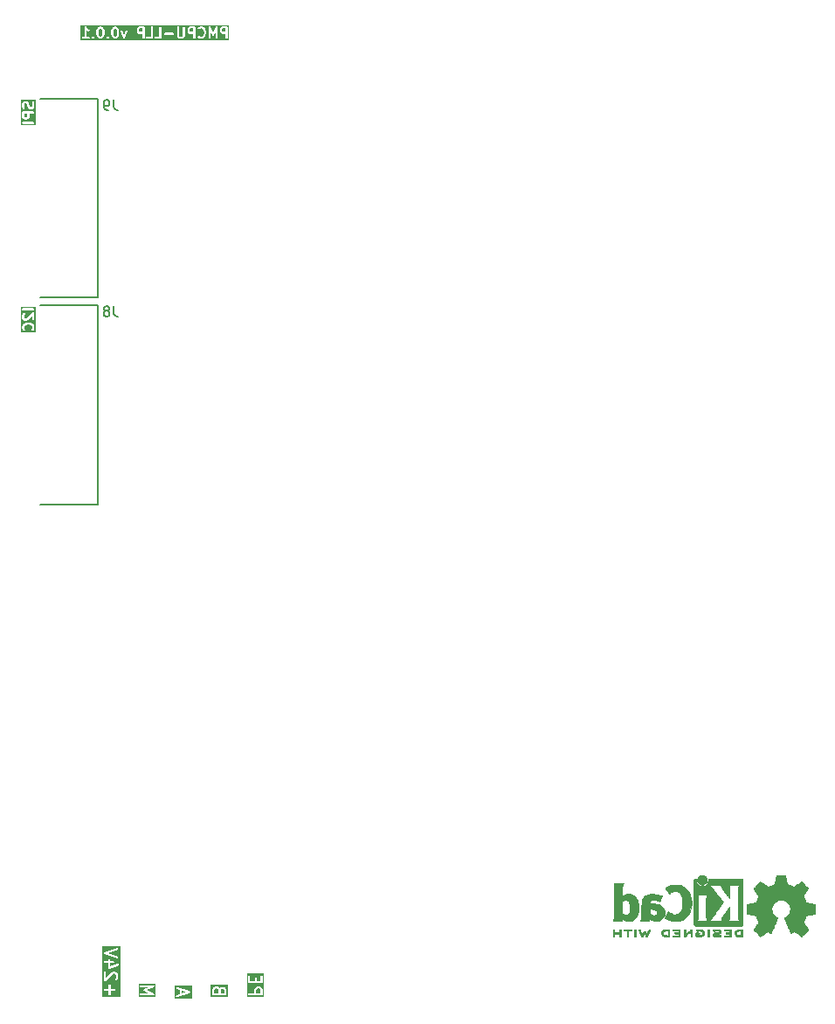
<source format=gbr>
%TF.GenerationSoftware,KiCad,Pcbnew,9.0.2*%
%TF.CreationDate,2025-06-12T16:19:25+03:00*%
%TF.ProjectId,PMCPU-LLP,504d4350-552d-44c4-9c50-2e6b69636164,rev?*%
%TF.SameCoordinates,Original*%
%TF.FileFunction,Legend,Bot*%
%TF.FilePolarity,Positive*%
%FSLAX46Y46*%
G04 Gerber Fmt 4.6, Leading zero omitted, Abs format (unit mm)*
G04 Created by KiCad (PCBNEW 9.0.2) date 2025-06-12 16:19:25*
%MOMM*%
%LPD*%
G01*
G04 APERTURE LIST*
%ADD10C,0.200000*%
%ADD11C,0.150000*%
%ADD12C,0.152400*%
%ADD13C,0.010000*%
G04 APERTURE END LIST*
D10*
G36*
X-36251670Y17044439D02*
G01*
X-37673892Y17044439D01*
X-37673892Y17539343D01*
X-37562781Y17539343D01*
X-37562781Y17444105D01*
X-37561809Y17434232D01*
X-37561996Y17431598D01*
X-37561209Y17428135D01*
X-37560860Y17424596D01*
X-37559849Y17422154D01*
X-37557649Y17412482D01*
X-37510030Y17269626D01*
X-37502039Y17251725D01*
X-37499684Y17249010D01*
X-37498309Y17245691D01*
X-37485873Y17230537D01*
X-37438254Y17182919D01*
X-37423101Y17170482D01*
X-37387052Y17155551D01*
X-37348034Y17155551D01*
X-37311986Y17170482D01*
X-37284396Y17198072D01*
X-37269465Y17234120D01*
X-37269465Y17273138D01*
X-37284396Y17309187D01*
X-37296833Y17324340D01*
X-37327760Y17355267D01*
X-37362781Y17460332D01*
X-37362781Y17523116D01*
X-37327760Y17628181D01*
X-37260687Y17695253D01*
X-37189782Y17730706D01*
X-37021901Y17772676D01*
X-36903663Y17772676D01*
X-36735782Y17730706D01*
X-36664873Y17695252D01*
X-36597803Y17628182D01*
X-36562781Y17523117D01*
X-36562781Y17460332D01*
X-36597803Y17355267D01*
X-36628730Y17324340D01*
X-36641167Y17309187D01*
X-36656098Y17273139D01*
X-36656099Y17234121D01*
X-36641168Y17198072D01*
X-36613578Y17170482D01*
X-36577530Y17155551D01*
X-36538512Y17155550D01*
X-36502463Y17170481D01*
X-36487310Y17182918D01*
X-36439690Y17230536D01*
X-36427253Y17245690D01*
X-36425878Y17249010D01*
X-36423523Y17251725D01*
X-36415532Y17269625D01*
X-36367913Y17412482D01*
X-36365714Y17422155D01*
X-36364702Y17424596D01*
X-36364354Y17428134D01*
X-36363566Y17431597D01*
X-36363754Y17434232D01*
X-36362781Y17444105D01*
X-36362781Y17539343D01*
X-36363754Y17549217D01*
X-36363566Y17551851D01*
X-36364354Y17555315D01*
X-36364702Y17558852D01*
X-36365714Y17561294D01*
X-36367913Y17570966D01*
X-36415532Y17713823D01*
X-36423523Y17731723D01*
X-36425878Y17734439D01*
X-36427253Y17737758D01*
X-36439689Y17752911D01*
X-36534929Y17848149D01*
X-36542599Y17854444D01*
X-36544328Y17856438D01*
X-36547333Y17858330D01*
X-36550082Y17860586D01*
X-36552526Y17861599D01*
X-36560918Y17866881D01*
X-36656156Y17914500D01*
X-36657583Y17915046D01*
X-36658163Y17915476D01*
X-36666340Y17918398D01*
X-36674464Y17921506D01*
X-36675187Y17921558D01*
X-36676624Y17922071D01*
X-36867099Y17969690D01*
X-36870481Y17970191D01*
X-36871844Y17970755D01*
X-36879195Y17971479D01*
X-36886492Y17972558D01*
X-36887951Y17972341D01*
X-36891353Y17972676D01*
X-37034210Y17972676D01*
X-37037613Y17972341D01*
X-37039071Y17972558D01*
X-37046369Y17971479D01*
X-37053719Y17970755D01*
X-37055083Y17970191D01*
X-37058464Y17969690D01*
X-37248940Y17922071D01*
X-37250379Y17921558D01*
X-37251099Y17921506D01*
X-37259224Y17918398D01*
X-37267400Y17915476D01*
X-37267980Y17915047D01*
X-37269408Y17914500D01*
X-37364645Y17866881D01*
X-37373044Y17861595D01*
X-37375481Y17860585D01*
X-37378225Y17858334D01*
X-37381236Y17856438D01*
X-37382969Y17854441D01*
X-37390635Y17848149D01*
X-37485873Y17752911D01*
X-37498309Y17737757D01*
X-37499684Y17734439D01*
X-37502039Y17731723D01*
X-37510030Y17713822D01*
X-37557649Y17570966D01*
X-37559849Y17561295D01*
X-37560860Y17558852D01*
X-37561209Y17555314D01*
X-37561996Y17551850D01*
X-37561809Y17549217D01*
X-37562781Y17539343D01*
X-37673892Y17539343D01*
X-37673892Y18682200D01*
X-37562781Y18682200D01*
X-37562781Y18444105D01*
X-37560860Y18424596D01*
X-37559485Y18421276D01*
X-37559230Y18417692D01*
X-37552224Y18399384D01*
X-37504605Y18304146D01*
X-37499320Y18295750D01*
X-37498309Y18293310D01*
X-37496056Y18290564D01*
X-37494162Y18287556D01*
X-37492168Y18285827D01*
X-37485873Y18278156D01*
X-37438254Y18230538D01*
X-37430588Y18224246D01*
X-37428855Y18222248D01*
X-37425847Y18220355D01*
X-37423101Y18218101D01*
X-37420661Y18217091D01*
X-37412264Y18211805D01*
X-37317027Y18164186D01*
X-37298718Y18157180D01*
X-37295135Y18156926D01*
X-37291814Y18155550D01*
X-37272305Y18153629D01*
X-37177067Y18153629D01*
X-37167194Y18154602D01*
X-37164560Y18154414D01*
X-37161097Y18155202D01*
X-37157558Y18155550D01*
X-37155116Y18156562D01*
X-37145444Y18158761D01*
X-37002588Y18206380D01*
X-36984687Y18214371D01*
X-36981972Y18216727D01*
X-36978653Y18218101D01*
X-36963499Y18230537D01*
X-36562781Y18631255D01*
X-36562781Y18253629D01*
X-36560860Y18234120D01*
X-36545928Y18198072D01*
X-36518338Y18170482D01*
X-36482290Y18155550D01*
X-36443272Y18155550D01*
X-36407224Y18170482D01*
X-36379634Y18198072D01*
X-36364702Y18234120D01*
X-36362781Y18253629D01*
X-36362781Y18872676D01*
X-36364702Y18892185D01*
X-36379634Y18928233D01*
X-36407224Y18955823D01*
X-36443272Y18970755D01*
X-36482290Y18970755D01*
X-36518338Y18955823D01*
X-36533492Y18943387D01*
X-37088230Y18388651D01*
X-37193294Y18353629D01*
X-37248698Y18353629D01*
X-37308308Y18383434D01*
X-37332976Y18408103D01*
X-37362781Y18467713D01*
X-37362781Y18658593D01*
X-37332976Y18718203D01*
X-37296833Y18754346D01*
X-37284396Y18769499D01*
X-37269465Y18805548D01*
X-37269465Y18844566D01*
X-37284396Y18880614D01*
X-37311986Y18908204D01*
X-37348034Y18923135D01*
X-37387052Y18923135D01*
X-37423101Y18908204D01*
X-37438254Y18895767D01*
X-37485873Y18848149D01*
X-37492168Y18840479D01*
X-37494162Y18838749D01*
X-37496056Y18835742D01*
X-37498309Y18832995D01*
X-37499320Y18830556D01*
X-37504605Y18822159D01*
X-37552224Y18726921D01*
X-37559230Y18708613D01*
X-37559485Y18705030D01*
X-37560860Y18701709D01*
X-37562781Y18682200D01*
X-37673892Y18682200D01*
X-37673892Y19273137D01*
X-37560860Y19273137D01*
X-37560860Y19234119D01*
X-37545928Y19198071D01*
X-37518338Y19170481D01*
X-37482290Y19155549D01*
X-37462781Y19153628D01*
X-36462781Y19153628D01*
X-36443272Y19155549D01*
X-36407224Y19170481D01*
X-36379634Y19198071D01*
X-36364702Y19234119D01*
X-36364702Y19273137D01*
X-36379634Y19309185D01*
X-36407224Y19336775D01*
X-36443272Y19351707D01*
X-36462781Y19353628D01*
X-37462781Y19353628D01*
X-37482290Y19351707D01*
X-37518338Y19336775D01*
X-37545928Y19309185D01*
X-37560860Y19273137D01*
X-37673892Y19273137D01*
X-37673892Y19464739D01*
X-36251670Y19464739D01*
X-36251670Y17044439D01*
G37*
G36*
X-29880040Y46417976D02*
G01*
X-29855371Y46393308D01*
X-29819918Y46322401D01*
X-29777947Y46154520D01*
X-29777947Y45941044D01*
X-29819918Y45773163D01*
X-29855371Y45702257D01*
X-29880040Y45677587D01*
X-29939649Y45647781D01*
X-29987673Y45647781D01*
X-30047283Y45677586D01*
X-30071950Y45702254D01*
X-30107405Y45773163D01*
X-30149375Y45941044D01*
X-30149375Y46154519D01*
X-30107405Y46322401D01*
X-30071951Y46393308D01*
X-30047283Y46417977D01*
X-29987673Y46447781D01*
X-29939649Y46447781D01*
X-29880040Y46417976D01*
G37*
G36*
X-28451469Y46417976D02*
G01*
X-28426800Y46393308D01*
X-28391347Y46322401D01*
X-28349376Y46154520D01*
X-28349376Y45941044D01*
X-28391347Y45773163D01*
X-28426800Y45702257D01*
X-28451469Y45677587D01*
X-28511078Y45647781D01*
X-28559102Y45647781D01*
X-28618712Y45677586D01*
X-28643379Y45702254D01*
X-28678834Y45773163D01*
X-28720804Y45941044D01*
X-28720804Y46154519D01*
X-28678834Y46322401D01*
X-28643380Y46393308D01*
X-28618712Y46417977D01*
X-28559102Y46447781D01*
X-28511078Y46447781D01*
X-28451469Y46417976D01*
G37*
G36*
X-25873185Y46123972D02*
G01*
X-26130530Y46123972D01*
X-26190140Y46153777D01*
X-26214808Y46178446D01*
X-26244613Y46238056D01*
X-26244613Y46333698D01*
X-26214808Y46393308D01*
X-26190140Y46417977D01*
X-26130530Y46447781D01*
X-25873185Y46447781D01*
X-25873185Y46123972D01*
G37*
G36*
X-20968423Y46123972D02*
G01*
X-21225768Y46123972D01*
X-21285378Y46153777D01*
X-21310046Y46178446D01*
X-21339851Y46238056D01*
X-21339851Y46333698D01*
X-21310046Y46393308D01*
X-21285378Y46417977D01*
X-21225768Y46447781D01*
X-20968423Y46447781D01*
X-20968423Y46123972D01*
G37*
G36*
X-17825566Y46123972D02*
G01*
X-18082911Y46123972D01*
X-18142521Y46153777D01*
X-18167189Y46178446D01*
X-18196994Y46238056D01*
X-18196994Y46333698D01*
X-18167189Y46393308D01*
X-18142521Y46417977D01*
X-18082911Y46447781D01*
X-17825566Y46447781D01*
X-17825566Y46123972D01*
G37*
G36*
X-17514455Y45336670D02*
G01*
X-31887136Y45336670D01*
X-31887136Y45567290D01*
X-31776025Y45567290D01*
X-31776025Y45528272D01*
X-31761093Y45492224D01*
X-31733503Y45464634D01*
X-31697455Y45449702D01*
X-31677946Y45447781D01*
X-31106518Y45447781D01*
X-31087009Y45449702D01*
X-31050961Y45464634D01*
X-31023371Y45492224D01*
X-31008439Y45528272D01*
X-31008439Y45567290D01*
X-31023371Y45603338D01*
X-31034942Y45614909D01*
X-30823645Y45614909D01*
X-30823645Y45575891D01*
X-30818055Y45562396D01*
X-30808713Y45539842D01*
X-30808709Y45539838D01*
X-30796277Y45524689D01*
X-30748658Y45477071D01*
X-30733505Y45464634D01*
X-30727092Y45461978D01*
X-30697456Y45449702D01*
X-30658438Y45449702D01*
X-30622390Y45464634D01*
X-30607236Y45477070D01*
X-30559618Y45524689D01*
X-30547181Y45539842D01*
X-30540429Y45556144D01*
X-30532250Y45575890D01*
X-30532249Y45614908D01*
X-30547180Y45650957D01*
X-30559617Y45666110D01*
X-30607236Y45713730D01*
X-30622389Y45726167D01*
X-30642881Y45734655D01*
X-30647017Y45736368D01*
X-30658438Y45741099D01*
X-30697456Y45741099D01*
X-30708014Y45736726D01*
X-30733504Y45726168D01*
X-30733505Y45726167D01*
X-30748659Y45713730D01*
X-30796277Y45666110D01*
X-30808714Y45650957D01*
X-30817673Y45629327D01*
X-30823645Y45614909D01*
X-31034942Y45614909D01*
X-31050961Y45630928D01*
X-31087009Y45645860D01*
X-31106518Y45647781D01*
X-31292232Y45647781D01*
X-31292232Y46258740D01*
X-31272467Y46238975D01*
X-31264801Y46232684D01*
X-31263068Y46230686D01*
X-31260057Y46228791D01*
X-31257313Y46226539D01*
X-31254876Y46225530D01*
X-31246477Y46220243D01*
X-31151240Y46172624D01*
X-31132931Y46165618D01*
X-31094011Y46162852D01*
X-31082080Y46166829D01*
X-30349375Y46166829D01*
X-30349375Y45928734D01*
X-30349040Y45925332D01*
X-30349257Y45923873D01*
X-30348178Y45916576D01*
X-30347454Y45909225D01*
X-30346890Y45907862D01*
X-30346389Y45904480D01*
X-30298770Y45714005D01*
X-30298257Y45712568D01*
X-30298205Y45711845D01*
X-30295097Y45703721D01*
X-30292175Y45695544D01*
X-30291745Y45694964D01*
X-30291199Y45693537D01*
X-30243580Y45598299D01*
X-30238297Y45589907D01*
X-30237285Y45587463D01*
X-30235029Y45584714D01*
X-30233137Y45581709D01*
X-30231143Y45579980D01*
X-30224848Y45572310D01*
X-30177230Y45524690D01*
X-30169562Y45518397D01*
X-30167830Y45516400D01*
X-30164822Y45514507D01*
X-30162076Y45512253D01*
X-30159636Y45511243D01*
X-30151239Y45505957D01*
X-30056002Y45458338D01*
X-30037693Y45451332D01*
X-30034110Y45451078D01*
X-30030789Y45449702D01*
X-30011280Y45447781D01*
X-29916042Y45447781D01*
X-29896533Y45449702D01*
X-29893213Y45451078D01*
X-29889629Y45451332D01*
X-29871321Y45458338D01*
X-29776083Y45505957D01*
X-29767688Y45511242D01*
X-29765246Y45512253D01*
X-29762499Y45514509D01*
X-29759493Y45516400D01*
X-29757763Y45518395D01*
X-29750093Y45524690D01*
X-29702474Y45572310D01*
X-29696182Y45579977D01*
X-29694185Y45581708D01*
X-29692292Y45584716D01*
X-29690037Y45587463D01*
X-29689026Y45589905D01*
X-29683742Y45598299D01*
X-29675437Y45614909D01*
X-29395074Y45614909D01*
X-29395074Y45575891D01*
X-29389484Y45562396D01*
X-29380142Y45539842D01*
X-29380138Y45539838D01*
X-29367706Y45524689D01*
X-29320087Y45477071D01*
X-29304934Y45464634D01*
X-29298521Y45461978D01*
X-29268885Y45449702D01*
X-29229867Y45449702D01*
X-29193819Y45464634D01*
X-29178665Y45477070D01*
X-29131047Y45524689D01*
X-29118610Y45539842D01*
X-29111858Y45556144D01*
X-29103679Y45575890D01*
X-29103678Y45614908D01*
X-29118609Y45650957D01*
X-29131046Y45666110D01*
X-29178665Y45713730D01*
X-29193818Y45726167D01*
X-29214310Y45734655D01*
X-29218446Y45736368D01*
X-29229867Y45741099D01*
X-29268885Y45741099D01*
X-29279443Y45736726D01*
X-29304933Y45726168D01*
X-29304934Y45726167D01*
X-29320088Y45713730D01*
X-29367706Y45666110D01*
X-29380143Y45650957D01*
X-29389102Y45629327D01*
X-29395074Y45614909D01*
X-29675437Y45614909D01*
X-29636123Y45693536D01*
X-29635577Y45694965D01*
X-29635147Y45695544D01*
X-29632226Y45703721D01*
X-29629117Y45711845D01*
X-29629066Y45712566D01*
X-29628552Y45714004D01*
X-29580933Y45904480D01*
X-29580433Y45907862D01*
X-29579868Y45909225D01*
X-29579145Y45916576D01*
X-29578065Y45923873D01*
X-29578283Y45925332D01*
X-29577947Y45928734D01*
X-29577947Y46166829D01*
X-28920804Y46166829D01*
X-28920804Y45928734D01*
X-28920469Y45925332D01*
X-28920686Y45923873D01*
X-28919607Y45916576D01*
X-28918883Y45909225D01*
X-28918319Y45907862D01*
X-28917818Y45904480D01*
X-28870199Y45714005D01*
X-28869686Y45712568D01*
X-28869634Y45711845D01*
X-28866526Y45703721D01*
X-28863604Y45695544D01*
X-28863174Y45694964D01*
X-28862628Y45693537D01*
X-28815009Y45598299D01*
X-28809726Y45589907D01*
X-28808714Y45587463D01*
X-28806458Y45584714D01*
X-28804566Y45581709D01*
X-28802572Y45579980D01*
X-28796277Y45572310D01*
X-28748659Y45524690D01*
X-28740991Y45518397D01*
X-28739259Y45516400D01*
X-28736251Y45514507D01*
X-28733505Y45512253D01*
X-28731065Y45511243D01*
X-28722668Y45505957D01*
X-28627431Y45458338D01*
X-28609122Y45451332D01*
X-28605539Y45451078D01*
X-28602218Y45449702D01*
X-28582709Y45447781D01*
X-28487471Y45447781D01*
X-28467962Y45449702D01*
X-28464642Y45451078D01*
X-28461058Y45451332D01*
X-28442750Y45458338D01*
X-28347512Y45505957D01*
X-28339117Y45511242D01*
X-28336675Y45512253D01*
X-28333928Y45514509D01*
X-28330922Y45516400D01*
X-28329192Y45518395D01*
X-28321522Y45524690D01*
X-28273903Y45572310D01*
X-28267611Y45579977D01*
X-28265614Y45581708D01*
X-28263721Y45584716D01*
X-28261466Y45587463D01*
X-28260455Y45589905D01*
X-28255171Y45598299D01*
X-28207552Y45693536D01*
X-28207006Y45694965D01*
X-28206576Y45695544D01*
X-28203655Y45703721D01*
X-28200546Y45711845D01*
X-28200495Y45712566D01*
X-28199981Y45714004D01*
X-28152362Y45904480D01*
X-28151862Y45907862D01*
X-28151297Y45909225D01*
X-28150574Y45916576D01*
X-28149494Y45923873D01*
X-28149712Y45925332D01*
X-28149376Y45928734D01*
X-28149376Y46166829D01*
X-28149712Y46170232D01*
X-28149494Y46171690D01*
X-28150574Y46178988D01*
X-28151297Y46186338D01*
X-28151862Y46187702D01*
X-28152362Y46191083D01*
X-28154550Y46199833D01*
X-28014969Y46199833D01*
X-28010216Y46180814D01*
X-27772121Y45514148D01*
X-27763751Y45496421D01*
X-27760381Y45492699D01*
X-27758233Y45488164D01*
X-27747382Y45478341D01*
X-27737564Y45467496D01*
X-27733032Y45465349D01*
X-27729307Y45461977D01*
X-27715517Y45457053D01*
X-27702302Y45450792D01*
X-27697292Y45450543D01*
X-27692562Y45448854D01*
X-27677941Y45449582D01*
X-27663332Y45448855D01*
X-27658607Y45450543D01*
X-27653592Y45450792D01*
X-27640366Y45457058D01*
X-27626587Y45461978D01*
X-27622867Y45465347D01*
X-27618330Y45467495D01*
X-27608508Y45478346D01*
X-27597661Y45488164D01*
X-27595514Y45492699D01*
X-27592143Y45496421D01*
X-27583773Y45514147D01*
X-27345678Y46180814D01*
X-27340925Y46199833D01*
X-27342863Y46238803D01*
X-27359566Y46274065D01*
X-27388492Y46300251D01*
X-27425237Y46313374D01*
X-27464207Y46311437D01*
X-27499469Y46294733D01*
X-27525656Y46265808D01*
X-27534026Y46248081D01*
X-27677947Y45845103D01*
X-27821868Y46248082D01*
X-27830238Y46265808D01*
X-27856425Y46294734D01*
X-27891687Y46311437D01*
X-27930657Y46313375D01*
X-27967402Y46300252D01*
X-27996328Y46274065D01*
X-28013031Y46238803D01*
X-28014969Y46199833D01*
X-28154550Y46199833D01*
X-28193918Y46357305D01*
X-26444613Y46357305D01*
X-26444613Y46214448D01*
X-26442692Y46194939D01*
X-26441317Y46191619D01*
X-26441062Y46188035D01*
X-26434056Y46169727D01*
X-26386437Y46074489D01*
X-26381152Y46066093D01*
X-26380141Y46063653D01*
X-26377888Y46060907D01*
X-26375994Y46057899D01*
X-26374000Y46056170D01*
X-26367705Y46048499D01*
X-26320086Y46000881D01*
X-26312420Y45994589D01*
X-26310687Y45992591D01*
X-26307679Y45990698D01*
X-26304933Y45988444D01*
X-26302493Y45987434D01*
X-26294096Y45982148D01*
X-26198859Y45934529D01*
X-26180550Y45927523D01*
X-26176967Y45927269D01*
X-26173646Y45925893D01*
X-26154137Y45923972D01*
X-25873185Y45923972D01*
X-25873185Y45547781D01*
X-25871264Y45528272D01*
X-25856332Y45492224D01*
X-25828742Y45464634D01*
X-25792694Y45449702D01*
X-25753676Y45449702D01*
X-25717628Y45464634D01*
X-25690038Y45492224D01*
X-25675106Y45528272D01*
X-25673185Y45547781D01*
X-25673185Y45567290D01*
X-25537930Y45567290D01*
X-25537930Y45528272D01*
X-25522998Y45492224D01*
X-25495408Y45464634D01*
X-25459360Y45449702D01*
X-25439851Y45447781D01*
X-24963661Y45447781D01*
X-24944152Y45449702D01*
X-24908104Y45464634D01*
X-24880514Y45492224D01*
X-24865582Y45528272D01*
X-24863661Y45547781D01*
X-24863661Y45567290D01*
X-24728406Y45567290D01*
X-24728406Y45528272D01*
X-24713474Y45492224D01*
X-24685884Y45464634D01*
X-24649836Y45449702D01*
X-24630327Y45447781D01*
X-24154137Y45447781D01*
X-24134628Y45449702D01*
X-24098580Y45464634D01*
X-24070990Y45492224D01*
X-24056058Y45528272D01*
X-24054137Y45547781D01*
X-24054137Y45948243D01*
X-23776025Y45948243D01*
X-23776025Y45909225D01*
X-23761093Y45873177D01*
X-23733503Y45845587D01*
X-23697455Y45830655D01*
X-23677946Y45828734D01*
X-22916042Y45828734D01*
X-22896533Y45830655D01*
X-22860485Y45845587D01*
X-22832895Y45873177D01*
X-22817963Y45909225D01*
X-22817963Y45948243D01*
X-22832895Y45984291D01*
X-22860485Y46011881D01*
X-22896533Y46026813D01*
X-22916042Y46028734D01*
X-23677946Y46028734D01*
X-23697455Y46026813D01*
X-23733503Y46011881D01*
X-23761093Y45984291D01*
X-23776025Y45948243D01*
X-24054137Y45948243D01*
X-24054137Y46547781D01*
X-22539851Y46547781D01*
X-22539851Y45738258D01*
X-22537930Y45718749D01*
X-22536555Y45715429D01*
X-22536300Y45711845D01*
X-22529294Y45693537D01*
X-22481675Y45598299D01*
X-22476392Y45589907D01*
X-22475380Y45587463D01*
X-22473124Y45584714D01*
X-22471232Y45581709D01*
X-22469238Y45579980D01*
X-22462943Y45572310D01*
X-22415325Y45524690D01*
X-22407657Y45518397D01*
X-22405925Y45516400D01*
X-22402917Y45514507D01*
X-22400171Y45512253D01*
X-22397731Y45511243D01*
X-22389334Y45505957D01*
X-22294097Y45458338D01*
X-22275788Y45451332D01*
X-22272205Y45451078D01*
X-22268884Y45449702D01*
X-22249375Y45447781D01*
X-22058899Y45447781D01*
X-22039390Y45449702D01*
X-22036070Y45451078D01*
X-22032486Y45451332D01*
X-22014178Y45458338D01*
X-21918940Y45505957D01*
X-21910545Y45511242D01*
X-21908103Y45512253D01*
X-21905356Y45514509D01*
X-21902350Y45516400D01*
X-21900620Y45518395D01*
X-21892950Y45524690D01*
X-21845331Y45572310D01*
X-21839039Y45579977D01*
X-21837042Y45581708D01*
X-21835149Y45584716D01*
X-21832894Y45587463D01*
X-21831883Y45589905D01*
X-21826599Y45598299D01*
X-21778980Y45693536D01*
X-21771974Y45711845D01*
X-21771720Y45715429D01*
X-21770344Y45718749D01*
X-21768423Y45738258D01*
X-21768423Y46357305D01*
X-21539851Y46357305D01*
X-21539851Y46214448D01*
X-21537930Y46194939D01*
X-21536555Y46191619D01*
X-21536300Y46188035D01*
X-21529294Y46169727D01*
X-21481675Y46074489D01*
X-21476390Y46066093D01*
X-21475379Y46063653D01*
X-21473126Y46060907D01*
X-21471232Y46057899D01*
X-21469238Y46056170D01*
X-21462943Y46048499D01*
X-21415324Y46000881D01*
X-21407658Y45994589D01*
X-21405925Y45992591D01*
X-21402917Y45990698D01*
X-21400171Y45988444D01*
X-21397731Y45987434D01*
X-21389334Y45982148D01*
X-21294097Y45934529D01*
X-21275788Y45927523D01*
X-21272205Y45927269D01*
X-21268884Y45925893D01*
X-21249375Y45923972D01*
X-20968423Y45923972D01*
X-20968423Y45547781D01*
X-20966502Y45528272D01*
X-20951570Y45492224D01*
X-20923980Y45464634D01*
X-20887932Y45449702D01*
X-20848914Y45449702D01*
X-20812866Y45464634D01*
X-20785276Y45492224D01*
X-20770344Y45528272D01*
X-20768423Y45547781D01*
X-20768423Y46472052D01*
X-20537930Y46472052D01*
X-20537930Y46433034D01*
X-20522998Y46396986D01*
X-20495408Y46369396D01*
X-20459360Y46354464D01*
X-20420342Y46354464D01*
X-20384294Y46369396D01*
X-20369140Y46381832D01*
X-20338214Y46412760D01*
X-20233149Y46447781D01*
X-20170364Y46447781D01*
X-20065300Y46412760D01*
X-19998227Y46345687D01*
X-19962775Y46274782D01*
X-19920804Y46106901D01*
X-19920804Y45988663D01*
X-19962775Y45820782D01*
X-19998228Y45749876D01*
X-20065299Y45682803D01*
X-20170364Y45647781D01*
X-20233149Y45647781D01*
X-20338214Y45682803D01*
X-20369140Y45713730D01*
X-20384293Y45726167D01*
X-20420341Y45741098D01*
X-20459359Y45741099D01*
X-20495408Y45726168D01*
X-20522998Y45698578D01*
X-20537929Y45662530D01*
X-20537930Y45623512D01*
X-20522999Y45587463D01*
X-20510562Y45572310D01*
X-20462944Y45524690D01*
X-20447790Y45512253D01*
X-20444471Y45510878D01*
X-20441755Y45508523D01*
X-20423855Y45500532D01*
X-20280998Y45452913D01*
X-20271326Y45450714D01*
X-20268884Y45449702D01*
X-20265347Y45449354D01*
X-20261883Y45448566D01*
X-20259249Y45448754D01*
X-20249375Y45447781D01*
X-20154137Y45447781D01*
X-20144264Y45448754D01*
X-20141630Y45448566D01*
X-20138167Y45449354D01*
X-20134628Y45449702D01*
X-20132186Y45450714D01*
X-20122514Y45452913D01*
X-19979658Y45500532D01*
X-19961757Y45508523D01*
X-19959042Y45510878D01*
X-19955722Y45512253D01*
X-19940569Y45524690D01*
X-19845331Y45619929D01*
X-19839039Y45627596D01*
X-19837042Y45629327D01*
X-19835149Y45632335D01*
X-19832894Y45635082D01*
X-19831883Y45637524D01*
X-19826599Y45645918D01*
X-19778980Y45741155D01*
X-19778434Y45742584D01*
X-19778004Y45743163D01*
X-19775083Y45751340D01*
X-19771974Y45759464D01*
X-19771923Y45760185D01*
X-19771409Y45761623D01*
X-19723790Y45952099D01*
X-19723290Y45955481D01*
X-19722725Y45956844D01*
X-19722002Y45964195D01*
X-19720922Y45971492D01*
X-19721140Y45972951D01*
X-19720804Y45976353D01*
X-19720804Y46119210D01*
X-19721140Y46122613D01*
X-19720922Y46124071D01*
X-19722002Y46131369D01*
X-19722725Y46138719D01*
X-19723290Y46140083D01*
X-19723790Y46143464D01*
X-19771409Y46333940D01*
X-19771923Y46335379D01*
X-19771974Y46336099D01*
X-19775083Y46344224D01*
X-19778004Y46352400D01*
X-19778434Y46352980D01*
X-19778980Y46354408D01*
X-19826599Y46449645D01*
X-19831886Y46458044D01*
X-19832895Y46460481D01*
X-19835147Y46463225D01*
X-19837042Y46466236D01*
X-19839040Y46467969D01*
X-19845331Y46475635D01*
X-19917477Y46547781D01*
X-19492232Y46547781D01*
X-19492232Y45547781D01*
X-19490311Y45528272D01*
X-19475379Y45492224D01*
X-19447789Y45464634D01*
X-19411741Y45449702D01*
X-19372723Y45449702D01*
X-19336675Y45464634D01*
X-19309085Y45492224D01*
X-19294153Y45528272D01*
X-19292232Y45547781D01*
X-19292232Y46097025D01*
X-19149517Y45791207D01*
X-19145285Y45784062D01*
X-19144405Y45781644D01*
X-19142840Y45779935D01*
X-19139526Y45774341D01*
X-19128316Y45764075D01*
X-19118054Y45752869D01*
X-19114029Y45750991D01*
X-19110751Y45747989D01*
X-19096469Y45742796D01*
X-19082696Y45736368D01*
X-19078257Y45736173D01*
X-19074082Y45734655D01*
X-19058899Y45735323D01*
X-19043716Y45734655D01*
X-19039543Y45736173D01*
X-19035101Y45736368D01*
X-19021317Y45742801D01*
X-19007047Y45747990D01*
X-19003774Y45750988D01*
X-18999744Y45752868D01*
X-18989475Y45764083D01*
X-18978272Y45774341D01*
X-18974961Y45779932D01*
X-18973392Y45781644D01*
X-18972512Y45784066D01*
X-18968281Y45791207D01*
X-18825566Y46097026D01*
X-18825566Y45547781D01*
X-18823645Y45528272D01*
X-18808713Y45492224D01*
X-18781123Y45464634D01*
X-18745075Y45449702D01*
X-18706057Y45449702D01*
X-18670009Y45464634D01*
X-18642419Y45492224D01*
X-18627487Y45528272D01*
X-18625566Y45547781D01*
X-18625566Y46357305D01*
X-18396994Y46357305D01*
X-18396994Y46214448D01*
X-18395073Y46194939D01*
X-18393698Y46191619D01*
X-18393443Y46188035D01*
X-18386437Y46169727D01*
X-18338818Y46074489D01*
X-18333533Y46066093D01*
X-18332522Y46063653D01*
X-18330269Y46060907D01*
X-18328375Y46057899D01*
X-18326381Y46056170D01*
X-18320086Y46048499D01*
X-18272467Y46000881D01*
X-18264801Y45994589D01*
X-18263068Y45992591D01*
X-18260060Y45990698D01*
X-18257314Y45988444D01*
X-18254874Y45987434D01*
X-18246477Y45982148D01*
X-18151240Y45934529D01*
X-18132931Y45927523D01*
X-18129348Y45927269D01*
X-18126027Y45925893D01*
X-18106518Y45923972D01*
X-17825566Y45923972D01*
X-17825566Y45547781D01*
X-17823645Y45528272D01*
X-17808713Y45492224D01*
X-17781123Y45464634D01*
X-17745075Y45449702D01*
X-17706057Y45449702D01*
X-17670009Y45464634D01*
X-17642419Y45492224D01*
X-17627487Y45528272D01*
X-17625566Y45547781D01*
X-17625566Y46547781D01*
X-17627487Y46567290D01*
X-17642419Y46603338D01*
X-17670009Y46630928D01*
X-17706057Y46645860D01*
X-17725566Y46647781D01*
X-18106518Y46647781D01*
X-18126027Y46645860D01*
X-18129348Y46644485D01*
X-18132931Y46644230D01*
X-18151240Y46637224D01*
X-18246477Y46589605D01*
X-18254874Y46584320D01*
X-18257314Y46583309D01*
X-18260060Y46581056D01*
X-18263068Y46579162D01*
X-18264801Y46577165D01*
X-18272467Y46570872D01*
X-18320086Y46523254D01*
X-18326381Y46515584D01*
X-18328375Y46513854D01*
X-18330269Y46510847D01*
X-18332522Y46508100D01*
X-18333533Y46505661D01*
X-18338818Y46497264D01*
X-18386437Y46402026D01*
X-18393443Y46383718D01*
X-18393698Y46380135D01*
X-18395073Y46376814D01*
X-18396994Y46357305D01*
X-18625566Y46357305D01*
X-18625566Y46547781D01*
X-18626829Y46560605D01*
X-18626725Y46562964D01*
X-18627186Y46564232D01*
X-18627487Y46567290D01*
X-18634128Y46583321D01*
X-18640059Y46599633D01*
X-18641566Y46601279D01*
X-18642419Y46603338D01*
X-18654681Y46615600D01*
X-18666411Y46628409D01*
X-18668435Y46629354D01*
X-18670009Y46630928D01*
X-18686025Y46637563D01*
X-18701768Y46644909D01*
X-18703998Y46645007D01*
X-18706057Y46645860D01*
X-18723409Y46645860D01*
X-18740749Y46646622D01*
X-18742845Y46645860D01*
X-18745075Y46645860D01*
X-18761106Y46639220D01*
X-18777418Y46633288D01*
X-18779064Y46631782D01*
X-18781123Y46630928D01*
X-18793391Y46618661D01*
X-18806193Y46606936D01*
X-18807760Y46604292D01*
X-18808713Y46603338D01*
X-18809617Y46601157D01*
X-18816184Y46590070D01*
X-19058900Y46069967D01*
X-19301614Y46590070D01*
X-19308182Y46601157D01*
X-19309085Y46603338D01*
X-19310039Y46604292D01*
X-19311605Y46606936D01*
X-19324402Y46618655D01*
X-19336675Y46630928D01*
X-19338737Y46631782D01*
X-19340380Y46633287D01*
X-19356682Y46639216D01*
X-19372723Y46645860D01*
X-19374954Y46645860D01*
X-19377049Y46646622D01*
X-19394389Y46645860D01*
X-19411741Y46645860D01*
X-19413801Y46645007D01*
X-19416029Y46644909D01*
X-19431760Y46637568D01*
X-19447789Y46630928D01*
X-19449366Y46629352D01*
X-19451387Y46628408D01*
X-19463106Y46615612D01*
X-19475379Y46603338D01*
X-19476233Y46601277D01*
X-19477738Y46599633D01*
X-19483667Y46583332D01*
X-19490311Y46567290D01*
X-19490613Y46564232D01*
X-19491073Y46562964D01*
X-19490970Y46560605D01*
X-19492232Y46547781D01*
X-19917477Y46547781D01*
X-19940569Y46570873D01*
X-19955723Y46583309D01*
X-19959042Y46584684D01*
X-19961757Y46587039D01*
X-19979658Y46595030D01*
X-20122514Y46642649D01*
X-20132186Y46644849D01*
X-20134628Y46645860D01*
X-20138167Y46646209D01*
X-20141630Y46646996D01*
X-20144264Y46646809D01*
X-20154137Y46647781D01*
X-20249375Y46647781D01*
X-20259249Y46646809D01*
X-20261883Y46646996D01*
X-20265347Y46646209D01*
X-20268884Y46645860D01*
X-20271326Y46644849D01*
X-20280998Y46642649D01*
X-20423855Y46595030D01*
X-20441755Y46587039D01*
X-20444471Y46584684D01*
X-20447790Y46583309D01*
X-20462943Y46570872D01*
X-20510562Y46523254D01*
X-20522998Y46508100D01*
X-20537930Y46472052D01*
X-20768423Y46472052D01*
X-20768423Y46547781D01*
X-20770344Y46567290D01*
X-20785276Y46603338D01*
X-20812866Y46630928D01*
X-20848914Y46645860D01*
X-20868423Y46647781D01*
X-21249375Y46647781D01*
X-21268884Y46645860D01*
X-21272205Y46644485D01*
X-21275788Y46644230D01*
X-21294097Y46637224D01*
X-21389334Y46589605D01*
X-21397731Y46584320D01*
X-21400171Y46583309D01*
X-21402917Y46581056D01*
X-21405925Y46579162D01*
X-21407658Y46577165D01*
X-21415324Y46570872D01*
X-21462943Y46523254D01*
X-21469238Y46515584D01*
X-21471232Y46513854D01*
X-21473126Y46510847D01*
X-21475379Y46508100D01*
X-21476390Y46505661D01*
X-21481675Y46497264D01*
X-21529294Y46402026D01*
X-21536300Y46383718D01*
X-21536555Y46380135D01*
X-21537930Y46376814D01*
X-21539851Y46357305D01*
X-21768423Y46357305D01*
X-21768423Y46547781D01*
X-21770344Y46567290D01*
X-21785276Y46603338D01*
X-21812866Y46630928D01*
X-21848914Y46645860D01*
X-21887932Y46645860D01*
X-21923980Y46630928D01*
X-21951570Y46603338D01*
X-21966502Y46567290D01*
X-21968423Y46547781D01*
X-21968423Y45761865D01*
X-21998228Y45702257D01*
X-22022897Y45677587D01*
X-22082506Y45647781D01*
X-22225768Y45647781D01*
X-22285378Y45677586D01*
X-22310045Y45702254D01*
X-22339851Y45761866D01*
X-22339851Y46547781D01*
X-22341772Y46567290D01*
X-22356704Y46603338D01*
X-22384294Y46630928D01*
X-22420342Y46645860D01*
X-22459360Y46645860D01*
X-22495408Y46630928D01*
X-22522998Y46603338D01*
X-22537930Y46567290D01*
X-22539851Y46547781D01*
X-24054137Y46547781D01*
X-24056058Y46567290D01*
X-24070990Y46603338D01*
X-24098580Y46630928D01*
X-24134628Y46645860D01*
X-24173646Y46645860D01*
X-24209694Y46630928D01*
X-24237284Y46603338D01*
X-24252216Y46567290D01*
X-24254137Y46547781D01*
X-24254137Y45647781D01*
X-24630327Y45647781D01*
X-24649836Y45645860D01*
X-24685884Y45630928D01*
X-24713474Y45603338D01*
X-24728406Y45567290D01*
X-24863661Y45567290D01*
X-24863661Y46547781D01*
X-24865582Y46567290D01*
X-24880514Y46603338D01*
X-24908104Y46630928D01*
X-24944152Y46645860D01*
X-24983170Y46645860D01*
X-25019218Y46630928D01*
X-25046808Y46603338D01*
X-25061740Y46567290D01*
X-25063661Y46547781D01*
X-25063661Y45647781D01*
X-25439851Y45647781D01*
X-25459360Y45645860D01*
X-25495408Y45630928D01*
X-25522998Y45603338D01*
X-25537930Y45567290D01*
X-25673185Y45567290D01*
X-25673185Y46547781D01*
X-25675106Y46567290D01*
X-25690038Y46603338D01*
X-25717628Y46630928D01*
X-25753676Y46645860D01*
X-25773185Y46647781D01*
X-26154137Y46647781D01*
X-26173646Y46645860D01*
X-26176967Y46644485D01*
X-26180550Y46644230D01*
X-26198859Y46637224D01*
X-26294096Y46589605D01*
X-26302493Y46584320D01*
X-26304933Y46583309D01*
X-26307679Y46581056D01*
X-26310687Y46579162D01*
X-26312420Y46577165D01*
X-26320086Y46570872D01*
X-26367705Y46523254D01*
X-26374000Y46515584D01*
X-26375994Y46513854D01*
X-26377888Y46510847D01*
X-26380141Y46508100D01*
X-26381152Y46505661D01*
X-26386437Y46497264D01*
X-26434056Y46402026D01*
X-26441062Y46383718D01*
X-26441317Y46380135D01*
X-26442692Y46376814D01*
X-26444613Y46357305D01*
X-28193918Y46357305D01*
X-28199981Y46381559D01*
X-28200495Y46382998D01*
X-28200546Y46383718D01*
X-28203655Y46391843D01*
X-28206576Y46400019D01*
X-28207006Y46400599D01*
X-28207552Y46402027D01*
X-28255171Y46497264D01*
X-28260457Y46505661D01*
X-28261467Y46508101D01*
X-28263721Y46510847D01*
X-28265614Y46513855D01*
X-28267612Y46515588D01*
X-28273904Y46523254D01*
X-28321522Y46570873D01*
X-28329193Y46577168D01*
X-28330922Y46579162D01*
X-28333930Y46581056D01*
X-28336676Y46583309D01*
X-28339116Y46584320D01*
X-28347512Y46589605D01*
X-28442750Y46637224D01*
X-28461058Y46644230D01*
X-28464642Y46644485D01*
X-28467962Y46645860D01*
X-28487471Y46647781D01*
X-28582709Y46647781D01*
X-28602218Y46645860D01*
X-28605539Y46644485D01*
X-28609122Y46644230D01*
X-28627431Y46637224D01*
X-28722668Y46589605D01*
X-28731065Y46584320D01*
X-28733505Y46583309D01*
X-28736251Y46581056D01*
X-28739259Y46579162D01*
X-28740992Y46577165D01*
X-28748658Y46570872D01*
X-28796277Y46523254D01*
X-28802572Y46515584D01*
X-28804566Y46513854D01*
X-28806460Y46510847D01*
X-28808713Y46508100D01*
X-28809724Y46505661D01*
X-28815009Y46497264D01*
X-28862628Y46402026D01*
X-28863174Y46400600D01*
X-28863604Y46400019D01*
X-28866526Y46391843D01*
X-28869634Y46383718D01*
X-28869686Y46382996D01*
X-28870199Y46381558D01*
X-28917818Y46191083D01*
X-28918319Y46187702D01*
X-28918883Y46186338D01*
X-28919607Y46178988D01*
X-28920686Y46171690D01*
X-28920469Y46170232D01*
X-28920804Y46166829D01*
X-29577947Y46166829D01*
X-29578283Y46170232D01*
X-29578065Y46171690D01*
X-29579145Y46178988D01*
X-29579868Y46186338D01*
X-29580433Y46187702D01*
X-29580933Y46191083D01*
X-29628552Y46381559D01*
X-29629066Y46382998D01*
X-29629117Y46383718D01*
X-29632226Y46391843D01*
X-29635147Y46400019D01*
X-29635577Y46400599D01*
X-29636123Y46402027D01*
X-29683742Y46497264D01*
X-29689028Y46505661D01*
X-29690038Y46508101D01*
X-29692292Y46510847D01*
X-29694185Y46513855D01*
X-29696183Y46515588D01*
X-29702475Y46523254D01*
X-29750093Y46570873D01*
X-29757764Y46577168D01*
X-29759493Y46579162D01*
X-29762501Y46581056D01*
X-29765247Y46583309D01*
X-29767687Y46584320D01*
X-29776083Y46589605D01*
X-29871321Y46637224D01*
X-29889629Y46644230D01*
X-29893213Y46644485D01*
X-29896533Y46645860D01*
X-29916042Y46647781D01*
X-30011280Y46647781D01*
X-30030789Y46645860D01*
X-30034110Y46644485D01*
X-30037693Y46644230D01*
X-30056002Y46637224D01*
X-30151239Y46589605D01*
X-30159636Y46584320D01*
X-30162076Y46583309D01*
X-30164822Y46581056D01*
X-30167830Y46579162D01*
X-30169563Y46577165D01*
X-30177229Y46570872D01*
X-30224848Y46523254D01*
X-30231143Y46515584D01*
X-30233137Y46513854D01*
X-30235031Y46510847D01*
X-30237284Y46508100D01*
X-30238295Y46505661D01*
X-30243580Y46497264D01*
X-30291199Y46402026D01*
X-30291745Y46400600D01*
X-30292175Y46400019D01*
X-30295097Y46391843D01*
X-30298205Y46383718D01*
X-30298257Y46382996D01*
X-30298770Y46381558D01*
X-30346389Y46191083D01*
X-30346890Y46187702D01*
X-30347454Y46186338D01*
X-30348178Y46178988D01*
X-30349257Y46171690D01*
X-30349040Y46170232D01*
X-30349375Y46166829D01*
X-31082080Y46166829D01*
X-31056995Y46175191D01*
X-31027518Y46200756D01*
X-31010069Y46235654D01*
X-31007304Y46274574D01*
X-31019642Y46311590D01*
X-31045207Y46341067D01*
X-31061797Y46351510D01*
X-31142519Y46391871D01*
X-31219283Y46468635D01*
X-31309027Y46603251D01*
X-31309072Y46603306D01*
X-31309085Y46603338D01*
X-31309159Y46603412D01*
X-31321447Y46618418D01*
X-31329676Y46623929D01*
X-31336675Y46630928D01*
X-31345727Y46634678D01*
X-31353867Y46640129D01*
X-31363575Y46642071D01*
X-31372723Y46645860D01*
X-31382522Y46645860D01*
X-31392127Y46647781D01*
X-31401838Y46645860D01*
X-31411741Y46645860D01*
X-31420794Y46642111D01*
X-31430404Y46640209D01*
X-31438643Y46634717D01*
X-31447789Y46630928D01*
X-31454716Y46624002D01*
X-31462869Y46618566D01*
X-31468380Y46610338D01*
X-31475379Y46603338D01*
X-31479129Y46594287D01*
X-31484580Y46586146D01*
X-31486522Y46576439D01*
X-31490311Y46567290D01*
X-31492212Y46547988D01*
X-31492232Y46547886D01*
X-31492226Y46547852D01*
X-31492232Y46547781D01*
X-31492232Y45647781D01*
X-31677946Y45647781D01*
X-31697455Y45645860D01*
X-31733503Y45630928D01*
X-31761093Y45603338D01*
X-31776025Y45567290D01*
X-31887136Y45567290D01*
X-31887136Y46758892D01*
X-17514455Y46758892D01*
X-17514455Y45336670D01*
G37*
G36*
X-21660970Y-46854136D02*
G01*
X-22101886Y-47001108D01*
X-22101886Y-46707164D01*
X-21660970Y-46854136D01*
G37*
G36*
X-21112195Y-47486684D02*
G01*
X-22777291Y-47486684D01*
X-22777291Y-46441629D01*
X-22643958Y-46441629D01*
X-22641192Y-46480549D01*
X-22623742Y-46515448D01*
X-22594266Y-46541013D01*
X-22576366Y-46549004D01*
X-22301886Y-46640497D01*
X-22301886Y-47067774D01*
X-22576366Y-47159268D01*
X-22594266Y-47167259D01*
X-22623742Y-47192824D01*
X-22641192Y-47227723D01*
X-22643958Y-47266643D01*
X-22631620Y-47303659D01*
X-22606055Y-47333135D01*
X-22571156Y-47350585D01*
X-22532236Y-47353351D01*
X-22513120Y-47349004D01*
X-21313120Y-46949004D01*
X-21295220Y-46941013D01*
X-21289820Y-46936328D01*
X-21283432Y-46933135D01*
X-21275219Y-46923665D01*
X-21265744Y-46915448D01*
X-21262550Y-46909058D01*
X-21257866Y-46903659D01*
X-21253901Y-46891761D01*
X-21248294Y-46880549D01*
X-21247788Y-46873421D01*
X-21245528Y-46866643D01*
X-21246417Y-46854136D01*
X-21245528Y-46841629D01*
X-21247788Y-46834850D01*
X-21248294Y-46827723D01*
X-21253901Y-46816510D01*
X-21257866Y-46804613D01*
X-21262550Y-46799213D01*
X-21265744Y-46792824D01*
X-21275219Y-46784606D01*
X-21283432Y-46775137D01*
X-21289820Y-46771943D01*
X-21295220Y-46767259D01*
X-21313120Y-46759268D01*
X-22513120Y-46359268D01*
X-22532236Y-46354921D01*
X-22571156Y-46357687D01*
X-22606055Y-46375137D01*
X-22631620Y-46404613D01*
X-22643958Y-46441629D01*
X-22777291Y-46441629D01*
X-22777291Y-46221588D01*
X-21112195Y-46221588D01*
X-21112195Y-47486684D01*
G37*
G36*
X-28055052Y-47314119D02*
G01*
X-29778076Y-47314119D01*
X-29778076Y-46606055D01*
X-29642822Y-46606055D01*
X-29642822Y-46645073D01*
X-29627890Y-46681121D01*
X-29600300Y-46708711D01*
X-29564252Y-46723643D01*
X-29544743Y-46725564D01*
X-29187600Y-46725564D01*
X-29187600Y-47082707D01*
X-29185679Y-47102216D01*
X-29170747Y-47138264D01*
X-29143157Y-47165854D01*
X-29107109Y-47180786D01*
X-29068091Y-47180786D01*
X-29032043Y-47165854D01*
X-29004453Y-47138264D01*
X-28989521Y-47102216D01*
X-28987600Y-47082707D01*
X-28987600Y-46725564D01*
X-28630458Y-46725564D01*
X-28610949Y-46723643D01*
X-28574901Y-46708711D01*
X-28547311Y-46681121D01*
X-28532379Y-46645073D01*
X-28532379Y-46606055D01*
X-28547311Y-46570007D01*
X-28574901Y-46542417D01*
X-28610949Y-46527485D01*
X-28630458Y-46525564D01*
X-28987600Y-46525564D01*
X-28987600Y-46168422D01*
X-28989521Y-46148913D01*
X-29004453Y-46112865D01*
X-29032043Y-46085275D01*
X-29068091Y-46070343D01*
X-29107109Y-46070343D01*
X-29143157Y-46085275D01*
X-29170747Y-46112865D01*
X-29185679Y-46148913D01*
X-29187600Y-46168422D01*
X-29187600Y-46525564D01*
X-29544743Y-46525564D01*
X-29564252Y-46527485D01*
X-29600300Y-46542417D01*
X-29627890Y-46570007D01*
X-29642822Y-46606055D01*
X-29778076Y-46606055D01*
X-29778076Y-44968422D01*
X-29644743Y-44968422D01*
X-29644743Y-45711279D01*
X-29642822Y-45730788D01*
X-29627890Y-45766836D01*
X-29600300Y-45794426D01*
X-29564252Y-45809358D01*
X-29525234Y-45809358D01*
X-29489186Y-45794426D01*
X-29474032Y-45781990D01*
X-28805010Y-45112967D01*
X-28671373Y-45068422D01*
X-28596922Y-45068422D01*
X-28518266Y-45107750D01*
X-28484073Y-45141942D01*
X-28444743Y-45220599D01*
X-28444743Y-45459101D01*
X-28484073Y-45537758D01*
X-28529740Y-45583425D01*
X-28542176Y-45598579D01*
X-28557108Y-45634627D01*
X-28557108Y-45673645D01*
X-28542176Y-45709693D01*
X-28514586Y-45737283D01*
X-28478538Y-45752215D01*
X-28439520Y-45752215D01*
X-28403472Y-45737283D01*
X-28388318Y-45724847D01*
X-28331176Y-45667704D01*
X-28324884Y-45660037D01*
X-28322886Y-45658305D01*
X-28320992Y-45655295D01*
X-28318739Y-45652551D01*
X-28317729Y-45650112D01*
X-28312443Y-45641715D01*
X-28255300Y-45527429D01*
X-28248294Y-45509121D01*
X-28248040Y-45505537D01*
X-28246664Y-45502217D01*
X-28244743Y-45482708D01*
X-28244743Y-45196993D01*
X-28246664Y-45177484D01*
X-28248040Y-45174163D01*
X-28248294Y-45170580D01*
X-28255300Y-45152272D01*
X-28312443Y-45037986D01*
X-28317729Y-45029588D01*
X-28318739Y-45027150D01*
X-28320992Y-45024405D01*
X-28322886Y-45021396D01*
X-28324884Y-45019663D01*
X-28331176Y-45011997D01*
X-28388318Y-44954854D01*
X-28395985Y-44948562D01*
X-28397717Y-44946565D01*
X-28400729Y-44944669D01*
X-28403472Y-44942418D01*
X-28405909Y-44941408D01*
X-28414307Y-44936122D01*
X-28528594Y-44878979D01*
X-28546902Y-44871973D01*
X-28550486Y-44871718D01*
X-28553806Y-44870343D01*
X-28573315Y-44868422D01*
X-28687600Y-44868422D01*
X-28697474Y-44869394D01*
X-28700107Y-44869207D01*
X-28703571Y-44869994D01*
X-28707109Y-44870343D01*
X-28709552Y-44871354D01*
X-28719223Y-44873554D01*
X-28890652Y-44930697D01*
X-28908552Y-44938688D01*
X-28911268Y-44941043D01*
X-28914586Y-44942418D01*
X-28929740Y-44954854D01*
X-29444743Y-45469857D01*
X-29444743Y-44968422D01*
X-29446664Y-44948913D01*
X-29461596Y-44912865D01*
X-29489186Y-44885275D01*
X-29525234Y-44870343D01*
X-29564252Y-44870343D01*
X-29600300Y-44885275D01*
X-29627890Y-44912865D01*
X-29642822Y-44948913D01*
X-29644743Y-44968422D01*
X-29778076Y-44968422D01*
X-29778076Y-43920342D01*
X-29642822Y-43920342D01*
X-29642822Y-43959360D01*
X-29627890Y-43995408D01*
X-29600300Y-44022998D01*
X-29564252Y-44037930D01*
X-29544743Y-44039851D01*
X-29244743Y-44039851D01*
X-29244743Y-44511279D01*
X-29243771Y-44521152D01*
X-29243958Y-44523786D01*
X-29243325Y-44525687D01*
X-29242822Y-44530788D01*
X-29236690Y-44545592D01*
X-29231620Y-44560802D01*
X-29229265Y-44563517D01*
X-29227890Y-44566836D01*
X-29216560Y-44578166D01*
X-29206055Y-44590278D01*
X-29202841Y-44591885D01*
X-29200300Y-44594426D01*
X-29185492Y-44600560D01*
X-29171156Y-44607728D01*
X-29167573Y-44607982D01*
X-29164252Y-44609358D01*
X-29148220Y-44609358D01*
X-29132236Y-44610494D01*
X-29127240Y-44609358D01*
X-29125234Y-44609358D01*
X-29122792Y-44608346D01*
X-29113120Y-44606147D01*
X-28255977Y-44320433D01*
X-28238077Y-44312442D01*
X-28208601Y-44286877D01*
X-28191151Y-44251978D01*
X-28188385Y-44213058D01*
X-28200723Y-44176042D01*
X-28226288Y-44146566D01*
X-28261187Y-44129116D01*
X-28300107Y-44126350D01*
X-28319223Y-44130697D01*
X-29044743Y-44372536D01*
X-29044743Y-44039851D01*
X-28744743Y-44039851D01*
X-28725234Y-44037930D01*
X-28689186Y-44022998D01*
X-28661596Y-43995408D01*
X-28646664Y-43959360D01*
X-28646664Y-43920342D01*
X-28661596Y-43884294D01*
X-28689186Y-43856704D01*
X-28725234Y-43841772D01*
X-28744743Y-43839851D01*
X-29044743Y-43839851D01*
X-29044743Y-43768422D01*
X-29046664Y-43748913D01*
X-29061596Y-43712865D01*
X-29089186Y-43685275D01*
X-29125234Y-43670343D01*
X-29164252Y-43670343D01*
X-29200300Y-43685275D01*
X-29227890Y-43712865D01*
X-29242822Y-43748913D01*
X-29244743Y-43768422D01*
X-29244743Y-43839851D01*
X-29544743Y-43839851D01*
X-29564252Y-43841772D01*
X-29600300Y-43856704D01*
X-29627890Y-43884294D01*
X-29642822Y-43920342D01*
X-29778076Y-43920342D01*
X-29778076Y-43070201D01*
X-29643958Y-43070201D01*
X-29643070Y-43082708D01*
X-29643958Y-43095215D01*
X-29641699Y-43101993D01*
X-29641192Y-43109121D01*
X-29635586Y-43120333D01*
X-29631620Y-43132231D01*
X-29626937Y-43137630D01*
X-29623742Y-43144020D01*
X-29614271Y-43152235D01*
X-29606055Y-43161707D01*
X-29599666Y-43164901D01*
X-29594266Y-43169585D01*
X-29576366Y-43177576D01*
X-28376366Y-43577576D01*
X-28357251Y-43581923D01*
X-28318330Y-43579157D01*
X-28283432Y-43561707D01*
X-28257866Y-43532231D01*
X-28245528Y-43495215D01*
X-28248294Y-43456295D01*
X-28265744Y-43421396D01*
X-28295220Y-43395831D01*
X-28313120Y-43387840D01*
X-29228516Y-43082708D01*
X-28313120Y-42777576D01*
X-28295220Y-42769585D01*
X-28265744Y-42744020D01*
X-28248294Y-42709121D01*
X-28245528Y-42670201D01*
X-28257866Y-42633185D01*
X-28283432Y-42603709D01*
X-28318330Y-42586259D01*
X-28357251Y-42583493D01*
X-28376366Y-42587840D01*
X-29576366Y-42987840D01*
X-29594266Y-42995831D01*
X-29599666Y-43000514D01*
X-29606055Y-43003709D01*
X-29614271Y-43013180D01*
X-29623742Y-43021396D01*
X-29626937Y-43027785D01*
X-29631620Y-43033185D01*
X-29635586Y-43045082D01*
X-29641192Y-43056295D01*
X-29641699Y-43063422D01*
X-29643958Y-43070201D01*
X-29778076Y-43070201D01*
X-29778076Y-42450160D01*
X-28055052Y-42450160D01*
X-28055052Y-47314119D01*
G37*
G36*
X-14518266Y-46536321D02*
G01*
X-14484073Y-46570513D01*
X-14444743Y-46649170D01*
X-14444743Y-46982707D01*
X-14873315Y-46982707D01*
X-14873315Y-46649172D01*
X-14833987Y-46570515D01*
X-14799794Y-46536321D01*
X-14721135Y-46496993D01*
X-14596922Y-46496993D01*
X-14518266Y-46536321D01*
G37*
G36*
X-14111410Y-47316040D02*
G01*
X-15778076Y-47316040D01*
X-15778076Y-47063198D01*
X-15642822Y-47063198D01*
X-15642822Y-47102216D01*
X-15627890Y-47138264D01*
X-15600300Y-47165854D01*
X-15564252Y-47180786D01*
X-15544743Y-47182707D01*
X-14344743Y-47182707D01*
X-14325234Y-47180786D01*
X-14289186Y-47165854D01*
X-14261596Y-47138264D01*
X-14246664Y-47102216D01*
X-14244743Y-47082707D01*
X-14244743Y-46625564D01*
X-14246664Y-46606055D01*
X-14248040Y-46602734D01*
X-14248294Y-46599151D01*
X-14255300Y-46580843D01*
X-14312443Y-46466557D01*
X-14317729Y-46458159D01*
X-14318739Y-46455721D01*
X-14320992Y-46452976D01*
X-14322886Y-46449967D01*
X-14324884Y-46448234D01*
X-14331176Y-46440568D01*
X-14388318Y-46383425D01*
X-14395985Y-46377133D01*
X-14397717Y-46375136D01*
X-14400729Y-46373240D01*
X-14403472Y-46370989D01*
X-14405909Y-46369979D01*
X-14414307Y-46364693D01*
X-14528594Y-46307550D01*
X-14546902Y-46300544D01*
X-14550486Y-46300289D01*
X-14553806Y-46298914D01*
X-14573315Y-46296993D01*
X-14744743Y-46296993D01*
X-14764252Y-46298914D01*
X-14767573Y-46300289D01*
X-14771156Y-46300544D01*
X-14789464Y-46307550D01*
X-14903750Y-46364693D01*
X-14912147Y-46369978D01*
X-14914587Y-46370989D01*
X-14917333Y-46373242D01*
X-14920341Y-46375136D01*
X-14922074Y-46377133D01*
X-14929740Y-46383426D01*
X-14986883Y-46440568D01*
X-14993175Y-46448234D01*
X-14995172Y-46449967D01*
X-14997068Y-46452978D01*
X-14999319Y-46455722D01*
X-15000330Y-46458160D01*
X-15005614Y-46466557D01*
X-15062758Y-46580842D01*
X-15069764Y-46599151D01*
X-15070019Y-46602734D01*
X-15071394Y-46606055D01*
X-15073315Y-46625564D01*
X-15073315Y-46982707D01*
X-15544743Y-46982707D01*
X-15564252Y-46984628D01*
X-15600300Y-46999560D01*
X-15627890Y-47027150D01*
X-15642822Y-47063198D01*
X-15778076Y-47063198D01*
X-15778076Y-45311279D01*
X-15644743Y-45311279D01*
X-15644743Y-45882707D01*
X-15642822Y-45902216D01*
X-15627890Y-45938264D01*
X-15600300Y-45965854D01*
X-15564252Y-45980786D01*
X-15544743Y-45982707D01*
X-14344743Y-45982707D01*
X-14325234Y-45980786D01*
X-14289186Y-45965854D01*
X-14261596Y-45938264D01*
X-14246664Y-45902216D01*
X-14244743Y-45882707D01*
X-14244743Y-45311279D01*
X-14246664Y-45291770D01*
X-14261596Y-45255722D01*
X-14289186Y-45228132D01*
X-14325234Y-45213200D01*
X-14364252Y-45213200D01*
X-14400300Y-45228132D01*
X-14427890Y-45255722D01*
X-14442822Y-45291770D01*
X-14444743Y-45311279D01*
X-14444743Y-45782707D01*
X-14816172Y-45782707D01*
X-14816172Y-45482707D01*
X-14818093Y-45463198D01*
X-14833025Y-45427150D01*
X-14860615Y-45399560D01*
X-14896663Y-45384628D01*
X-14935681Y-45384628D01*
X-14971729Y-45399560D01*
X-14999319Y-45427150D01*
X-15014251Y-45463198D01*
X-15016172Y-45482707D01*
X-15016172Y-45782707D01*
X-15444743Y-45782707D01*
X-15444743Y-45311279D01*
X-15446664Y-45291770D01*
X-15461596Y-45255722D01*
X-15489186Y-45228132D01*
X-15525234Y-45213200D01*
X-15564252Y-45213200D01*
X-15600300Y-45228132D01*
X-15627890Y-45255722D01*
X-15642822Y-45291770D01*
X-15644743Y-45311279D01*
X-15778076Y-45311279D01*
X-15778076Y-45079867D01*
X-14111410Y-45079867D01*
X-14111410Y-47316040D01*
G37*
G36*
X-18589695Y-46536321D02*
G01*
X-18560718Y-46565297D01*
X-18516172Y-46698934D01*
X-18516172Y-46982707D01*
X-18944743Y-46982707D01*
X-18944743Y-46649172D01*
X-18905414Y-46570514D01*
X-18871222Y-46536321D01*
X-18792564Y-46496993D01*
X-18668351Y-46496993D01*
X-18589695Y-46536321D01*
G37*
G36*
X-18018266Y-46593464D02*
G01*
X-17984073Y-46627656D01*
X-17944743Y-46706313D01*
X-17944743Y-46982707D01*
X-18316172Y-46982707D01*
X-18316172Y-46706315D01*
X-18276844Y-46627658D01*
X-18242651Y-46593464D01*
X-18163992Y-46554136D01*
X-18096922Y-46554136D01*
X-18018266Y-46593464D01*
G37*
G36*
X-17611410Y-47316040D02*
G01*
X-19278076Y-47316040D01*
X-19278076Y-46625564D01*
X-19144743Y-46625564D01*
X-19144743Y-47082707D01*
X-19142822Y-47102216D01*
X-19127890Y-47138264D01*
X-19100300Y-47165854D01*
X-19064252Y-47180786D01*
X-19044743Y-47182707D01*
X-17844743Y-47182707D01*
X-17825234Y-47180786D01*
X-17789186Y-47165854D01*
X-17761596Y-47138264D01*
X-17746664Y-47102216D01*
X-17744743Y-47082707D01*
X-17744743Y-46682707D01*
X-17746664Y-46663198D01*
X-17748040Y-46659877D01*
X-17748294Y-46656294D01*
X-17755300Y-46637986D01*
X-17812443Y-46523700D01*
X-17817729Y-46515302D01*
X-17818739Y-46512864D01*
X-17820992Y-46510119D01*
X-17822886Y-46507110D01*
X-17824884Y-46505377D01*
X-17831176Y-46497711D01*
X-17888318Y-46440568D01*
X-17895985Y-46434276D01*
X-17897717Y-46432279D01*
X-17900729Y-46430383D01*
X-17903472Y-46428132D01*
X-17905909Y-46427122D01*
X-17914307Y-46421836D01*
X-18028594Y-46364693D01*
X-18046902Y-46357687D01*
X-18050486Y-46357432D01*
X-18053806Y-46356057D01*
X-18073315Y-46354136D01*
X-18187600Y-46354136D01*
X-18207109Y-46356057D01*
X-18210430Y-46357432D01*
X-18214013Y-46357687D01*
X-18232321Y-46364693D01*
X-18346607Y-46421836D01*
X-18355004Y-46427121D01*
X-18357444Y-46428132D01*
X-18360190Y-46430385D01*
X-18363198Y-46432279D01*
X-18364931Y-46434276D01*
X-18372597Y-46440569D01*
X-18389460Y-46457431D01*
X-18390168Y-46455721D01*
X-18402605Y-46440568D01*
X-18459747Y-46383425D01*
X-18467414Y-46377133D01*
X-18469146Y-46375136D01*
X-18472158Y-46373240D01*
X-18474901Y-46370989D01*
X-18477340Y-46369978D01*
X-18485736Y-46364694D01*
X-18600021Y-46307550D01*
X-18618330Y-46300544D01*
X-18621914Y-46300289D01*
X-18625234Y-46298914D01*
X-18644743Y-46296993D01*
X-18816172Y-46296993D01*
X-18835681Y-46298914D01*
X-18839002Y-46300289D01*
X-18842585Y-46300544D01*
X-18860893Y-46307550D01*
X-18975179Y-46364693D01*
X-18983576Y-46369978D01*
X-18986016Y-46370989D01*
X-18988762Y-46373242D01*
X-18991770Y-46375136D01*
X-18993503Y-46377133D01*
X-19001169Y-46383426D01*
X-19058311Y-46440569D01*
X-19064603Y-46448234D01*
X-19066600Y-46449967D01*
X-19068493Y-46452974D01*
X-19070748Y-46455722D01*
X-19071760Y-46458164D01*
X-19077042Y-46466557D01*
X-19134186Y-46580842D01*
X-19141192Y-46599151D01*
X-19141447Y-46602734D01*
X-19142822Y-46606055D01*
X-19144743Y-46625564D01*
X-19278076Y-46625564D01*
X-19278076Y-46163660D01*
X-17611410Y-46163660D01*
X-17611410Y-47316040D01*
G37*
G36*
X-24612569Y-47316040D02*
G01*
X-26276155Y-47316040D01*
X-26276155Y-46263198D01*
X-26142822Y-46263198D01*
X-26142822Y-46302216D01*
X-26127890Y-46338264D01*
X-26100300Y-46365854D01*
X-26064252Y-46380786D01*
X-26044743Y-46382707D01*
X-25295499Y-46382707D01*
X-25744175Y-46592089D01*
X-25751321Y-46596321D01*
X-25753738Y-46597201D01*
X-25755448Y-46598766D01*
X-25761041Y-46602080D01*
X-25771305Y-46613288D01*
X-25782513Y-46623552D01*
X-25784393Y-46627579D01*
X-25787392Y-46630855D01*
X-25792584Y-46645131D01*
X-25799014Y-46658910D01*
X-25799210Y-46663350D01*
X-25800727Y-46667524D01*
X-25800060Y-46682707D01*
X-25800727Y-46697890D01*
X-25799210Y-46702063D01*
X-25799014Y-46706504D01*
X-25792584Y-46720282D01*
X-25787392Y-46734559D01*
X-25784393Y-46737834D01*
X-25782513Y-46741862D01*
X-25771305Y-46752125D01*
X-25761041Y-46763334D01*
X-25755448Y-46766647D01*
X-25753738Y-46768213D01*
X-25751321Y-46769092D01*
X-25744175Y-46773325D01*
X-25295499Y-46982707D01*
X-26044743Y-46982707D01*
X-26064252Y-46984628D01*
X-26100300Y-46999560D01*
X-26127890Y-47027150D01*
X-26142822Y-47063198D01*
X-26142822Y-47102216D01*
X-26127890Y-47138264D01*
X-26100300Y-47165854D01*
X-26064252Y-47180786D01*
X-26044743Y-47182707D01*
X-24844743Y-47182707D01*
X-24831920Y-47181444D01*
X-24829560Y-47181548D01*
X-24828293Y-47181087D01*
X-24825234Y-47180786D01*
X-24809204Y-47174145D01*
X-24792891Y-47168214D01*
X-24791246Y-47166707D01*
X-24789186Y-47165854D01*
X-24776925Y-47153592D01*
X-24764115Y-47141862D01*
X-24763171Y-47139838D01*
X-24761596Y-47138264D01*
X-24754962Y-47122248D01*
X-24747615Y-47106505D01*
X-24747518Y-47104275D01*
X-24746664Y-47102216D01*
X-24746664Y-47084864D01*
X-24745902Y-47067524D01*
X-24746664Y-47065428D01*
X-24746664Y-47063198D01*
X-24753305Y-47047167D01*
X-24759236Y-47030855D01*
X-24760743Y-47029209D01*
X-24761596Y-47027150D01*
X-24773864Y-47014882D01*
X-24785588Y-47002080D01*
X-24788233Y-47000513D01*
X-24789186Y-46999560D01*
X-24791368Y-46998656D01*
X-24802454Y-46992089D01*
X-25465416Y-46682707D01*
X-24802454Y-46373325D01*
X-24791368Y-46366757D01*
X-24789186Y-46365854D01*
X-24788233Y-46364900D01*
X-24785588Y-46363334D01*
X-24773864Y-46350531D01*
X-24761596Y-46338264D01*
X-24760743Y-46336204D01*
X-24759236Y-46334559D01*
X-24753305Y-46318246D01*
X-24746664Y-46302216D01*
X-24746664Y-46299985D01*
X-24745902Y-46297890D01*
X-24746664Y-46280549D01*
X-24746664Y-46263198D01*
X-24747518Y-46261138D01*
X-24747615Y-46258909D01*
X-24754962Y-46243165D01*
X-24761596Y-46227150D01*
X-24763171Y-46225575D01*
X-24764115Y-46223552D01*
X-24776925Y-46211821D01*
X-24789186Y-46199560D01*
X-24791246Y-46198706D01*
X-24792891Y-46197200D01*
X-24809204Y-46191268D01*
X-24825234Y-46184628D01*
X-24828293Y-46184326D01*
X-24829560Y-46183866D01*
X-24831920Y-46183969D01*
X-24844743Y-46182707D01*
X-26044743Y-46182707D01*
X-26064252Y-46184628D01*
X-26100300Y-46199560D01*
X-26127890Y-46227150D01*
X-26142822Y-46263198D01*
X-26276155Y-46263198D01*
X-26276155Y-46049374D01*
X-24612569Y-46049374D01*
X-24612569Y-47316040D01*
G37*
G36*
X-37038972Y37943902D02*
G01*
X-37068777Y37884293D01*
X-37093446Y37859625D01*
X-37153055Y37829819D01*
X-37248698Y37829819D01*
X-37308308Y37859624D01*
X-37332976Y37884293D01*
X-37362781Y37943903D01*
X-37362781Y38201247D01*
X-37038972Y38201247D01*
X-37038972Y37943902D01*
G37*
G36*
X-36251670Y37090136D02*
G01*
X-37673892Y37090136D01*
X-37673892Y37320756D01*
X-37560860Y37320756D01*
X-37560860Y37281738D01*
X-37545928Y37245690D01*
X-37518338Y37218100D01*
X-37482290Y37203168D01*
X-37462781Y37201247D01*
X-36462781Y37201247D01*
X-36443272Y37203168D01*
X-36407224Y37218100D01*
X-36379634Y37245690D01*
X-36364702Y37281738D01*
X-36364702Y37320756D01*
X-36379634Y37356804D01*
X-36407224Y37384394D01*
X-36443272Y37399326D01*
X-36462781Y37401247D01*
X-37462781Y37401247D01*
X-37482290Y37399326D01*
X-37518338Y37384394D01*
X-37545928Y37356804D01*
X-37560860Y37320756D01*
X-37673892Y37320756D01*
X-37673892Y38301247D01*
X-37562781Y38301247D01*
X-37562781Y37920295D01*
X-37560860Y37900786D01*
X-37559485Y37897466D01*
X-37559230Y37893882D01*
X-37552224Y37875574D01*
X-37504605Y37780336D01*
X-37499320Y37771940D01*
X-37498309Y37769500D01*
X-37496056Y37766754D01*
X-37494162Y37763746D01*
X-37492168Y37762017D01*
X-37485873Y37754346D01*
X-37438254Y37706728D01*
X-37430588Y37700436D01*
X-37428855Y37698438D01*
X-37425847Y37696545D01*
X-37423101Y37694291D01*
X-37420661Y37693281D01*
X-37412264Y37687995D01*
X-37317027Y37640376D01*
X-37298718Y37633370D01*
X-37295135Y37633116D01*
X-37291814Y37631740D01*
X-37272305Y37629819D01*
X-37129448Y37629819D01*
X-37109939Y37631740D01*
X-37106619Y37633116D01*
X-37103035Y37633370D01*
X-37084727Y37640376D01*
X-36989489Y37687995D01*
X-36981093Y37693281D01*
X-36978653Y37694291D01*
X-36975907Y37696545D01*
X-36972899Y37698438D01*
X-36971170Y37700433D01*
X-36963499Y37706727D01*
X-36915881Y37754346D01*
X-36909589Y37762013D01*
X-36907591Y37763745D01*
X-36905698Y37766754D01*
X-36903444Y37769499D01*
X-36902434Y37771940D01*
X-36897148Y37780336D01*
X-36849529Y37875573D01*
X-36842523Y37893882D01*
X-36842269Y37897466D01*
X-36840893Y37900786D01*
X-36838972Y37920295D01*
X-36838972Y38201247D01*
X-36462781Y38201247D01*
X-36443272Y38203168D01*
X-36407224Y38218100D01*
X-36379634Y38245690D01*
X-36364702Y38281738D01*
X-36364702Y38320756D01*
X-36379634Y38356804D01*
X-36407224Y38384394D01*
X-36443272Y38399326D01*
X-36462781Y38401247D01*
X-37462781Y38401247D01*
X-37482290Y38399326D01*
X-37518338Y38384394D01*
X-37545928Y38356804D01*
X-37560860Y38320756D01*
X-37562781Y38301247D01*
X-37673892Y38301247D01*
X-37673892Y39110771D01*
X-37562781Y39110771D01*
X-37562781Y38872676D01*
X-37561809Y38862803D01*
X-37561996Y38860169D01*
X-37561209Y38856706D01*
X-37560860Y38853167D01*
X-37559849Y38850725D01*
X-37557649Y38841053D01*
X-37510030Y38698197D01*
X-37502039Y38680296D01*
X-37476474Y38650820D01*
X-37441575Y38633371D01*
X-37402655Y38630604D01*
X-37365639Y38642943D01*
X-37336163Y38668508D01*
X-37318713Y38703407D01*
X-37315947Y38742327D01*
X-37320294Y38761442D01*
X-37362781Y38888903D01*
X-37362781Y39087164D01*
X-37332976Y39146774D01*
X-37308308Y39171443D01*
X-37248698Y39201247D01*
X-37200674Y39201247D01*
X-37141065Y39171442D01*
X-37116396Y39146774D01*
X-37080943Y39075867D01*
X-37035986Y38896042D01*
X-37035473Y38894605D01*
X-37035421Y38893882D01*
X-37032313Y38885758D01*
X-37029391Y38877581D01*
X-37028961Y38877001D01*
X-37028415Y38875574D01*
X-36980796Y38780336D01*
X-36975511Y38771940D01*
X-36974500Y38769500D01*
X-36972247Y38766754D01*
X-36970353Y38763746D01*
X-36968359Y38762017D01*
X-36962064Y38754346D01*
X-36914445Y38706728D01*
X-36906779Y38700436D01*
X-36905046Y38698438D01*
X-36902038Y38696545D01*
X-36899292Y38694291D01*
X-36896852Y38693281D01*
X-36888455Y38687995D01*
X-36793218Y38640376D01*
X-36774909Y38633370D01*
X-36771326Y38633116D01*
X-36768005Y38631740D01*
X-36748496Y38629819D01*
X-36653258Y38629819D01*
X-36633749Y38631740D01*
X-36630429Y38633116D01*
X-36626845Y38633370D01*
X-36608537Y38640376D01*
X-36513299Y38687995D01*
X-36504907Y38693279D01*
X-36502463Y38694290D01*
X-36499714Y38696547D01*
X-36496709Y38698438D01*
X-36494980Y38700433D01*
X-36487310Y38706727D01*
X-36439690Y38754345D01*
X-36433397Y38762014D01*
X-36431400Y38763745D01*
X-36429507Y38766754D01*
X-36427253Y38769499D01*
X-36426243Y38771940D01*
X-36420957Y38780336D01*
X-36373338Y38875573D01*
X-36366332Y38893882D01*
X-36366078Y38897466D01*
X-36364702Y38900786D01*
X-36362781Y38920295D01*
X-36362781Y39158390D01*
X-36363754Y39168264D01*
X-36363566Y39170898D01*
X-36364354Y39174362D01*
X-36364702Y39177899D01*
X-36365714Y39180341D01*
X-36367913Y39190013D01*
X-36415532Y39332870D01*
X-36423523Y39350770D01*
X-36449088Y39380246D01*
X-36483987Y39397696D01*
X-36522907Y39400462D01*
X-36559923Y39388124D01*
X-36589399Y39362559D01*
X-36606849Y39327660D01*
X-36609615Y39288740D01*
X-36605268Y39269624D01*
X-36562781Y39142164D01*
X-36562781Y38943902D01*
X-36592586Y38884293D01*
X-36617254Y38859626D01*
X-36676865Y38829819D01*
X-36724889Y38829819D01*
X-36784499Y38859624D01*
X-36809167Y38884293D01*
X-36844621Y38955200D01*
X-36889577Y39135025D01*
X-36890091Y39136464D01*
X-36890142Y39137184D01*
X-36893251Y39145309D01*
X-36896172Y39153485D01*
X-36896602Y39154065D01*
X-36897148Y39155493D01*
X-36944767Y39250730D01*
X-36950053Y39259127D01*
X-36951063Y39261567D01*
X-36953317Y39264313D01*
X-36955210Y39267321D01*
X-36957208Y39269054D01*
X-36963500Y39276720D01*
X-37011118Y39324339D01*
X-37018789Y39330634D01*
X-37020518Y39332628D01*
X-37023526Y39334522D01*
X-37026272Y39336775D01*
X-37028712Y39337786D01*
X-37037108Y39343071D01*
X-37132346Y39390690D01*
X-37150654Y39397696D01*
X-37154238Y39397951D01*
X-37157558Y39399326D01*
X-37177067Y39401247D01*
X-37272305Y39401247D01*
X-37291814Y39399326D01*
X-37295135Y39397951D01*
X-37298718Y39397696D01*
X-37317027Y39390690D01*
X-37412264Y39343071D01*
X-37420661Y39337786D01*
X-37423101Y39336775D01*
X-37425847Y39334522D01*
X-37428855Y39332628D01*
X-37430588Y39330631D01*
X-37438254Y39324338D01*
X-37485873Y39276720D01*
X-37492168Y39269050D01*
X-37494162Y39267320D01*
X-37496056Y39264313D01*
X-37498309Y39261566D01*
X-37499320Y39259127D01*
X-37504605Y39250730D01*
X-37552224Y39155492D01*
X-37559230Y39137184D01*
X-37559485Y39133601D01*
X-37560860Y39130280D01*
X-37562781Y39110771D01*
X-37673892Y39110771D01*
X-37673892Y39512358D01*
X-36251670Y39512358D01*
X-36251670Y37090136D01*
G37*
D11*
X-28666667Y39545181D02*
X-28666667Y38830896D01*
X-28666667Y38830896D02*
X-28619048Y38688039D01*
X-28619048Y38688039D02*
X-28523810Y38592800D01*
X-28523810Y38592800D02*
X-28380953Y38545181D01*
X-28380953Y38545181D02*
X-28285715Y38545181D01*
X-29190477Y38545181D02*
X-29380953Y38545181D01*
X-29380953Y38545181D02*
X-29476191Y38592800D01*
X-29476191Y38592800D02*
X-29523810Y38640420D01*
X-29523810Y38640420D02*
X-29619048Y38783277D01*
X-29619048Y38783277D02*
X-29666667Y38973753D01*
X-29666667Y38973753D02*
X-29666667Y39354705D01*
X-29666667Y39354705D02*
X-29619048Y39449943D01*
X-29619048Y39449943D02*
X-29571429Y39497562D01*
X-29571429Y39497562D02*
X-29476191Y39545181D01*
X-29476191Y39545181D02*
X-29285715Y39545181D01*
X-29285715Y39545181D02*
X-29190477Y39497562D01*
X-29190477Y39497562D02*
X-29142858Y39449943D01*
X-29142858Y39449943D02*
X-29095239Y39354705D01*
X-29095239Y39354705D02*
X-29095239Y39116610D01*
X-29095239Y39116610D02*
X-29142858Y39021372D01*
X-29142858Y39021372D02*
X-29190477Y38973753D01*
X-29190477Y38973753D02*
X-29285715Y38926134D01*
X-29285715Y38926134D02*
X-29476191Y38926134D01*
X-29476191Y38926134D02*
X-29571429Y38973753D01*
X-29571429Y38973753D02*
X-29619048Y39021372D01*
X-29619048Y39021372D02*
X-29666667Y39116610D01*
X-28666667Y19545181D02*
X-28666667Y18830896D01*
X-28666667Y18830896D02*
X-28619048Y18688039D01*
X-28619048Y18688039D02*
X-28523810Y18592800D01*
X-28523810Y18592800D02*
X-28380953Y18545181D01*
X-28380953Y18545181D02*
X-28285715Y18545181D01*
X-29285715Y19116610D02*
X-29190477Y19164229D01*
X-29190477Y19164229D02*
X-29142858Y19211848D01*
X-29142858Y19211848D02*
X-29095239Y19307086D01*
X-29095239Y19307086D02*
X-29095239Y19354705D01*
X-29095239Y19354705D02*
X-29142858Y19449943D01*
X-29142858Y19449943D02*
X-29190477Y19497562D01*
X-29190477Y19497562D02*
X-29285715Y19545181D01*
X-29285715Y19545181D02*
X-29476191Y19545181D01*
X-29476191Y19545181D02*
X-29571429Y19497562D01*
X-29571429Y19497562D02*
X-29619048Y19449943D01*
X-29619048Y19449943D02*
X-29666667Y19354705D01*
X-29666667Y19354705D02*
X-29666667Y19307086D01*
X-29666667Y19307086D02*
X-29619048Y19211848D01*
X-29619048Y19211848D02*
X-29571429Y19164229D01*
X-29571429Y19164229D02*
X-29476191Y19116610D01*
X-29476191Y19116610D02*
X-29285715Y19116610D01*
X-29285715Y19116610D02*
X-29190477Y19068991D01*
X-29190477Y19068991D02*
X-29142858Y19021372D01*
X-29142858Y19021372D02*
X-29095239Y18926134D01*
X-29095239Y18926134D02*
X-29095239Y18735658D01*
X-29095239Y18735658D02*
X-29142858Y18640420D01*
X-29142858Y18640420D02*
X-29190477Y18592800D01*
X-29190477Y18592800D02*
X-29285715Y18545181D01*
X-29285715Y18545181D02*
X-29476191Y18545181D01*
X-29476191Y18545181D02*
X-29571429Y18592800D01*
X-29571429Y18592800D02*
X-29619048Y18640420D01*
X-29619048Y18640420D02*
X-29666667Y18735658D01*
X-29666667Y18735658D02*
X-29666667Y18926134D01*
X-29666667Y18926134D02*
X-29619048Y19021372D01*
X-29619048Y19021372D02*
X-29571429Y19068991D01*
X-29571429Y19068991D02*
X-29476191Y19116610D01*
D12*
%TO.C,J9*%
X-35781300Y20376699D02*
X-30218700Y20376699D01*
X-30218700Y39623301D02*
X-35781300Y39623301D01*
X-30218700Y20376699D02*
X-30218700Y39623301D01*
D13*
%TO.C,kicad_logo*%
X21855406Y-40774949D02*
X21881127Y-40790647D01*
X21907778Y-40812227D01*
X21907778Y-41459684D01*
X21881127Y-41481264D01*
X21849767Y-41498739D01*
X21813966Y-41499575D01*
X21782528Y-41479082D01*
X21778652Y-41474416D01*
X21773186Y-41464949D01*
X21768979Y-41451267D01*
X21765867Y-41430748D01*
X21763687Y-41400768D01*
X21762276Y-41358704D01*
X21761471Y-41301932D01*
X21761107Y-41227830D01*
X21761022Y-41133773D01*
X21761022Y-40812227D01*
X21787673Y-40790647D01*
X21811386Y-40775877D01*
X21834400Y-40769067D01*
X21855406Y-40774949D01*
G36*
X21855406Y-40774949D02*
G01*
X21881127Y-40790647D01*
X21907778Y-40812227D01*
X21907778Y-41459684D01*
X21881127Y-41481264D01*
X21849767Y-41498739D01*
X21813966Y-41499575D01*
X21782528Y-41479082D01*
X21778652Y-41474416D01*
X21773186Y-41464949D01*
X21768979Y-41451267D01*
X21765867Y-41430748D01*
X21763687Y-41400768D01*
X21762276Y-41358704D01*
X21761471Y-41301932D01*
X21761107Y-41227830D01*
X21761022Y-41133773D01*
X21761022Y-40812227D01*
X21787673Y-40790647D01*
X21811386Y-40775877D01*
X21834400Y-40769067D01*
X21855406Y-40774949D01*
G37*
X28986137Y-40773463D02*
X29020291Y-40796776D01*
X29048000Y-40824485D01*
X29048000Y-41137537D01*
X29047959Y-41221567D01*
X29047701Y-41295789D01*
X29047030Y-41352541D01*
X29045752Y-41394512D01*
X29043673Y-41424389D01*
X29040599Y-41444861D01*
X29036334Y-41458614D01*
X29030684Y-41468337D01*
X29023455Y-41476717D01*
X28991991Y-41498181D01*
X28956826Y-41499947D01*
X28923822Y-41480267D01*
X28918516Y-41474398D01*
X28913066Y-41465314D01*
X28908900Y-41451973D01*
X28905846Y-41431757D01*
X28903732Y-41402049D01*
X28902386Y-41360232D01*
X28901638Y-41303689D01*
X28901314Y-41229802D01*
X28901245Y-41135956D01*
X28901284Y-41060294D01*
X28901539Y-40982385D01*
X28902183Y-40922375D01*
X28903387Y-40877648D01*
X28905324Y-40845585D01*
X28908164Y-40823571D01*
X28912079Y-40808987D01*
X28917242Y-40799218D01*
X28923822Y-40791645D01*
X28953006Y-40772623D01*
X28986137Y-40773463D01*
G36*
X28986137Y-40773463D02*
G01*
X29020291Y-40796776D01*
X29048000Y-40824485D01*
X29048000Y-41137537D01*
X29047959Y-41221567D01*
X29047701Y-41295789D01*
X29047030Y-41352541D01*
X29045752Y-41394512D01*
X29043673Y-41424389D01*
X29040599Y-41444861D01*
X29036334Y-41458614D01*
X29030684Y-41468337D01*
X29023455Y-41476717D01*
X28991991Y-41498181D01*
X28956826Y-41499947D01*
X28923822Y-41480267D01*
X28918516Y-41474398D01*
X28913066Y-41465314D01*
X28908900Y-41451973D01*
X28905846Y-41431757D01*
X28903732Y-41402049D01*
X28902386Y-41360232D01*
X28901638Y-41303689D01*
X28901314Y-41229802D01*
X28901245Y-41135956D01*
X28901284Y-41060294D01*
X28901539Y-40982385D01*
X28902183Y-40922375D01*
X28903387Y-40877648D01*
X28905324Y-40845585D01*
X28908164Y-40823571D01*
X28912079Y-40808987D01*
X28917242Y-40799218D01*
X28923822Y-40791645D01*
X28953006Y-40772623D01*
X28986137Y-40773463D01*
G37*
X28454562Y-35532850D02*
X28537313Y-35560053D01*
X28612406Y-35605484D01*
X28684298Y-35671302D01*
X28722846Y-35715567D01*
X28762256Y-35773961D01*
X28787446Y-35834586D01*
X28800861Y-35903865D01*
X28804948Y-35988222D01*
X28804669Y-36034307D01*
X28802460Y-36075450D01*
X28796894Y-36107582D01*
X28786586Y-36138122D01*
X28770148Y-36174489D01*
X28756200Y-36201728D01*
X28697665Y-36287429D01*
X28625619Y-36356617D01*
X28541947Y-36407741D01*
X28448531Y-36439250D01*
X28415434Y-36446225D01*
X28374960Y-36453094D01*
X28341999Y-36454919D01*
X28307698Y-36451947D01*
X28263200Y-36444426D01*
X28211934Y-36432002D01*
X28121434Y-36394112D01*
X28042345Y-36339836D01*
X27976528Y-36271770D01*
X27925840Y-36192511D01*
X27892140Y-36104654D01*
X27877286Y-36010795D01*
X27883136Y-35913530D01*
X27909399Y-35817220D01*
X27954418Y-35728494D01*
X28015373Y-35653419D01*
X28090184Y-35593641D01*
X28176768Y-35550809D01*
X28273043Y-35526571D01*
X28376928Y-35522576D01*
X28454562Y-35532850D01*
G36*
X28454562Y-35532850D02*
G01*
X28537313Y-35560053D01*
X28612406Y-35605484D01*
X28684298Y-35671302D01*
X28722846Y-35715567D01*
X28762256Y-35773961D01*
X28787446Y-35834586D01*
X28800861Y-35903865D01*
X28804948Y-35988222D01*
X28804669Y-36034307D01*
X28802460Y-36075450D01*
X28796894Y-36107582D01*
X28786586Y-36138122D01*
X28770148Y-36174489D01*
X28756200Y-36201728D01*
X28697665Y-36287429D01*
X28625619Y-36356617D01*
X28541947Y-36407741D01*
X28448531Y-36439250D01*
X28415434Y-36446225D01*
X28374960Y-36453094D01*
X28341999Y-36454919D01*
X28307698Y-36451947D01*
X28263200Y-36444426D01*
X28211934Y-36432002D01*
X28121434Y-36394112D01*
X28042345Y-36339836D01*
X27976528Y-36271770D01*
X27925840Y-36192511D01*
X27892140Y-36104654D01*
X27877286Y-36010795D01*
X27883136Y-35913530D01*
X27909399Y-35817220D01*
X27954418Y-35728494D01*
X28015373Y-35653419D01*
X28090184Y-35593641D01*
X28176768Y-35550809D01*
X28273043Y-35526571D01*
X28376928Y-35522576D01*
X28454562Y-35532850D01*
G37*
X21155767Y-40769068D02*
X21249890Y-40769158D01*
X21324405Y-40769498D01*
X21381811Y-40770239D01*
X21424611Y-40771535D01*
X21455304Y-40773537D01*
X21476391Y-40776396D01*
X21490373Y-40780266D01*
X21499750Y-40785298D01*
X21507022Y-40791645D01*
X21525828Y-40824362D01*
X21527275Y-40861939D01*
X21510917Y-40895178D01*
X21509557Y-40896631D01*
X21498354Y-40904992D01*
X21481252Y-40910547D01*
X21454082Y-40913840D01*
X21412678Y-40915418D01*
X21352873Y-40915822D01*
X21213511Y-40915822D01*
X21213511Y-41179589D01*
X21213436Y-41255417D01*
X21213028Y-41322083D01*
X21212046Y-41371867D01*
X21210250Y-41407784D01*
X21207399Y-41432850D01*
X21203253Y-41450081D01*
X21197571Y-41462492D01*
X21190114Y-41473100D01*
X21187824Y-41475906D01*
X21156646Y-41498548D01*
X21122266Y-41500112D01*
X21089334Y-41480267D01*
X21082355Y-41472191D01*
X21076883Y-41461593D01*
X21072863Y-41445749D01*
X21070072Y-41421773D01*
X21068288Y-41386774D01*
X21067289Y-41337864D01*
X21066852Y-41272154D01*
X21066756Y-41186756D01*
X21066756Y-40915822D01*
X20920820Y-40915822D01*
X20909720Y-40915821D01*
X20853202Y-40915596D01*
X20814358Y-40914457D01*
X20788965Y-40911657D01*
X20772804Y-40906450D01*
X20761652Y-40898089D01*
X20751289Y-40885826D01*
X20735441Y-40855138D01*
X20738543Y-40821358D01*
X20764187Y-40788822D01*
X20769129Y-40785105D01*
X20779338Y-40780269D01*
X20794764Y-40776506D01*
X20817886Y-40773683D01*
X20851183Y-40771670D01*
X20897137Y-40770333D01*
X20958228Y-40769542D01*
X21036935Y-40769163D01*
X21135740Y-40769067D01*
X21155767Y-40769068D01*
G36*
X21155767Y-40769068D02*
G01*
X21249890Y-40769158D01*
X21324405Y-40769498D01*
X21381811Y-40770239D01*
X21424611Y-40771535D01*
X21455304Y-40773537D01*
X21476391Y-40776396D01*
X21490373Y-40780266D01*
X21499750Y-40785298D01*
X21507022Y-40791645D01*
X21525828Y-40824362D01*
X21527275Y-40861939D01*
X21510917Y-40895178D01*
X21509557Y-40896631D01*
X21498354Y-40904992D01*
X21481252Y-40910547D01*
X21454082Y-40913840D01*
X21412678Y-40915418D01*
X21352873Y-40915822D01*
X21213511Y-40915822D01*
X21213511Y-41179589D01*
X21213436Y-41255417D01*
X21213028Y-41322083D01*
X21212046Y-41371867D01*
X21210250Y-41407784D01*
X21207399Y-41432850D01*
X21203253Y-41450081D01*
X21197571Y-41462492D01*
X21190114Y-41473100D01*
X21187824Y-41475906D01*
X21156646Y-41498548D01*
X21122266Y-41500112D01*
X21089334Y-41480267D01*
X21082355Y-41472191D01*
X21076883Y-41461593D01*
X21072863Y-41445749D01*
X21070072Y-41421773D01*
X21068288Y-41386774D01*
X21067289Y-41337864D01*
X21066852Y-41272154D01*
X21066756Y-41186756D01*
X21066756Y-40915822D01*
X20920820Y-40915822D01*
X20909720Y-40915821D01*
X20853202Y-40915596D01*
X20814358Y-40914457D01*
X20788965Y-40911657D01*
X20772804Y-40906450D01*
X20761652Y-40898089D01*
X20751289Y-40885826D01*
X20735441Y-40855138D01*
X20738543Y-40821358D01*
X20764187Y-40788822D01*
X20769129Y-40785105D01*
X20779338Y-40780269D01*
X20794764Y-40776506D01*
X20817886Y-40773683D01*
X20851183Y-40771670D01*
X20897137Y-40770333D01*
X20958228Y-40769542D01*
X21036935Y-40769163D01*
X21135740Y-40769067D01*
X21155767Y-40769068D01*
G37*
X20479734Y-40791645D02*
X20485366Y-40797835D01*
X20490456Y-40806041D01*
X20494543Y-40817817D01*
X20497721Y-40835276D01*
X20500087Y-40860530D01*
X20501738Y-40895690D01*
X20502769Y-40942869D01*
X20503277Y-41004177D01*
X20503359Y-41081727D01*
X20503109Y-41177631D01*
X20502625Y-41294000D01*
X20502557Y-41308175D01*
X20501971Y-41369937D01*
X20500648Y-41413620D01*
X20498103Y-41443001D01*
X20493848Y-41461855D01*
X20487396Y-41473959D01*
X20478262Y-41483089D01*
X20444804Y-41500506D01*
X20409856Y-41497604D01*
X20378953Y-41473100D01*
X20369944Y-41459897D01*
X20362492Y-41441361D01*
X20358124Y-41415333D01*
X20356069Y-41376787D01*
X20355556Y-41320700D01*
X20355556Y-41198045D01*
X19858845Y-41198045D01*
X19858845Y-41332871D01*
X19858772Y-41368662D01*
X19858009Y-41414992D01*
X19855833Y-41445526D01*
X19851536Y-41464557D01*
X19844412Y-41476374D01*
X19833755Y-41485271D01*
X19801504Y-41500341D01*
X19766217Y-41497673D01*
X19735486Y-41473100D01*
X19730831Y-41466845D01*
X19724895Y-41456321D01*
X19720364Y-41442391D01*
X19717048Y-41422317D01*
X19714759Y-41393360D01*
X19713308Y-41352780D01*
X19712505Y-41297840D01*
X19712162Y-41225799D01*
X19712089Y-41133920D01*
X19712089Y-40824485D01*
X19739798Y-40796776D01*
X19771177Y-40774533D01*
X19804406Y-40771844D01*
X19836267Y-40791645D01*
X19844553Y-40801415D01*
X19851965Y-40817307D01*
X19856302Y-40841275D01*
X19858338Y-40878148D01*
X19858845Y-40932756D01*
X19858845Y-41051289D01*
X20355556Y-41051289D01*
X20355556Y-40935776D01*
X20355994Y-40884078D01*
X20357958Y-40849554D01*
X20362474Y-40826978D01*
X20370567Y-40811126D01*
X20383265Y-40796776D01*
X20414643Y-40774533D01*
X20447872Y-40771844D01*
X20479734Y-40791645D01*
G36*
X20479734Y-40791645D02*
G01*
X20485366Y-40797835D01*
X20490456Y-40806041D01*
X20494543Y-40817817D01*
X20497721Y-40835276D01*
X20500087Y-40860530D01*
X20501738Y-40895690D01*
X20502769Y-40942869D01*
X20503277Y-41004177D01*
X20503359Y-41081727D01*
X20503109Y-41177631D01*
X20502625Y-41294000D01*
X20502557Y-41308175D01*
X20501971Y-41369937D01*
X20500648Y-41413620D01*
X20498103Y-41443001D01*
X20493848Y-41461855D01*
X20487396Y-41473959D01*
X20478262Y-41483089D01*
X20444804Y-41500506D01*
X20409856Y-41497604D01*
X20378953Y-41473100D01*
X20369944Y-41459897D01*
X20362492Y-41441361D01*
X20358124Y-41415333D01*
X20356069Y-41376787D01*
X20355556Y-41320700D01*
X20355556Y-41198045D01*
X19858845Y-41198045D01*
X19858845Y-41332871D01*
X19858772Y-41368662D01*
X19858009Y-41414992D01*
X19855833Y-41445526D01*
X19851536Y-41464557D01*
X19844412Y-41476374D01*
X19833755Y-41485271D01*
X19801504Y-41500341D01*
X19766217Y-41497673D01*
X19735486Y-41473100D01*
X19730831Y-41466845D01*
X19724895Y-41456321D01*
X19720364Y-41442391D01*
X19717048Y-41422317D01*
X19714759Y-41393360D01*
X19713308Y-41352780D01*
X19712505Y-41297840D01*
X19712162Y-41225799D01*
X19712089Y-41133920D01*
X19712089Y-40824485D01*
X19739798Y-40796776D01*
X19771177Y-40774533D01*
X19804406Y-40771844D01*
X19836267Y-40791645D01*
X19844553Y-40801415D01*
X19851965Y-40817307D01*
X19856302Y-40841275D01*
X19858338Y-40878148D01*
X19858845Y-40932756D01*
X19858845Y-41051289D01*
X20355556Y-41051289D01*
X20355556Y-40935776D01*
X20355994Y-40884078D01*
X20357958Y-40849554D01*
X20362474Y-40826978D01*
X20370567Y-40811126D01*
X20383265Y-40796776D01*
X20414643Y-40774533D01*
X20447872Y-40771844D01*
X20479734Y-40791645D01*
G37*
X25185133Y-41380396D02*
X25183163Y-41413175D01*
X25180235Y-41436095D01*
X25176158Y-41451897D01*
X25170743Y-41463319D01*
X25163803Y-41473100D01*
X25140406Y-41502845D01*
X24974714Y-41502251D01*
X24939918Y-41501953D01*
X24841435Y-41498522D01*
X24760473Y-41490839D01*
X24693379Y-41478282D01*
X24636496Y-41460227D01*
X24586169Y-41436052D01*
X24582810Y-41434135D01*
X24524998Y-41397417D01*
X24482644Y-41360451D01*
X24449828Y-41316966D01*
X24420628Y-41260689D01*
X24416346Y-41251073D01*
X24393769Y-41187887D01*
X24388034Y-41142333D01*
X24537279Y-41142333D01*
X24542892Y-41167061D01*
X24548618Y-41182939D01*
X24581548Y-41242847D01*
X24628886Y-41288600D01*
X24692652Y-41321736D01*
X24774861Y-41343790D01*
X24777655Y-41344292D01*
X24823940Y-41350255D01*
X24880336Y-41354483D01*
X24935274Y-41356089D01*
X25029156Y-41356089D01*
X25029156Y-40915822D01*
X24941667Y-40916270D01*
X24874747Y-40918746D01*
X24782349Y-40929998D01*
X24703034Y-40949537D01*
X24641060Y-40976511D01*
X24610120Y-40997240D01*
X24582000Y-41027006D01*
X24558660Y-41069434D01*
X24551533Y-41085400D01*
X24539709Y-41117902D01*
X24537279Y-41142333D01*
X24388034Y-41142333D01*
X24386797Y-41132509D01*
X24395399Y-41077483D01*
X24419541Y-41015351D01*
X24420337Y-41013658D01*
X24460788Y-40944236D01*
X24511473Y-40887638D01*
X24574198Y-40843070D01*
X24650774Y-40809741D01*
X24743009Y-40786861D01*
X24852712Y-40773636D01*
X24981691Y-40769275D01*
X24985263Y-40769270D01*
X25045283Y-40769410D01*
X25087214Y-40770446D01*
X25115328Y-40773040D01*
X25133897Y-40777853D01*
X25147194Y-40785544D01*
X25159491Y-40796776D01*
X25187200Y-40824485D01*
X25187200Y-41133920D01*
X25187175Y-41195526D01*
X25186950Y-41274311D01*
X25186332Y-41335021D01*
X25185775Y-41356089D01*
X25185133Y-41380396D01*
G36*
X25185133Y-41380396D02*
G01*
X25183163Y-41413175D01*
X25180235Y-41436095D01*
X25176158Y-41451897D01*
X25170743Y-41463319D01*
X25163803Y-41473100D01*
X25140406Y-41502845D01*
X24974714Y-41502251D01*
X24939918Y-41501953D01*
X24841435Y-41498522D01*
X24760473Y-41490839D01*
X24693379Y-41478282D01*
X24636496Y-41460227D01*
X24586169Y-41436052D01*
X24582810Y-41434135D01*
X24524998Y-41397417D01*
X24482644Y-41360451D01*
X24449828Y-41316966D01*
X24420628Y-41260689D01*
X24416346Y-41251073D01*
X24393769Y-41187887D01*
X24388034Y-41142333D01*
X24537279Y-41142333D01*
X24542892Y-41167061D01*
X24548618Y-41182939D01*
X24581548Y-41242847D01*
X24628886Y-41288600D01*
X24692652Y-41321736D01*
X24774861Y-41343790D01*
X24777655Y-41344292D01*
X24823940Y-41350255D01*
X24880336Y-41354483D01*
X24935274Y-41356089D01*
X25029156Y-41356089D01*
X25029156Y-40915822D01*
X24941667Y-40916270D01*
X24874747Y-40918746D01*
X24782349Y-40929998D01*
X24703034Y-40949537D01*
X24641060Y-40976511D01*
X24610120Y-40997240D01*
X24582000Y-41027006D01*
X24558660Y-41069434D01*
X24551533Y-41085400D01*
X24539709Y-41117902D01*
X24537279Y-41142333D01*
X24388034Y-41142333D01*
X24386797Y-41132509D01*
X24395399Y-41077483D01*
X24419541Y-41015351D01*
X24420337Y-41013658D01*
X24460788Y-40944236D01*
X24511473Y-40887638D01*
X24574198Y-40843070D01*
X24650774Y-40809741D01*
X24743009Y-40786861D01*
X24852712Y-40773636D01*
X24981691Y-40769275D01*
X24985263Y-40769270D01*
X25045283Y-40769410D01*
X25087214Y-40770446D01*
X25115328Y-40773040D01*
X25133897Y-40777853D01*
X25147194Y-40785544D01*
X25159491Y-40796776D01*
X25187200Y-40824485D01*
X25187200Y-41133920D01*
X25187175Y-41195526D01*
X25186950Y-41274311D01*
X25186332Y-41335021D01*
X25185775Y-41356089D01*
X25185133Y-41380396D01*
G37*
X32276817Y-40954427D02*
X32276870Y-41035041D01*
X32276622Y-41135956D01*
X32276583Y-41211617D01*
X32276328Y-41289526D01*
X32275684Y-41349536D01*
X32274480Y-41394264D01*
X32272543Y-41426326D01*
X32269703Y-41448340D01*
X32265788Y-41462924D01*
X32260626Y-41472694D01*
X32254045Y-41480267D01*
X32247077Y-41486501D01*
X32234079Y-41493801D01*
X32214931Y-41498554D01*
X32185528Y-41501292D01*
X32141762Y-41502545D01*
X32079528Y-41502845D01*
X32030582Y-41502469D01*
X31923722Y-41498041D01*
X31834494Y-41487953D01*
X31759696Y-41471365D01*
X31696125Y-41447435D01*
X31640579Y-41415321D01*
X31589854Y-41374182D01*
X31583866Y-41368330D01*
X31546999Y-41319821D01*
X31515899Y-41259013D01*
X31494417Y-41194769D01*
X31489136Y-41156026D01*
X31636353Y-41156026D01*
X31654635Y-41206961D01*
X31684305Y-41252878D01*
X31731002Y-41295287D01*
X31792392Y-41325090D01*
X31871538Y-41344226D01*
X31873028Y-41344464D01*
X31921999Y-41350256D01*
X31980693Y-41354396D01*
X32036734Y-41356004D01*
X32129867Y-41356089D01*
X32129867Y-40915822D01*
X32053667Y-40915808D01*
X32050639Y-40915817D01*
X31999519Y-40917782D01*
X31939416Y-40922507D01*
X31882708Y-40929035D01*
X31832750Y-40938331D01*
X31757998Y-40964600D01*
X31700489Y-41003899D01*
X31658988Y-41056933D01*
X31637771Y-41108200D01*
X31636353Y-41156026D01*
X31489136Y-41156026D01*
X31486400Y-41135956D01*
X31487679Y-41114739D01*
X31499991Y-41057323D01*
X31522520Y-40997413D01*
X31551750Y-40943363D01*
X31584167Y-40903532D01*
X31603708Y-40886510D01*
X31658420Y-40847322D01*
X31718723Y-40817193D01*
X31787919Y-40795232D01*
X31869311Y-40780550D01*
X31966200Y-40772259D01*
X32081889Y-40769467D01*
X32121371Y-40769066D01*
X32167082Y-40768653D01*
X32202883Y-40770457D01*
X32229974Y-40776739D01*
X32249556Y-40789759D01*
X32262830Y-40811778D01*
X32270998Y-40845055D01*
X32275260Y-40891851D01*
X32275857Y-40915822D01*
X32276817Y-40954427D01*
G36*
X32276817Y-40954427D02*
G01*
X32276870Y-41035041D01*
X32276622Y-41135956D01*
X32276583Y-41211617D01*
X32276328Y-41289526D01*
X32275684Y-41349536D01*
X32274480Y-41394264D01*
X32272543Y-41426326D01*
X32269703Y-41448340D01*
X32265788Y-41462924D01*
X32260626Y-41472694D01*
X32254045Y-41480267D01*
X32247077Y-41486501D01*
X32234079Y-41493801D01*
X32214931Y-41498554D01*
X32185528Y-41501292D01*
X32141762Y-41502545D01*
X32079528Y-41502845D01*
X32030582Y-41502469D01*
X31923722Y-41498041D01*
X31834494Y-41487953D01*
X31759696Y-41471365D01*
X31696125Y-41447435D01*
X31640579Y-41415321D01*
X31589854Y-41374182D01*
X31583866Y-41368330D01*
X31546999Y-41319821D01*
X31515899Y-41259013D01*
X31494417Y-41194769D01*
X31489136Y-41156026D01*
X31636353Y-41156026D01*
X31654635Y-41206961D01*
X31684305Y-41252878D01*
X31731002Y-41295287D01*
X31792392Y-41325090D01*
X31871538Y-41344226D01*
X31873028Y-41344464D01*
X31921999Y-41350256D01*
X31980693Y-41354396D01*
X32036734Y-41356004D01*
X32129867Y-41356089D01*
X32129867Y-40915822D01*
X32053667Y-40915808D01*
X32050639Y-40915817D01*
X31999519Y-40917782D01*
X31939416Y-40922507D01*
X31882708Y-40929035D01*
X31832750Y-40938331D01*
X31757998Y-40964600D01*
X31700489Y-41003899D01*
X31658988Y-41056933D01*
X31637771Y-41108200D01*
X31636353Y-41156026D01*
X31489136Y-41156026D01*
X31486400Y-41135956D01*
X31487679Y-41114739D01*
X31499991Y-41057323D01*
X31522520Y-40997413D01*
X31551750Y-40943363D01*
X31584167Y-40903532D01*
X31603708Y-40886510D01*
X31658420Y-40847322D01*
X31718723Y-40817193D01*
X31787919Y-40795232D01*
X31869311Y-40780550D01*
X31966200Y-40772259D01*
X32081889Y-40769467D01*
X32121371Y-40769066D01*
X32167082Y-40768653D01*
X32202883Y-40770457D01*
X32229974Y-40776739D01*
X32249556Y-40789759D01*
X32262830Y-40811778D01*
X32270998Y-40845055D01*
X32275260Y-40891851D01*
X32275857Y-40915822D01*
X32276817Y-40954427D01*
G37*
X27331893Y-40767892D02*
X27343301Y-40774029D01*
X27353850Y-40784691D01*
X27365136Y-40798811D01*
X27369589Y-40804772D01*
X27375588Y-40815268D01*
X27380167Y-40829093D01*
X27383519Y-40848998D01*
X27385833Y-40877732D01*
X27387301Y-40918045D01*
X27388113Y-40972687D01*
X27388460Y-41044407D01*
X27388534Y-41135956D01*
X27388511Y-41194486D01*
X27388292Y-41273573D01*
X27387683Y-41334516D01*
X27386492Y-41380062D01*
X27384529Y-41412963D01*
X27381603Y-41435968D01*
X27377523Y-41451826D01*
X27372097Y-41463286D01*
X27365136Y-41473100D01*
X27334708Y-41497493D01*
X27299765Y-41500372D01*
X27262784Y-41481282D01*
X27258600Y-41477807D01*
X27250424Y-41469279D01*
X27244364Y-41457728D01*
X27239981Y-41439896D01*
X27236839Y-41412524D01*
X27234502Y-41372354D01*
X27232531Y-41316128D01*
X27230489Y-41240589D01*
X27224845Y-41021458D01*
X26959556Y-41262099D01*
X26885722Y-41328875D01*
X26820542Y-41386991D01*
X26768348Y-41431949D01*
X26727273Y-41464871D01*
X26695455Y-41486879D01*
X26671026Y-41499094D01*
X26652124Y-41502639D01*
X26636883Y-41498636D01*
X26623439Y-41488207D01*
X26609927Y-41472474D01*
X26603682Y-41463991D01*
X26598050Y-41453413D01*
X26593839Y-41439255D01*
X26590887Y-41418803D01*
X26589032Y-41389342D01*
X26588113Y-41348161D01*
X26587968Y-41292544D01*
X26588435Y-41219779D01*
X26589352Y-41127151D01*
X26592667Y-40812199D01*
X26619318Y-40790633D01*
X26645383Y-40774441D01*
X26678241Y-40771670D01*
X26712772Y-40790623D01*
X26717084Y-40794208D01*
X26725216Y-40802737D01*
X26731245Y-40814329D01*
X26735606Y-40832235D01*
X26738734Y-40859706D01*
X26741063Y-40899994D01*
X26743029Y-40956351D01*
X26745067Y-41032029D01*
X26750711Y-41251878D01*
X26931334Y-41088084D01*
X27018072Y-41009451D01*
X27093843Y-40941058D01*
X27155980Y-40885708D01*
X27206078Y-40842338D01*
X27245735Y-40809881D01*
X27276548Y-40787273D01*
X27300114Y-40773448D01*
X27318030Y-40767343D01*
X27331893Y-40767892D01*
G36*
X27331893Y-40767892D02*
G01*
X27343301Y-40774029D01*
X27353850Y-40784691D01*
X27365136Y-40798811D01*
X27369589Y-40804772D01*
X27375588Y-40815268D01*
X27380167Y-40829093D01*
X27383519Y-40848998D01*
X27385833Y-40877732D01*
X27387301Y-40918045D01*
X27388113Y-40972687D01*
X27388460Y-41044407D01*
X27388534Y-41135956D01*
X27388511Y-41194486D01*
X27388292Y-41273573D01*
X27387683Y-41334516D01*
X27386492Y-41380062D01*
X27384529Y-41412963D01*
X27381603Y-41435968D01*
X27377523Y-41451826D01*
X27372097Y-41463286D01*
X27365136Y-41473100D01*
X27334708Y-41497493D01*
X27299765Y-41500372D01*
X27262784Y-41481282D01*
X27258600Y-41477807D01*
X27250424Y-41469279D01*
X27244364Y-41457728D01*
X27239981Y-41439896D01*
X27236839Y-41412524D01*
X27234502Y-41372354D01*
X27232531Y-41316128D01*
X27230489Y-41240589D01*
X27224845Y-41021458D01*
X26959556Y-41262099D01*
X26885722Y-41328875D01*
X26820542Y-41386991D01*
X26768348Y-41431949D01*
X26727273Y-41464871D01*
X26695455Y-41486879D01*
X26671026Y-41499094D01*
X26652124Y-41502639D01*
X26636883Y-41498636D01*
X26623439Y-41488207D01*
X26609927Y-41472474D01*
X26603682Y-41463991D01*
X26598050Y-41453413D01*
X26593839Y-41439255D01*
X26590887Y-41418803D01*
X26589032Y-41389342D01*
X26588113Y-41348161D01*
X26587968Y-41292544D01*
X26588435Y-41219779D01*
X26589352Y-41127151D01*
X26592667Y-40812199D01*
X26619318Y-40790633D01*
X26645383Y-40774441D01*
X26678241Y-40771670D01*
X26712772Y-40790623D01*
X26717084Y-40794208D01*
X26725216Y-40802737D01*
X26731245Y-40814329D01*
X26735606Y-40832235D01*
X26738734Y-40859706D01*
X26741063Y-40899994D01*
X26743029Y-40956351D01*
X26745067Y-41032029D01*
X26750711Y-41251878D01*
X26931334Y-41088084D01*
X27018072Y-41009451D01*
X27093843Y-40941058D01*
X27155980Y-40885708D01*
X27206078Y-40842338D01*
X27245735Y-40809881D01*
X27276548Y-40787273D01*
X27300114Y-40773448D01*
X27318030Y-40767343D01*
X27331893Y-40767892D01*
G37*
X28129150Y-40774179D02*
X28235157Y-40790494D01*
X28328969Y-40818545D01*
X28407765Y-40857452D01*
X28468719Y-40906334D01*
X28494789Y-40939195D01*
X28524297Y-40988394D01*
X28549568Y-41042252D01*
X28567218Y-41093419D01*
X28573858Y-41134544D01*
X28572298Y-41154259D01*
X28559357Y-41205592D01*
X28536194Y-41262118D01*
X28506302Y-41316035D01*
X28473173Y-41359539D01*
X28462977Y-41369887D01*
X28395892Y-41421662D01*
X28315766Y-41461554D01*
X28229556Y-41485956D01*
X28174592Y-41494068D01*
X28081139Y-41500673D01*
X27991358Y-41498586D01*
X27908869Y-41488340D01*
X27837286Y-41470470D01*
X27780228Y-41445508D01*
X27741311Y-41413988D01*
X27739936Y-41412012D01*
X27732848Y-41386786D01*
X27728609Y-41339535D01*
X27727200Y-41270071D01*
X27728060Y-41207838D01*
X27732780Y-41160456D01*
X27744470Y-41128353D01*
X27766239Y-41108800D01*
X27801198Y-41099070D01*
X27852456Y-41096433D01*
X27923123Y-41098161D01*
X27971743Y-41101173D01*
X28021939Y-41109366D01*
X28054433Y-41123419D01*
X28071892Y-41144654D01*
X28076983Y-41174394D01*
X28076877Y-41178936D01*
X28068175Y-41213730D01*
X28044165Y-41237147D01*
X28002900Y-41250347D01*
X27942431Y-41254489D01*
X27873956Y-41254489D01*
X27873956Y-41292841D01*
X27874006Y-41301976D01*
X27876227Y-41319227D01*
X27885494Y-41329521D01*
X27906875Y-41336459D01*
X27945436Y-41343641D01*
X27950910Y-41344575D01*
X28047860Y-41354478D01*
X28137852Y-41351559D01*
X28218760Y-41336829D01*
X28288459Y-41311299D01*
X28344824Y-41275978D01*
X28385729Y-41231879D01*
X28409051Y-41180012D01*
X28412663Y-41121388D01*
X28407145Y-41092494D01*
X28380461Y-41036604D01*
X28334273Y-40990945D01*
X28269291Y-40956108D01*
X28186229Y-40932690D01*
X28161555Y-40928241D01*
X28072226Y-40917742D01*
X27992419Y-40918971D01*
X27914326Y-40931906D01*
X27879183Y-40938696D01*
X27833745Y-40939713D01*
X27802430Y-40927182D01*
X27782277Y-40900395D01*
X27775893Y-40872148D01*
X27785379Y-40840924D01*
X27794708Y-40827499D01*
X27828943Y-40803967D01*
X27881565Y-40786095D01*
X27950081Y-40774599D01*
X28032000Y-40770192D01*
X28129150Y-40774179D01*
G36*
X28129150Y-40774179D02*
G01*
X28235157Y-40790494D01*
X28328969Y-40818545D01*
X28407765Y-40857452D01*
X28468719Y-40906334D01*
X28494789Y-40939195D01*
X28524297Y-40988394D01*
X28549568Y-41042252D01*
X28567218Y-41093419D01*
X28573858Y-41134544D01*
X28572298Y-41154259D01*
X28559357Y-41205592D01*
X28536194Y-41262118D01*
X28506302Y-41316035D01*
X28473173Y-41359539D01*
X28462977Y-41369887D01*
X28395892Y-41421662D01*
X28315766Y-41461554D01*
X28229556Y-41485956D01*
X28174592Y-41494068D01*
X28081139Y-41500673D01*
X27991358Y-41498586D01*
X27908869Y-41488340D01*
X27837286Y-41470470D01*
X27780228Y-41445508D01*
X27741311Y-41413988D01*
X27739936Y-41412012D01*
X27732848Y-41386786D01*
X27728609Y-41339535D01*
X27727200Y-41270071D01*
X27728060Y-41207838D01*
X27732780Y-41160456D01*
X27744470Y-41128353D01*
X27766239Y-41108800D01*
X27801198Y-41099070D01*
X27852456Y-41096433D01*
X27923123Y-41098161D01*
X27971743Y-41101173D01*
X28021939Y-41109366D01*
X28054433Y-41123419D01*
X28071892Y-41144654D01*
X28076983Y-41174394D01*
X28076877Y-41178936D01*
X28068175Y-41213730D01*
X28044165Y-41237147D01*
X28002900Y-41250347D01*
X27942431Y-41254489D01*
X27873956Y-41254489D01*
X27873956Y-41292841D01*
X27874006Y-41301976D01*
X27876227Y-41319227D01*
X27885494Y-41329521D01*
X27906875Y-41336459D01*
X27945436Y-41343641D01*
X27950910Y-41344575D01*
X28047860Y-41354478D01*
X28137852Y-41351559D01*
X28218760Y-41336829D01*
X28288459Y-41311299D01*
X28344824Y-41275978D01*
X28385729Y-41231879D01*
X28409051Y-41180012D01*
X28412663Y-41121388D01*
X28407145Y-41092494D01*
X28380461Y-41036604D01*
X28334273Y-40990945D01*
X28269291Y-40956108D01*
X28186229Y-40932690D01*
X28161555Y-40928241D01*
X28072226Y-40917742D01*
X27992419Y-40918971D01*
X27914326Y-40931906D01*
X27879183Y-40938696D01*
X27833745Y-40939713D01*
X27802430Y-40927182D01*
X27782277Y-40900395D01*
X27775893Y-40872148D01*
X27785379Y-40840924D01*
X27794708Y-40827499D01*
X27828943Y-40803967D01*
X27881565Y-40786095D01*
X27950081Y-40774599D01*
X28032000Y-40770192D01*
X28129150Y-40774179D01*
G37*
X26179803Y-40798811D02*
X26184752Y-40805495D01*
X26190596Y-40816066D01*
X26195057Y-40830153D01*
X26198321Y-40850478D01*
X26200574Y-40879765D01*
X26202002Y-40920737D01*
X26202792Y-40976117D01*
X26203129Y-41048628D01*
X26203200Y-41140994D01*
X26203171Y-41206911D01*
X26202939Y-41285228D01*
X26202319Y-41345496D01*
X26201126Y-41390393D01*
X26199179Y-41422602D01*
X26196294Y-41444800D01*
X26192288Y-41459669D01*
X26186979Y-41469889D01*
X26180183Y-41478138D01*
X26175668Y-41482795D01*
X26167438Y-41489282D01*
X26156078Y-41494194D01*
X26138810Y-41497749D01*
X26112855Y-41500167D01*
X26075436Y-41501667D01*
X26023773Y-41502467D01*
X25955089Y-41502787D01*
X25866606Y-41502845D01*
X25846931Y-41502838D01*
X25759906Y-41502572D01*
X25692254Y-41501806D01*
X25641299Y-41500392D01*
X25604367Y-41498180D01*
X25578783Y-41495022D01*
X25561871Y-41490769D01*
X25550957Y-41485271D01*
X25540464Y-41475285D01*
X25527203Y-41444168D01*
X25528386Y-41408280D01*
X25544550Y-41376733D01*
X25546739Y-41374457D01*
X25555427Y-41368189D01*
X25568769Y-41363523D01*
X25589752Y-41360227D01*
X25621363Y-41358068D01*
X25666590Y-41356814D01*
X25728420Y-41356231D01*
X25809839Y-41356089D01*
X26056445Y-41356089D01*
X26056445Y-41198045D01*
X25894006Y-41198045D01*
X25858338Y-41197964D01*
X25802568Y-41197167D01*
X25763430Y-41195162D01*
X25736976Y-41191521D01*
X25719259Y-41185812D01*
X25706329Y-41177607D01*
X25702686Y-41174423D01*
X25684278Y-41143448D01*
X25683644Y-41107112D01*
X25701183Y-41073493D01*
X25701245Y-41073424D01*
X25710916Y-41064798D01*
X25724209Y-41058742D01*
X25744917Y-41054811D01*
X25776828Y-41052556D01*
X25823734Y-41051531D01*
X25889424Y-41051289D01*
X26057571Y-41051289D01*
X26054186Y-40986378D01*
X26050800Y-40921467D01*
X25808723Y-40918414D01*
X25783707Y-40918086D01*
X25702087Y-40916606D01*
X25639768Y-40914222D01*
X25594154Y-40910227D01*
X25562652Y-40903913D01*
X25542667Y-40894574D01*
X25531604Y-40881503D01*
X25526869Y-40863992D01*
X25525867Y-40841335D01*
X25525873Y-40838970D01*
X25527027Y-40818939D01*
X25531824Y-40803146D01*
X25542632Y-40791090D01*
X25561817Y-40782267D01*
X25591745Y-40776175D01*
X25634783Y-40772311D01*
X25693299Y-40770174D01*
X25769657Y-40769260D01*
X25866226Y-40769067D01*
X26156406Y-40769067D01*
X26179803Y-40798811D01*
G36*
X26179803Y-40798811D02*
G01*
X26184752Y-40805495D01*
X26190596Y-40816066D01*
X26195057Y-40830153D01*
X26198321Y-40850478D01*
X26200574Y-40879765D01*
X26202002Y-40920737D01*
X26202792Y-40976117D01*
X26203129Y-41048628D01*
X26203200Y-41140994D01*
X26203171Y-41206911D01*
X26202939Y-41285228D01*
X26202319Y-41345496D01*
X26201126Y-41390393D01*
X26199179Y-41422602D01*
X26196294Y-41444800D01*
X26192288Y-41459669D01*
X26186979Y-41469889D01*
X26180183Y-41478138D01*
X26175668Y-41482795D01*
X26167438Y-41489282D01*
X26156078Y-41494194D01*
X26138810Y-41497749D01*
X26112855Y-41500167D01*
X26075436Y-41501667D01*
X26023773Y-41502467D01*
X25955089Y-41502787D01*
X25866606Y-41502845D01*
X25846931Y-41502838D01*
X25759906Y-41502572D01*
X25692254Y-41501806D01*
X25641299Y-41500392D01*
X25604367Y-41498180D01*
X25578783Y-41495022D01*
X25561871Y-41490769D01*
X25550957Y-41485271D01*
X25540464Y-41475285D01*
X25527203Y-41444168D01*
X25528386Y-41408280D01*
X25544550Y-41376733D01*
X25546739Y-41374457D01*
X25555427Y-41368189D01*
X25568769Y-41363523D01*
X25589752Y-41360227D01*
X25621363Y-41358068D01*
X25666590Y-41356814D01*
X25728420Y-41356231D01*
X25809839Y-41356089D01*
X26056445Y-41356089D01*
X26056445Y-41198045D01*
X25894006Y-41198045D01*
X25858338Y-41197964D01*
X25802568Y-41197167D01*
X25763430Y-41195162D01*
X25736976Y-41191521D01*
X25719259Y-41185812D01*
X25706329Y-41177607D01*
X25702686Y-41174423D01*
X25684278Y-41143448D01*
X25683644Y-41107112D01*
X25701183Y-41073493D01*
X25701245Y-41073424D01*
X25710916Y-41064798D01*
X25724209Y-41058742D01*
X25744917Y-41054811D01*
X25776828Y-41052556D01*
X25823734Y-41051531D01*
X25889424Y-41051289D01*
X26057571Y-41051289D01*
X26054186Y-40986378D01*
X26050800Y-40921467D01*
X25808723Y-40918414D01*
X25783707Y-40918086D01*
X25702087Y-40916606D01*
X25639768Y-40914222D01*
X25594154Y-40910227D01*
X25562652Y-40903913D01*
X25542667Y-40894574D01*
X25531604Y-40881503D01*
X25526869Y-40863992D01*
X25525867Y-40841335D01*
X25525873Y-40838970D01*
X25527027Y-40818939D01*
X25531824Y-40803146D01*
X25542632Y-40791090D01*
X25561817Y-40782267D01*
X25591745Y-40776175D01*
X25634783Y-40772311D01*
X25693299Y-40770174D01*
X25769657Y-40769260D01*
X25866226Y-40769067D01*
X26156406Y-40769067D01*
X26179803Y-40798811D01*
G37*
X30856734Y-40769083D02*
X30933831Y-40769275D01*
X30992777Y-40769860D01*
X31036364Y-40771051D01*
X31067383Y-40773064D01*
X31088625Y-40776112D01*
X31102882Y-40780409D01*
X31112945Y-40786172D01*
X31121606Y-40793612D01*
X31123391Y-40795293D01*
X31130635Y-40802832D01*
X31136277Y-40811850D01*
X31140517Y-40824984D01*
X31143556Y-40844872D01*
X31145594Y-40874151D01*
X31146830Y-40915458D01*
X31147465Y-40971431D01*
X31147700Y-41044707D01*
X31147734Y-41137923D01*
X31147697Y-41210713D01*
X31147448Y-41288889D01*
X31146812Y-41349103D01*
X31145615Y-41393982D01*
X31143684Y-41426152D01*
X31140846Y-41448239D01*
X31136927Y-41462870D01*
X31131755Y-41472670D01*
X31125156Y-41480267D01*
X31121822Y-41483444D01*
X31113300Y-41489554D01*
X31101298Y-41494229D01*
X31083087Y-41497659D01*
X31055940Y-41500036D01*
X31017129Y-41501552D01*
X30963924Y-41502398D01*
X30893598Y-41502765D01*
X30803422Y-41502845D01*
X30761314Y-41502833D01*
X30680167Y-41502651D01*
X30617675Y-41502098D01*
X30571109Y-41500982D01*
X30537741Y-41499113D01*
X30514844Y-41496298D01*
X30499688Y-41492346D01*
X30489546Y-41487066D01*
X30481689Y-41480267D01*
X30466963Y-41458667D01*
X30459111Y-41429467D01*
X30464610Y-41405560D01*
X30481689Y-41378667D01*
X30486668Y-41374059D01*
X30496443Y-41367772D01*
X30510559Y-41363146D01*
X30532054Y-41359930D01*
X30563968Y-41357870D01*
X30609342Y-41356712D01*
X30671213Y-41356202D01*
X30752622Y-41356089D01*
X31000978Y-41356089D01*
X31000978Y-41198045D01*
X30839801Y-41198045D01*
X30803983Y-41197899D01*
X30738359Y-41196176D01*
X30691118Y-41191741D01*
X30659383Y-41183637D01*
X30640277Y-41170906D01*
X30630923Y-41152592D01*
X30628445Y-41127738D01*
X30629242Y-41107482D01*
X30634494Y-41085656D01*
X30647288Y-41070304D01*
X30670628Y-41060309D01*
X30707517Y-41054553D01*
X30760959Y-41051919D01*
X30833958Y-41051289D01*
X31002105Y-41051289D01*
X30998719Y-40986378D01*
X30995334Y-40921467D01*
X30747617Y-40918418D01*
X30685026Y-40917539D01*
X30616565Y-40916095D01*
X30565661Y-40914164D01*
X30529408Y-40911514D01*
X30504901Y-40907910D01*
X30489235Y-40903121D01*
X30479506Y-40896913D01*
X30473491Y-40890510D01*
X30460482Y-40858828D01*
X30464043Y-40823142D01*
X30483818Y-40792084D01*
X30487069Y-40789161D01*
X30496049Y-40782810D01*
X30508153Y-40777957D01*
X30526159Y-40774403D01*
X30552847Y-40771946D01*
X30590997Y-40770385D01*
X30643386Y-40769518D01*
X30712794Y-40769146D01*
X30802001Y-40769067D01*
X30856734Y-40769083D01*
G36*
X30856734Y-40769083D02*
G01*
X30933831Y-40769275D01*
X30992777Y-40769860D01*
X31036364Y-40771051D01*
X31067383Y-40773064D01*
X31088625Y-40776112D01*
X31102882Y-40780409D01*
X31112945Y-40786172D01*
X31121606Y-40793612D01*
X31123391Y-40795293D01*
X31130635Y-40802832D01*
X31136277Y-40811850D01*
X31140517Y-40824984D01*
X31143556Y-40844872D01*
X31145594Y-40874151D01*
X31146830Y-40915458D01*
X31147465Y-40971431D01*
X31147700Y-41044707D01*
X31147734Y-41137923D01*
X31147697Y-41210713D01*
X31147448Y-41288889D01*
X31146812Y-41349103D01*
X31145615Y-41393982D01*
X31143684Y-41426152D01*
X31140846Y-41448239D01*
X31136927Y-41462870D01*
X31131755Y-41472670D01*
X31125156Y-41480267D01*
X31121822Y-41483444D01*
X31113300Y-41489554D01*
X31101298Y-41494229D01*
X31083087Y-41497659D01*
X31055940Y-41500036D01*
X31017129Y-41501552D01*
X30963924Y-41502398D01*
X30893598Y-41502765D01*
X30803422Y-41502845D01*
X30761314Y-41502833D01*
X30680167Y-41502651D01*
X30617675Y-41502098D01*
X30571109Y-41500982D01*
X30537741Y-41499113D01*
X30514844Y-41496298D01*
X30499688Y-41492346D01*
X30489546Y-41487066D01*
X30481689Y-41480267D01*
X30466963Y-41458667D01*
X30459111Y-41429467D01*
X30464610Y-41405560D01*
X30481689Y-41378667D01*
X30486668Y-41374059D01*
X30496443Y-41367772D01*
X30510559Y-41363146D01*
X30532054Y-41359930D01*
X30563968Y-41357870D01*
X30609342Y-41356712D01*
X30671213Y-41356202D01*
X30752622Y-41356089D01*
X31000978Y-41356089D01*
X31000978Y-41198045D01*
X30839801Y-41198045D01*
X30803983Y-41197899D01*
X30738359Y-41196176D01*
X30691118Y-41191741D01*
X30659383Y-41183637D01*
X30640277Y-41170906D01*
X30630923Y-41152592D01*
X30628445Y-41127738D01*
X30629242Y-41107482D01*
X30634494Y-41085656D01*
X30647288Y-41070304D01*
X30670628Y-41060309D01*
X30707517Y-41054553D01*
X30760959Y-41051919D01*
X30833958Y-41051289D01*
X31002105Y-41051289D01*
X30998719Y-40986378D01*
X30995334Y-40921467D01*
X30747617Y-40918418D01*
X30685026Y-40917539D01*
X30616565Y-40916095D01*
X30565661Y-40914164D01*
X30529408Y-40911514D01*
X30504901Y-40907910D01*
X30489235Y-40903121D01*
X30479506Y-40896913D01*
X30473491Y-40890510D01*
X30460482Y-40858828D01*
X30464043Y-40823142D01*
X30483818Y-40792084D01*
X30487069Y-40789161D01*
X30496049Y-40782810D01*
X30508153Y-40777957D01*
X30526159Y-40774403D01*
X30552847Y-40771946D01*
X30590997Y-40770385D01*
X30643386Y-40769518D01*
X30712794Y-40769146D01*
X30802001Y-40769067D01*
X30856734Y-40769083D01*
G37*
X22289702Y-40778478D02*
X22307663Y-40796989D01*
X22328263Y-40828071D01*
X22353095Y-40873756D01*
X22383750Y-40936078D01*
X22421820Y-41017071D01*
X22436454Y-41048454D01*
X22466203Y-41111638D01*
X22492297Y-41166244D01*
X22513292Y-41209290D01*
X22527739Y-41237793D01*
X22534191Y-41248770D01*
X22535550Y-41248189D01*
X22545542Y-41234242D01*
X22562833Y-41204704D01*
X22585430Y-41163087D01*
X22611338Y-41112903D01*
X22627311Y-41081414D01*
X22656261Y-41026061D01*
X22678749Y-40987044D01*
X22696965Y-40961566D01*
X22713096Y-40946831D01*
X22729330Y-40940042D01*
X22747857Y-40938400D01*
X22758360Y-40938875D01*
X22774476Y-40943082D01*
X22789790Y-40953946D01*
X22806388Y-40974219D01*
X22826357Y-41006654D01*
X22851783Y-41054004D01*
X22884752Y-41119022D01*
X22894485Y-41138277D01*
X22918943Y-41184946D01*
X22939178Y-41221109D01*
X22953311Y-41243497D01*
X22959460Y-41248845D01*
X22960827Y-41245573D01*
X22970202Y-41224664D01*
X22987062Y-41187725D01*
X23009979Y-41137874D01*
X23037520Y-41078226D01*
X23068255Y-41011898D01*
X23094970Y-40954677D01*
X23124593Y-40892688D01*
X23147664Y-40846949D01*
X23165643Y-40814908D01*
X23179990Y-40794014D01*
X23192166Y-40781718D01*
X23203632Y-40775466D01*
X23213042Y-40772574D01*
X23238147Y-40772425D01*
X23265290Y-40787768D01*
X23266590Y-40788753D01*
X23288674Y-40811388D01*
X23299723Y-40833613D01*
X23299769Y-40834253D01*
X23295228Y-40851915D01*
X23282364Y-40886481D01*
X23262605Y-40934826D01*
X23237381Y-40993825D01*
X23208119Y-41060355D01*
X23176250Y-41131291D01*
X23143201Y-41203507D01*
X23110401Y-41273880D01*
X23079280Y-41339285D01*
X23051265Y-41396597D01*
X23027786Y-41442692D01*
X23010272Y-41474446D01*
X23000151Y-41488733D01*
X22965743Y-41502102D01*
X22924046Y-41495741D01*
X22918681Y-41491044D01*
X22902852Y-41468893D01*
X22880650Y-41432132D01*
X22854233Y-41384415D01*
X22825760Y-41329393D01*
X22745986Y-41170150D01*
X22672799Y-41316742D01*
X22663103Y-41336032D01*
X22636125Y-41388380D01*
X22612096Y-41433170D01*
X22593332Y-41466154D01*
X22582146Y-41483089D01*
X22581000Y-41484332D01*
X22552879Y-41499619D01*
X22517817Y-41501302D01*
X22486776Y-41488733D01*
X22484350Y-41485884D01*
X22472090Y-41465259D01*
X22452352Y-41427708D01*
X22426448Y-41375880D01*
X22395685Y-41312423D01*
X22361375Y-41239985D01*
X22324825Y-41161216D01*
X22304585Y-41117093D01*
X22267812Y-41036365D01*
X22239355Y-40972687D01*
X22218331Y-40923752D01*
X22203854Y-40887257D01*
X22195039Y-40860895D01*
X22191004Y-40842361D01*
X22190862Y-40829352D01*
X22193730Y-40819561D01*
X22208387Y-40798678D01*
X22234990Y-40778377D01*
X22235745Y-40778035D01*
X22255335Y-40771034D01*
X22272790Y-40770504D01*
X22289702Y-40778478D01*
G36*
X22289702Y-40778478D02*
G01*
X22307663Y-40796989D01*
X22328263Y-40828071D01*
X22353095Y-40873756D01*
X22383750Y-40936078D01*
X22421820Y-41017071D01*
X22436454Y-41048454D01*
X22466203Y-41111638D01*
X22492297Y-41166244D01*
X22513292Y-41209290D01*
X22527739Y-41237793D01*
X22534191Y-41248770D01*
X22535550Y-41248189D01*
X22545542Y-41234242D01*
X22562833Y-41204704D01*
X22585430Y-41163087D01*
X22611338Y-41112903D01*
X22627311Y-41081414D01*
X22656261Y-41026061D01*
X22678749Y-40987044D01*
X22696965Y-40961566D01*
X22713096Y-40946831D01*
X22729330Y-40940042D01*
X22747857Y-40938400D01*
X22758360Y-40938875D01*
X22774476Y-40943082D01*
X22789790Y-40953946D01*
X22806388Y-40974219D01*
X22826357Y-41006654D01*
X22851783Y-41054004D01*
X22884752Y-41119022D01*
X22894485Y-41138277D01*
X22918943Y-41184946D01*
X22939178Y-41221109D01*
X22953311Y-41243497D01*
X22959460Y-41248845D01*
X22960827Y-41245573D01*
X22970202Y-41224664D01*
X22987062Y-41187725D01*
X23009979Y-41137874D01*
X23037520Y-41078226D01*
X23068255Y-41011898D01*
X23094970Y-40954677D01*
X23124593Y-40892688D01*
X23147664Y-40846949D01*
X23165643Y-40814908D01*
X23179990Y-40794014D01*
X23192166Y-40781718D01*
X23203632Y-40775466D01*
X23213042Y-40772574D01*
X23238147Y-40772425D01*
X23265290Y-40787768D01*
X23266590Y-40788753D01*
X23288674Y-40811388D01*
X23299723Y-40833613D01*
X23299769Y-40834253D01*
X23295228Y-40851915D01*
X23282364Y-40886481D01*
X23262605Y-40934826D01*
X23237381Y-40993825D01*
X23208119Y-41060355D01*
X23176250Y-41131291D01*
X23143201Y-41203507D01*
X23110401Y-41273880D01*
X23079280Y-41339285D01*
X23051265Y-41396597D01*
X23027786Y-41442692D01*
X23010272Y-41474446D01*
X23000151Y-41488733D01*
X22965743Y-41502102D01*
X22924046Y-41495741D01*
X22918681Y-41491044D01*
X22902852Y-41468893D01*
X22880650Y-41432132D01*
X22854233Y-41384415D01*
X22825760Y-41329393D01*
X22745986Y-41170150D01*
X22672799Y-41316742D01*
X22663103Y-41336032D01*
X22636125Y-41388380D01*
X22612096Y-41433170D01*
X22593332Y-41466154D01*
X22582146Y-41483089D01*
X22581000Y-41484332D01*
X22552879Y-41499619D01*
X22517817Y-41501302D01*
X22486776Y-41488733D01*
X22484350Y-41485884D01*
X22472090Y-41465259D01*
X22452352Y-41427708D01*
X22426448Y-41375880D01*
X22395685Y-41312423D01*
X22361375Y-41239985D01*
X22324825Y-41161216D01*
X22304585Y-41117093D01*
X22267812Y-41036365D01*
X22239355Y-40972687D01*
X22218331Y-40923752D01*
X22203854Y-40887257D01*
X22195039Y-40860895D01*
X22191004Y-40842361D01*
X22190862Y-40829352D01*
X22193730Y-40819561D01*
X22208387Y-40798678D01*
X22234990Y-40778377D01*
X22235745Y-40778035D01*
X22255335Y-40771034D01*
X22272790Y-40770504D01*
X22289702Y-40778478D01*
G37*
X29840853Y-40769936D02*
X29907100Y-40775366D01*
X29962400Y-40784964D01*
X30013283Y-40799825D01*
X30084595Y-40832958D01*
X30135752Y-40875640D01*
X30166575Y-40927705D01*
X30176889Y-40988983D01*
X30175952Y-41020232D01*
X30170160Y-41045029D01*
X30155353Y-41066699D01*
X30127380Y-41094049D01*
X30119402Y-41101378D01*
X30095692Y-41122281D01*
X30073298Y-41139251D01*
X30049265Y-41153205D01*
X30020637Y-41165056D01*
X29984460Y-41175720D01*
X29937780Y-41186111D01*
X29877641Y-41197146D01*
X29801090Y-41209738D01*
X29705171Y-41224804D01*
X29686808Y-41227838D01*
X29624478Y-41241458D01*
X29579260Y-41257192D01*
X29552976Y-41274263D01*
X29547447Y-41291897D01*
X29550068Y-41296168D01*
X29568000Y-41311233D01*
X29596126Y-41327867D01*
X29608926Y-41333857D01*
X29630224Y-41341050D01*
X29656610Y-41345827D01*
X29692454Y-41348646D01*
X29742128Y-41349964D01*
X29810000Y-41350237D01*
X29827785Y-41350164D01*
X29895406Y-41349053D01*
X29960345Y-41346828D01*
X30015970Y-41343762D01*
X30055651Y-41340127D01*
X30091162Y-41336059D01*
X30120415Y-41335276D01*
X30139315Y-41339876D01*
X30154429Y-41350551D01*
X30158085Y-41354144D01*
X30174427Y-41385918D01*
X30173107Y-41421572D01*
X30154150Y-41452190D01*
X30133780Y-41463796D01*
X30097796Y-41476491D01*
X30055372Y-41486541D01*
X30051922Y-41487140D01*
X30009252Y-41492356D01*
X29951866Y-41496730D01*
X29886849Y-41499818D01*
X29821289Y-41501177D01*
X29805057Y-41501218D01*
X29706744Y-41498741D01*
X29626692Y-41490735D01*
X29561513Y-41476203D01*
X29507817Y-41454149D01*
X29462216Y-41423576D01*
X29421323Y-41383486D01*
X29401202Y-41357259D01*
X29389576Y-41327712D01*
X29386667Y-41287995D01*
X29386808Y-41276026D01*
X29390681Y-41243345D01*
X29403065Y-41216819D01*
X29428230Y-41185971D01*
X29449442Y-41163831D01*
X29475838Y-41141285D01*
X29505555Y-41122917D01*
X29541785Y-41107661D01*
X29587717Y-41094449D01*
X29646544Y-41082214D01*
X29721456Y-41069889D01*
X29815645Y-41056406D01*
X29860957Y-41049396D01*
X29928911Y-41034837D01*
X29978047Y-41018337D01*
X30007614Y-41000439D01*
X30016864Y-40981685D01*
X30005048Y-40962615D01*
X29971416Y-40943771D01*
X29968370Y-40942557D01*
X29922011Y-40930479D01*
X29859361Y-40922279D01*
X29785927Y-40918119D01*
X29707217Y-40918161D01*
X29628739Y-40922569D01*
X29556000Y-40931505D01*
X29552073Y-40932154D01*
X29503257Y-40939861D01*
X29471005Y-40943473D01*
X29450008Y-40942876D01*
X29434954Y-40937954D01*
X29420534Y-40928596D01*
X29419364Y-40927725D01*
X29394847Y-40897351D01*
X29390054Y-40861850D01*
X29405860Y-40827269D01*
X29410406Y-40822813D01*
X29440020Y-40807673D01*
X29487002Y-40794550D01*
X29547306Y-40783750D01*
X29616888Y-40775581D01*
X29691703Y-40770351D01*
X29767706Y-40768367D01*
X29840853Y-40769936D01*
G36*
X29840853Y-40769936D02*
G01*
X29907100Y-40775366D01*
X29962400Y-40784964D01*
X30013283Y-40799825D01*
X30084595Y-40832958D01*
X30135752Y-40875640D01*
X30166575Y-40927705D01*
X30176889Y-40988983D01*
X30175952Y-41020232D01*
X30170160Y-41045029D01*
X30155353Y-41066699D01*
X30127380Y-41094049D01*
X30119402Y-41101378D01*
X30095692Y-41122281D01*
X30073298Y-41139251D01*
X30049265Y-41153205D01*
X30020637Y-41165056D01*
X29984460Y-41175720D01*
X29937780Y-41186111D01*
X29877641Y-41197146D01*
X29801090Y-41209738D01*
X29705171Y-41224804D01*
X29686808Y-41227838D01*
X29624478Y-41241458D01*
X29579260Y-41257192D01*
X29552976Y-41274263D01*
X29547447Y-41291897D01*
X29550068Y-41296168D01*
X29568000Y-41311233D01*
X29596126Y-41327867D01*
X29608926Y-41333857D01*
X29630224Y-41341050D01*
X29656610Y-41345827D01*
X29692454Y-41348646D01*
X29742128Y-41349964D01*
X29810000Y-41350237D01*
X29827785Y-41350164D01*
X29895406Y-41349053D01*
X29960345Y-41346828D01*
X30015970Y-41343762D01*
X30055651Y-41340127D01*
X30091162Y-41336059D01*
X30120415Y-41335276D01*
X30139315Y-41339876D01*
X30154429Y-41350551D01*
X30158085Y-41354144D01*
X30174427Y-41385918D01*
X30173107Y-41421572D01*
X30154150Y-41452190D01*
X30133780Y-41463796D01*
X30097796Y-41476491D01*
X30055372Y-41486541D01*
X30051922Y-41487140D01*
X30009252Y-41492356D01*
X29951866Y-41496730D01*
X29886849Y-41499818D01*
X29821289Y-41501177D01*
X29805057Y-41501218D01*
X29706744Y-41498741D01*
X29626692Y-41490735D01*
X29561513Y-41476203D01*
X29507817Y-41454149D01*
X29462216Y-41423576D01*
X29421323Y-41383486D01*
X29401202Y-41357259D01*
X29389576Y-41327712D01*
X29386667Y-41287995D01*
X29386808Y-41276026D01*
X29390681Y-41243345D01*
X29403065Y-41216819D01*
X29428230Y-41185971D01*
X29449442Y-41163831D01*
X29475838Y-41141285D01*
X29505555Y-41122917D01*
X29541785Y-41107661D01*
X29587717Y-41094449D01*
X29646544Y-41082214D01*
X29721456Y-41069889D01*
X29815645Y-41056406D01*
X29860957Y-41049396D01*
X29928911Y-41034837D01*
X29978047Y-41018337D01*
X30007614Y-41000439D01*
X30016864Y-40981685D01*
X30005048Y-40962615D01*
X29971416Y-40943771D01*
X29968370Y-40942557D01*
X29922011Y-40930479D01*
X29859361Y-40922279D01*
X29785927Y-40918119D01*
X29707217Y-40918161D01*
X29628739Y-40922569D01*
X29556000Y-40931505D01*
X29552073Y-40932154D01*
X29503257Y-40939861D01*
X29471005Y-40943473D01*
X29450008Y-40942876D01*
X29434954Y-40937954D01*
X29420534Y-40928596D01*
X29419364Y-40927725D01*
X29394847Y-40897351D01*
X29390054Y-40861850D01*
X29405860Y-40827269D01*
X29410406Y-40822813D01*
X29440020Y-40807673D01*
X29487002Y-40794550D01*
X29547306Y-40783750D01*
X29616888Y-40775581D01*
X29691703Y-40770351D01*
X29767706Y-40768367D01*
X29840853Y-40769936D01*
G37*
X25988711Y-36462033D02*
X26084268Y-36479523D01*
X26248558Y-36524564D01*
X26402589Y-36587656D01*
X26548509Y-36669915D01*
X26688466Y-36772457D01*
X26824608Y-36896399D01*
X26868473Y-36941661D01*
X26980758Y-37073865D01*
X27073972Y-37211832D01*
X27150719Y-37359750D01*
X27213603Y-37521803D01*
X27217420Y-37533391D01*
X27267507Y-37719392D01*
X27300899Y-37915521D01*
X27317584Y-38117568D01*
X27317551Y-38321325D01*
X27300791Y-38522581D01*
X27267292Y-38717128D01*
X27217044Y-38900756D01*
X27173190Y-39018053D01*
X27095348Y-39180951D01*
X27001828Y-39334866D01*
X26894822Y-39476671D01*
X26776519Y-39603239D01*
X26649111Y-39711441D01*
X26571606Y-39764120D01*
X26444725Y-39833750D01*
X26307243Y-39892468D01*
X26165716Y-39937587D01*
X26026702Y-39966422D01*
X26012597Y-39968106D01*
X25969153Y-39971434D01*
X25911723Y-39974275D01*
X25846122Y-39976373D01*
X25778167Y-39977468D01*
X25651378Y-39975140D01*
X25503673Y-39962136D01*
X25365779Y-39937133D01*
X25232014Y-39899318D01*
X25208562Y-39890889D01*
X25160612Y-39871408D01*
X25104140Y-39846473D01*
X25042379Y-39817722D01*
X24978563Y-39786790D01*
X24915926Y-39755315D01*
X24857703Y-39724934D01*
X24807127Y-39697283D01*
X24767433Y-39673999D01*
X24741854Y-39656718D01*
X24733625Y-39647079D01*
X24735076Y-39643984D01*
X24746250Y-39624079D01*
X24767134Y-39588420D01*
X24796265Y-39539459D01*
X24832181Y-39479646D01*
X24873420Y-39411433D01*
X24918517Y-39337271D01*
X25099785Y-39040008D01*
X25146315Y-39084539D01*
X25237723Y-39162865D01*
X25351334Y-39237439D01*
X25469122Y-39291474D01*
X25589559Y-39324290D01*
X25711117Y-39335211D01*
X25752585Y-39333868D01*
X25870080Y-39315612D01*
X25980089Y-39276617D01*
X26081430Y-39217670D01*
X26172921Y-39139557D01*
X26253380Y-39043064D01*
X26321627Y-38928978D01*
X26337908Y-38894724D01*
X26383982Y-38771240D01*
X26419106Y-38632918D01*
X26443197Y-38483561D01*
X26456173Y-38326973D01*
X26457949Y-38166956D01*
X26448443Y-38007314D01*
X26427572Y-37851850D01*
X26395252Y-37704366D01*
X26351399Y-37568667D01*
X26313982Y-37482076D01*
X26249185Y-37368688D01*
X26173772Y-37275070D01*
X26087418Y-37200959D01*
X25989795Y-37146094D01*
X25880577Y-37110212D01*
X25759439Y-37093051D01*
X25690038Y-37091880D01*
X25567168Y-37106141D01*
X25451664Y-37141241D01*
X25344953Y-37196682D01*
X25248464Y-37271964D01*
X25232720Y-37286440D01*
X25202150Y-37312962D01*
X25179809Y-37330138D01*
X25169691Y-37334787D01*
X25167706Y-37332597D01*
X25153241Y-37313721D01*
X25129400Y-37280397D01*
X25098029Y-37235380D01*
X25060974Y-37181425D01*
X25020083Y-37121285D01*
X24977202Y-37057718D01*
X24934178Y-36993476D01*
X24892857Y-36931315D01*
X24855086Y-36873991D01*
X24822712Y-36824257D01*
X24797582Y-36784868D01*
X24781542Y-36758580D01*
X24776439Y-36748147D01*
X24781050Y-36743941D01*
X24800267Y-36738933D01*
X24809838Y-36736386D01*
X24837809Y-36725249D01*
X24879448Y-36706802D01*
X24930995Y-36682725D01*
X24988690Y-36654699D01*
X24999957Y-36649154D01*
X25177687Y-36569889D01*
X25347490Y-36510385D01*
X25511430Y-36470245D01*
X25671571Y-36449071D01*
X25829977Y-36446466D01*
X25988711Y-36462033D01*
G36*
X25988711Y-36462033D02*
G01*
X26084268Y-36479523D01*
X26248558Y-36524564D01*
X26402589Y-36587656D01*
X26548509Y-36669915D01*
X26688466Y-36772457D01*
X26824608Y-36896399D01*
X26868473Y-36941661D01*
X26980758Y-37073865D01*
X27073972Y-37211832D01*
X27150719Y-37359750D01*
X27213603Y-37521803D01*
X27217420Y-37533391D01*
X27267507Y-37719392D01*
X27300899Y-37915521D01*
X27317584Y-38117568D01*
X27317551Y-38321325D01*
X27300791Y-38522581D01*
X27267292Y-38717128D01*
X27217044Y-38900756D01*
X27173190Y-39018053D01*
X27095348Y-39180951D01*
X27001828Y-39334866D01*
X26894822Y-39476671D01*
X26776519Y-39603239D01*
X26649111Y-39711441D01*
X26571606Y-39764120D01*
X26444725Y-39833750D01*
X26307243Y-39892468D01*
X26165716Y-39937587D01*
X26026702Y-39966422D01*
X26012597Y-39968106D01*
X25969153Y-39971434D01*
X25911723Y-39974275D01*
X25846122Y-39976373D01*
X25778167Y-39977468D01*
X25651378Y-39975140D01*
X25503673Y-39962136D01*
X25365779Y-39937133D01*
X25232014Y-39899318D01*
X25208562Y-39890889D01*
X25160612Y-39871408D01*
X25104140Y-39846473D01*
X25042379Y-39817722D01*
X24978563Y-39786790D01*
X24915926Y-39755315D01*
X24857703Y-39724934D01*
X24807127Y-39697283D01*
X24767433Y-39673999D01*
X24741854Y-39656718D01*
X24733625Y-39647079D01*
X24735076Y-39643984D01*
X24746250Y-39624079D01*
X24767134Y-39588420D01*
X24796265Y-39539459D01*
X24832181Y-39479646D01*
X24873420Y-39411433D01*
X24918517Y-39337271D01*
X25099785Y-39040008D01*
X25146315Y-39084539D01*
X25237723Y-39162865D01*
X25351334Y-39237439D01*
X25469122Y-39291474D01*
X25589559Y-39324290D01*
X25711117Y-39335211D01*
X25752585Y-39333868D01*
X25870080Y-39315612D01*
X25980089Y-39276617D01*
X26081430Y-39217670D01*
X26172921Y-39139557D01*
X26253380Y-39043064D01*
X26321627Y-38928978D01*
X26337908Y-38894724D01*
X26383982Y-38771240D01*
X26419106Y-38632918D01*
X26443197Y-38483561D01*
X26456173Y-38326973D01*
X26457949Y-38166956D01*
X26448443Y-38007314D01*
X26427572Y-37851850D01*
X26395252Y-37704366D01*
X26351399Y-37568667D01*
X26313982Y-37482076D01*
X26249185Y-37368688D01*
X26173772Y-37275070D01*
X26087418Y-37200959D01*
X25989795Y-37146094D01*
X25880577Y-37110212D01*
X25759439Y-37093051D01*
X25690038Y-37091880D01*
X25567168Y-37106141D01*
X25451664Y-37141241D01*
X25344953Y-37196682D01*
X25248464Y-37271964D01*
X25232720Y-37286440D01*
X25202150Y-37312962D01*
X25179809Y-37330138D01*
X25169691Y-37334787D01*
X25167706Y-37332597D01*
X25153241Y-37313721D01*
X25129400Y-37280397D01*
X25098029Y-37235380D01*
X25060974Y-37181425D01*
X25020083Y-37121285D01*
X24977202Y-37057718D01*
X24934178Y-36993476D01*
X24892857Y-36931315D01*
X24855086Y-36873991D01*
X24822712Y-36824257D01*
X24797582Y-36784868D01*
X24781542Y-36758580D01*
X24776439Y-36748147D01*
X24781050Y-36743941D01*
X24800267Y-36738933D01*
X24809838Y-36736386D01*
X24837809Y-36725249D01*
X24879448Y-36706802D01*
X24930995Y-36682725D01*
X24988690Y-36654699D01*
X24999957Y-36649154D01*
X25177687Y-36569889D01*
X25347490Y-36510385D01*
X25511430Y-36470245D01*
X25671571Y-36449071D01*
X25829977Y-36446466D01*
X25988711Y-36462033D01*
G37*
X22185994Y-38742711D02*
X22185268Y-38820158D01*
X22176689Y-38971594D01*
X22157833Y-39108283D01*
X22127837Y-39234276D01*
X22085836Y-39353625D01*
X22030969Y-39470381D01*
X21964167Y-39581179D01*
X21873363Y-39694739D01*
X21769708Y-39790211D01*
X21653887Y-39867073D01*
X21526586Y-39924797D01*
X21388489Y-39962858D01*
X21350793Y-39968666D01*
X21271752Y-39974396D01*
X21183629Y-39974583D01*
X21094236Y-39969539D01*
X21011384Y-39959578D01*
X20942887Y-39945012D01*
X20912035Y-39935364D01*
X20834730Y-39905123D01*
X20757679Y-39867617D01*
X20688200Y-39826614D01*
X20633615Y-39785879D01*
X20610916Y-39766505D01*
X20588201Y-39748662D01*
X20576779Y-39741778D01*
X20575537Y-39743424D01*
X20572728Y-39761205D01*
X20570776Y-39794370D01*
X20570045Y-39837733D01*
X20570045Y-39933689D01*
X19711896Y-39933689D01*
X19746161Y-39872974D01*
X19751355Y-39863868D01*
X19759715Y-39849249D01*
X19767288Y-39835173D01*
X19774112Y-39820540D01*
X19780227Y-39804249D01*
X19785673Y-39785198D01*
X19790487Y-39762286D01*
X19794708Y-39734413D01*
X19798377Y-39700478D01*
X19801531Y-39659379D01*
X19804211Y-39610015D01*
X19806454Y-39551286D01*
X19808299Y-39482090D01*
X19809787Y-39401326D01*
X19810955Y-39307894D01*
X19811844Y-39200692D01*
X19812491Y-39078620D01*
X19812936Y-38940576D01*
X19813218Y-38785459D01*
X19813375Y-38612168D01*
X19813448Y-38419603D01*
X19813474Y-38206662D01*
X19813485Y-38070530D01*
X20615200Y-38070530D01*
X20615200Y-39220721D01*
X20685756Y-39267089D01*
X20726417Y-39290791D01*
X20780546Y-39316639D01*
X20829689Y-39334829D01*
X20893165Y-39350551D01*
X20989331Y-39361541D01*
X21073900Y-39353365D01*
X21147219Y-39325805D01*
X21209637Y-39278642D01*
X21261502Y-39211658D01*
X21303160Y-39124633D01*
X21334962Y-39017350D01*
X21337545Y-39005009D01*
X21346000Y-38943772D01*
X21351663Y-38866692D01*
X21354576Y-38779002D01*
X21354783Y-38685934D01*
X21352330Y-38592720D01*
X21347261Y-38504594D01*
X21339619Y-38426788D01*
X21329448Y-38364533D01*
X21328167Y-38358666D01*
X21299126Y-38248121D01*
X21264610Y-38157575D01*
X21223456Y-38084953D01*
X21174499Y-38028181D01*
X21116574Y-37985184D01*
X21084620Y-37969615D01*
X21011784Y-37950722D01*
X20930443Y-37947465D01*
X20845319Y-37959389D01*
X20761133Y-37986040D01*
X20682608Y-38026962D01*
X20615200Y-38070530D01*
X19813485Y-38070530D01*
X19813493Y-37972245D01*
X19813689Y-36287378D01*
X20719017Y-36287378D01*
X20694585Y-36324067D01*
X20688318Y-36333647D01*
X20662208Y-36379981D01*
X20644469Y-36427102D01*
X20632908Y-36482251D01*
X20625331Y-36552667D01*
X20624839Y-36559650D01*
X20623062Y-36597641D01*
X20621444Y-36651576D01*
X20619999Y-36718703D01*
X20618740Y-36796271D01*
X20617680Y-36881528D01*
X20616829Y-36971724D01*
X20616203Y-37064107D01*
X20615812Y-37155925D01*
X20615670Y-37244427D01*
X20615790Y-37326862D01*
X20616183Y-37400479D01*
X20616862Y-37462526D01*
X20617841Y-37510251D01*
X20619132Y-37540904D01*
X20620747Y-37551733D01*
X20628957Y-37547333D01*
X20650647Y-37532362D01*
X20680014Y-37510448D01*
X20728879Y-37476236D01*
X20817125Y-37429714D01*
X20915916Y-37396046D01*
X21028510Y-37374231D01*
X21158164Y-37363265D01*
X21250670Y-37362219D01*
X21372011Y-37372014D01*
X21482099Y-37396174D01*
X21585389Y-37435785D01*
X21686338Y-37491932D01*
X21731503Y-37522883D01*
X21836911Y-37614115D01*
X21928538Y-37723106D01*
X22006332Y-37849726D01*
X22070241Y-37993845D01*
X22120214Y-38155332D01*
X22156198Y-38334059D01*
X22178143Y-38529895D01*
X22183900Y-38685934D01*
X22185994Y-38742711D01*
G36*
X22185994Y-38742711D02*
G01*
X22185268Y-38820158D01*
X22176689Y-38971594D01*
X22157833Y-39108283D01*
X22127837Y-39234276D01*
X22085836Y-39353625D01*
X22030969Y-39470381D01*
X21964167Y-39581179D01*
X21873363Y-39694739D01*
X21769708Y-39790211D01*
X21653887Y-39867073D01*
X21526586Y-39924797D01*
X21388489Y-39962858D01*
X21350793Y-39968666D01*
X21271752Y-39974396D01*
X21183629Y-39974583D01*
X21094236Y-39969539D01*
X21011384Y-39959578D01*
X20942887Y-39945012D01*
X20912035Y-39935364D01*
X20834730Y-39905123D01*
X20757679Y-39867617D01*
X20688200Y-39826614D01*
X20633615Y-39785879D01*
X20610916Y-39766505D01*
X20588201Y-39748662D01*
X20576779Y-39741778D01*
X20575537Y-39743424D01*
X20572728Y-39761205D01*
X20570776Y-39794370D01*
X20570045Y-39837733D01*
X20570045Y-39933689D01*
X19711896Y-39933689D01*
X19746161Y-39872974D01*
X19751355Y-39863868D01*
X19759715Y-39849249D01*
X19767288Y-39835173D01*
X19774112Y-39820540D01*
X19780227Y-39804249D01*
X19785673Y-39785198D01*
X19790487Y-39762286D01*
X19794708Y-39734413D01*
X19798377Y-39700478D01*
X19801531Y-39659379D01*
X19804211Y-39610015D01*
X19806454Y-39551286D01*
X19808299Y-39482090D01*
X19809787Y-39401326D01*
X19810955Y-39307894D01*
X19811844Y-39200692D01*
X19812491Y-39078620D01*
X19812936Y-38940576D01*
X19813218Y-38785459D01*
X19813375Y-38612168D01*
X19813448Y-38419603D01*
X19813474Y-38206662D01*
X19813485Y-38070530D01*
X20615200Y-38070530D01*
X20615200Y-39220721D01*
X20685756Y-39267089D01*
X20726417Y-39290791D01*
X20780546Y-39316639D01*
X20829689Y-39334829D01*
X20893165Y-39350551D01*
X20989331Y-39361541D01*
X21073900Y-39353365D01*
X21147219Y-39325805D01*
X21209637Y-39278642D01*
X21261502Y-39211658D01*
X21303160Y-39124633D01*
X21334962Y-39017350D01*
X21337545Y-39005009D01*
X21346000Y-38943772D01*
X21351663Y-38866692D01*
X21354576Y-38779002D01*
X21354783Y-38685934D01*
X21352330Y-38592720D01*
X21347261Y-38504594D01*
X21339619Y-38426788D01*
X21329448Y-38364533D01*
X21328167Y-38358666D01*
X21299126Y-38248121D01*
X21264610Y-38157575D01*
X21223456Y-38084953D01*
X21174499Y-38028181D01*
X21116574Y-37985184D01*
X21084620Y-37969615D01*
X21011784Y-37950722D01*
X20930443Y-37947465D01*
X20845319Y-37959389D01*
X20761133Y-37986040D01*
X20682608Y-38026962D01*
X20615200Y-38070530D01*
X19813485Y-38070530D01*
X19813493Y-37972245D01*
X19813689Y-36287378D01*
X20719017Y-36287378D01*
X20694585Y-36324067D01*
X20688318Y-36333647D01*
X20662208Y-36379981D01*
X20644469Y-36427102D01*
X20632908Y-36482251D01*
X20625331Y-36552667D01*
X20624839Y-36559650D01*
X20623062Y-36597641D01*
X20621444Y-36651576D01*
X20619999Y-36718703D01*
X20618740Y-36796271D01*
X20617680Y-36881528D01*
X20616829Y-36971724D01*
X20616203Y-37064107D01*
X20615812Y-37155925D01*
X20615670Y-37244427D01*
X20615790Y-37326862D01*
X20616183Y-37400479D01*
X20616862Y-37462526D01*
X20617841Y-37510251D01*
X20619132Y-37540904D01*
X20620747Y-37551733D01*
X20628957Y-37547333D01*
X20650647Y-37532362D01*
X20680014Y-37510448D01*
X20728879Y-37476236D01*
X20817125Y-37429714D01*
X20915916Y-37396046D01*
X21028510Y-37374231D01*
X21158164Y-37363265D01*
X21250670Y-37362219D01*
X21372011Y-37372014D01*
X21482099Y-37396174D01*
X21585389Y-37435785D01*
X21686338Y-37491932D01*
X21731503Y-37522883D01*
X21836911Y-37614115D01*
X21928538Y-37723106D01*
X22006332Y-37849726D01*
X22070241Y-37993845D01*
X22120214Y-38155332D01*
X22156198Y-38334059D01*
X22178143Y-38529895D01*
X22183900Y-38685934D01*
X22185994Y-38742711D01*
G37*
X24727755Y-39143467D02*
X24727261Y-39177363D01*
X24723632Y-39252202D01*
X24716022Y-39314401D01*
X24703688Y-39370984D01*
X24659313Y-39497076D01*
X24596400Y-39611679D01*
X24516238Y-39712568D01*
X24419740Y-39798924D01*
X24307822Y-39869932D01*
X24181397Y-39924776D01*
X24041378Y-39962638D01*
X24005149Y-39968351D01*
X23926155Y-39974313D01*
X23837841Y-39974646D01*
X23748075Y-39969659D01*
X23664722Y-39959666D01*
X23595651Y-39944978D01*
X23509187Y-39914749D01*
X23399286Y-39860057D01*
X23301956Y-39792543D01*
X23239867Y-39741556D01*
X23236605Y-39837622D01*
X23233343Y-39933689D01*
X22810450Y-39933689D01*
X22799543Y-39933686D01*
X22705056Y-39933380D01*
X22618331Y-39932616D01*
X22541837Y-39931451D01*
X22478043Y-39929942D01*
X22429418Y-39928147D01*
X22398433Y-39926121D01*
X22387556Y-39923922D01*
X22387578Y-39923463D01*
X22394614Y-39907910D01*
X22410434Y-39885071D01*
X22414734Y-39879638D01*
X22425777Y-39865606D01*
X22435311Y-39852186D01*
X22443461Y-39837722D01*
X22450352Y-39820556D01*
X22456111Y-39799034D01*
X22460862Y-39771498D01*
X22464731Y-39736292D01*
X22467844Y-39691760D01*
X22470325Y-39636246D01*
X22472300Y-39568093D01*
X22473894Y-39485645D01*
X22475234Y-39387246D01*
X22476444Y-39271239D01*
X22477649Y-39135968D01*
X22478595Y-39024586D01*
X23279378Y-39024586D01*
X23279378Y-39220462D01*
X23324048Y-39276973D01*
X23336785Y-39292212D01*
X23383604Y-39334844D01*
X23444255Y-39370672D01*
X23454897Y-39375850D01*
X23493676Y-39392745D01*
X23528692Y-39402909D01*
X23568722Y-39408325D01*
X23622541Y-39410978D01*
X23640648Y-39411383D01*
X23716011Y-39408540D01*
X23776743Y-39396620D01*
X23828452Y-39374037D01*
X23876746Y-39339211D01*
X23881803Y-39334798D01*
X23930272Y-39279160D01*
X23958459Y-39215333D01*
X23967752Y-39140282D01*
X23960520Y-39068693D01*
X23935796Y-39005645D01*
X23891249Y-38947758D01*
X23836319Y-38900808D01*
X23763894Y-38860961D01*
X23677340Y-38833263D01*
X23574670Y-38817096D01*
X23453894Y-38811842D01*
X23445007Y-38811857D01*
X23389660Y-38812655D01*
X23342736Y-38814488D01*
X23308953Y-38817111D01*
X23293028Y-38820274D01*
X23288943Y-38826741D01*
X23284572Y-38848875D01*
X23281604Y-38887988D01*
X23279914Y-38945939D01*
X23279378Y-39024586D01*
X22478595Y-39024586D01*
X22478975Y-38979778D01*
X22480228Y-38837012D01*
X22481651Y-38691942D01*
X22483176Y-38566027D01*
X22484933Y-38457436D01*
X22487051Y-38364334D01*
X22489660Y-38284891D01*
X22492890Y-38217273D01*
X22496869Y-38159649D01*
X22501728Y-38110185D01*
X22507597Y-38067050D01*
X22514604Y-38028410D01*
X22522880Y-37992434D01*
X22532554Y-37957289D01*
X22543756Y-37921142D01*
X22556616Y-37882161D01*
X22572090Y-37839091D01*
X22614994Y-37746871D01*
X22668735Y-37667099D01*
X22737576Y-37592965D01*
X22815185Y-37529405D01*
X22919761Y-37467725D01*
X23039244Y-37420202D01*
X23174508Y-37386567D01*
X23326426Y-37366552D01*
X23495872Y-37359889D01*
X23553890Y-37360287D01*
X23619398Y-37362335D01*
X23680693Y-37366704D01*
X23742097Y-37374035D01*
X23807932Y-37384969D01*
X23882520Y-37400147D01*
X23970184Y-37420209D01*
X24075245Y-37445797D01*
X24103806Y-37452820D01*
X24179054Y-37470776D01*
X24249388Y-37486820D01*
X24310567Y-37500028D01*
X24358354Y-37509474D01*
X24388511Y-37514231D01*
X24416783Y-37517910D01*
X24443060Y-37523187D01*
X24453059Y-37527942D01*
X24449952Y-37536781D01*
X24439194Y-37564072D01*
X24421864Y-37606906D01*
X24399126Y-37662425D01*
X24372147Y-37727772D01*
X24342090Y-37800089D01*
X24335493Y-37815879D01*
X24296907Y-37906484D01*
X24265768Y-37976217D01*
X24241917Y-38025405D01*
X24225198Y-38054374D01*
X24215454Y-38063452D01*
X24207766Y-38061405D01*
X24181415Y-38051760D01*
X24142982Y-38036190D01*
X24097822Y-38016815D01*
X24003293Y-37978814D01*
X23866480Y-37937780D01*
X23725289Y-37912612D01*
X23687314Y-37908611D01*
X23584059Y-37906447D01*
X23496952Y-37919622D01*
X23425129Y-37948756D01*
X23367731Y-37994466D01*
X23323896Y-38057372D01*
X23292762Y-38138092D01*
X23273470Y-38237245D01*
X23266050Y-38296224D01*
X23427936Y-38289445D01*
X23554495Y-38287813D01*
X23705951Y-38294194D01*
X23854396Y-38308777D01*
X23990578Y-38330882D01*
X24055245Y-38345821D01*
X24187490Y-38388741D01*
X24309762Y-38445340D01*
X24419685Y-38514017D01*
X24514883Y-38593170D01*
X24592980Y-38681196D01*
X24651599Y-38776493D01*
X24675595Y-38828864D01*
X24701232Y-38899590D01*
X24717478Y-38970812D01*
X24725822Y-39049712D01*
X24727690Y-39140282D01*
X24727755Y-39143467D01*
G36*
X24727755Y-39143467D02*
G01*
X24727261Y-39177363D01*
X24723632Y-39252202D01*
X24716022Y-39314401D01*
X24703688Y-39370984D01*
X24659313Y-39497076D01*
X24596400Y-39611679D01*
X24516238Y-39712568D01*
X24419740Y-39798924D01*
X24307822Y-39869932D01*
X24181397Y-39924776D01*
X24041378Y-39962638D01*
X24005149Y-39968351D01*
X23926155Y-39974313D01*
X23837841Y-39974646D01*
X23748075Y-39969659D01*
X23664722Y-39959666D01*
X23595651Y-39944978D01*
X23509187Y-39914749D01*
X23399286Y-39860057D01*
X23301956Y-39792543D01*
X23239867Y-39741556D01*
X23236605Y-39837622D01*
X23233343Y-39933689D01*
X22810450Y-39933689D01*
X22799543Y-39933686D01*
X22705056Y-39933380D01*
X22618331Y-39932616D01*
X22541837Y-39931451D01*
X22478043Y-39929942D01*
X22429418Y-39928147D01*
X22398433Y-39926121D01*
X22387556Y-39923922D01*
X22387578Y-39923463D01*
X22394614Y-39907910D01*
X22410434Y-39885071D01*
X22414734Y-39879638D01*
X22425777Y-39865606D01*
X22435311Y-39852186D01*
X22443461Y-39837722D01*
X22450352Y-39820556D01*
X22456111Y-39799034D01*
X22460862Y-39771498D01*
X22464731Y-39736292D01*
X22467844Y-39691760D01*
X22470325Y-39636246D01*
X22472300Y-39568093D01*
X22473894Y-39485645D01*
X22475234Y-39387246D01*
X22476444Y-39271239D01*
X22477649Y-39135968D01*
X22478595Y-39024586D01*
X23279378Y-39024586D01*
X23279378Y-39220462D01*
X23324048Y-39276973D01*
X23336785Y-39292212D01*
X23383604Y-39334844D01*
X23444255Y-39370672D01*
X23454897Y-39375850D01*
X23493676Y-39392745D01*
X23528692Y-39402909D01*
X23568722Y-39408325D01*
X23622541Y-39410978D01*
X23640648Y-39411383D01*
X23716011Y-39408540D01*
X23776743Y-39396620D01*
X23828452Y-39374037D01*
X23876746Y-39339211D01*
X23881803Y-39334798D01*
X23930272Y-39279160D01*
X23958459Y-39215333D01*
X23967752Y-39140282D01*
X23960520Y-39068693D01*
X23935796Y-39005645D01*
X23891249Y-38947758D01*
X23836319Y-38900808D01*
X23763894Y-38860961D01*
X23677340Y-38833263D01*
X23574670Y-38817096D01*
X23453894Y-38811842D01*
X23445007Y-38811857D01*
X23389660Y-38812655D01*
X23342736Y-38814488D01*
X23308953Y-38817111D01*
X23293028Y-38820274D01*
X23288943Y-38826741D01*
X23284572Y-38848875D01*
X23281604Y-38887988D01*
X23279914Y-38945939D01*
X23279378Y-39024586D01*
X22478595Y-39024586D01*
X22478975Y-38979778D01*
X22480228Y-38837012D01*
X22481651Y-38691942D01*
X22483176Y-38566027D01*
X22484933Y-38457436D01*
X22487051Y-38364334D01*
X22489660Y-38284891D01*
X22492890Y-38217273D01*
X22496869Y-38159649D01*
X22501728Y-38110185D01*
X22507597Y-38067050D01*
X22514604Y-38028410D01*
X22522880Y-37992434D01*
X22532554Y-37957289D01*
X22543756Y-37921142D01*
X22556616Y-37882161D01*
X22572090Y-37839091D01*
X22614994Y-37746871D01*
X22668735Y-37667099D01*
X22737576Y-37592965D01*
X22815185Y-37529405D01*
X22919761Y-37467725D01*
X23039244Y-37420202D01*
X23174508Y-37386567D01*
X23326426Y-37366552D01*
X23495872Y-37359889D01*
X23553890Y-37360287D01*
X23619398Y-37362335D01*
X23680693Y-37366704D01*
X23742097Y-37374035D01*
X23807932Y-37384969D01*
X23882520Y-37400147D01*
X23970184Y-37420209D01*
X24075245Y-37445797D01*
X24103806Y-37452820D01*
X24179054Y-37470776D01*
X24249388Y-37486820D01*
X24310567Y-37500028D01*
X24358354Y-37509474D01*
X24388511Y-37514231D01*
X24416783Y-37517910D01*
X24443060Y-37523187D01*
X24453059Y-37527942D01*
X24449952Y-37536781D01*
X24439194Y-37564072D01*
X24421864Y-37606906D01*
X24399126Y-37662425D01*
X24372147Y-37727772D01*
X24342090Y-37800089D01*
X24335493Y-37815879D01*
X24296907Y-37906484D01*
X24265768Y-37976217D01*
X24241917Y-38025405D01*
X24225198Y-38054374D01*
X24215454Y-38063452D01*
X24207766Y-38061405D01*
X24181415Y-38051760D01*
X24142982Y-38036190D01*
X24097822Y-38016815D01*
X24003293Y-37978814D01*
X23866480Y-37937780D01*
X23725289Y-37912612D01*
X23687314Y-37908611D01*
X23584059Y-37906447D01*
X23496952Y-37919622D01*
X23425129Y-37948756D01*
X23367731Y-37994466D01*
X23323896Y-38057372D01*
X23292762Y-38138092D01*
X23273470Y-38237245D01*
X23266050Y-38296224D01*
X23427936Y-38289445D01*
X23554495Y-38287813D01*
X23705951Y-38294194D01*
X23854396Y-38308777D01*
X23990578Y-38330882D01*
X24055245Y-38345821D01*
X24187490Y-38388741D01*
X24309762Y-38445340D01*
X24419685Y-38514017D01*
X24514883Y-38593170D01*
X24592980Y-38681196D01*
X24651599Y-38776493D01*
X24675595Y-38828864D01*
X24701232Y-38899590D01*
X24717478Y-38970812D01*
X24725822Y-39049712D01*
X24727690Y-39140282D01*
X24727755Y-39143467D01*
G37*
X32275614Y-36611792D02*
X32276059Y-36743011D01*
X32276362Y-36890216D01*
X32276548Y-37054349D01*
X32276642Y-37236352D01*
X32276671Y-37437165D01*
X32276661Y-37657732D01*
X32276636Y-37898992D01*
X32276622Y-38161889D01*
X32276622Y-38204040D01*
X32276646Y-38464668D01*
X32276685Y-38703796D01*
X32276708Y-38922360D01*
X32276687Y-39121295D01*
X32276593Y-39301535D01*
X32276395Y-39464015D01*
X32276063Y-39609670D01*
X32275569Y-39739434D01*
X32274883Y-39854243D01*
X32273976Y-39955030D01*
X32272817Y-40042730D01*
X32271378Y-40118279D01*
X32269629Y-40182611D01*
X32267540Y-40236661D01*
X32265083Y-40281363D01*
X32262227Y-40317652D01*
X32258943Y-40346463D01*
X32255202Y-40368731D01*
X32250974Y-40385390D01*
X32246229Y-40397375D01*
X32240939Y-40405621D01*
X32235073Y-40411062D01*
X32228602Y-40414634D01*
X32221497Y-40417270D01*
X32213728Y-40419906D01*
X32205266Y-40423477D01*
X32200908Y-40425145D01*
X32192395Y-40427111D01*
X32179694Y-40428911D01*
X32161885Y-40430555D01*
X32138049Y-40432047D01*
X32107266Y-40433397D01*
X32068617Y-40434611D01*
X32021182Y-40435697D01*
X31964043Y-40436661D01*
X31896279Y-40437511D01*
X31816971Y-40438253D01*
X31725199Y-40438897D01*
X31620044Y-40439447D01*
X31500587Y-40439913D01*
X31365908Y-40440300D01*
X31215088Y-40440616D01*
X31047206Y-40440869D01*
X30861345Y-40441066D01*
X30656583Y-40441213D01*
X30432002Y-40441318D01*
X30186682Y-40441389D01*
X29919704Y-40441432D01*
X29881321Y-40441437D01*
X29615922Y-40441480D01*
X29372050Y-40441525D01*
X29148783Y-40441548D01*
X28945196Y-40441524D01*
X28760367Y-40441430D01*
X28593373Y-40441243D01*
X28443290Y-40440939D01*
X28309196Y-40440494D01*
X28190166Y-40439885D01*
X28085279Y-40439089D01*
X27993610Y-40438080D01*
X27914237Y-40436837D01*
X27846237Y-40435335D01*
X27788686Y-40433551D01*
X27740662Y-40431461D01*
X27701240Y-40429042D01*
X27669499Y-40426270D01*
X27644514Y-40423121D01*
X27625364Y-40419572D01*
X27611123Y-40415598D01*
X27600871Y-40411178D01*
X27593682Y-40406286D01*
X27588635Y-40400900D01*
X27584805Y-40394996D01*
X27581271Y-40388549D01*
X27577108Y-40381537D01*
X27576025Y-40379687D01*
X27573813Y-40374180D01*
X27571786Y-40365868D01*
X27569938Y-40353809D01*
X27568261Y-40337063D01*
X27566745Y-40314687D01*
X27565383Y-40285740D01*
X27564167Y-40249280D01*
X27563089Y-40204367D01*
X27562140Y-40150057D01*
X27561312Y-40085410D01*
X27560597Y-40009484D01*
X27559987Y-39921338D01*
X27559942Y-39912493D01*
X27851378Y-39912493D01*
X27855260Y-39913765D01*
X27878520Y-39915791D01*
X27920874Y-39917626D01*
X27980132Y-39919227D01*
X28054107Y-39920549D01*
X28140610Y-39921548D01*
X28237452Y-39922180D01*
X28342445Y-39922400D01*
X29040651Y-39922400D01*
X30195090Y-39922400D01*
X30194456Y-39846200D01*
X30195574Y-39804160D01*
X30201304Y-39768334D01*
X30213890Y-39730772D01*
X30235568Y-39682577D01*
X30238789Y-39675897D01*
X30264188Y-39626359D01*
X30290996Y-39578369D01*
X30313917Y-39541466D01*
X30318485Y-39534834D01*
X30340516Y-39503593D01*
X30372693Y-39458654D01*
X30413457Y-39402147D01*
X30461245Y-39336204D01*
X30514498Y-39262957D01*
X30571655Y-39184536D01*
X30631155Y-39103072D01*
X30691437Y-39020698D01*
X30750940Y-38939544D01*
X30808105Y-38861742D01*
X30861370Y-38789423D01*
X30909174Y-38724718D01*
X30949957Y-38669759D01*
X30982158Y-38626676D01*
X31004216Y-38597602D01*
X31014571Y-38584667D01*
X31019044Y-38580351D01*
X31023236Y-38578312D01*
X31026643Y-38580926D01*
X31029325Y-38589986D01*
X31031341Y-38607285D01*
X31032748Y-38634614D01*
X31033605Y-38673765D01*
X31033970Y-38726533D01*
X31033903Y-38794707D01*
X31033460Y-38880082D01*
X31032702Y-38984449D01*
X31031685Y-39109600D01*
X31031308Y-39154300D01*
X31030169Y-39275395D01*
X31028972Y-39376688D01*
X31027636Y-39460262D01*
X31026077Y-39528204D01*
X31024215Y-39582599D01*
X31021966Y-39625532D01*
X31019248Y-39659089D01*
X31015979Y-39685355D01*
X31012078Y-39706416D01*
X31007461Y-39724357D01*
X30999192Y-39750770D01*
X30975583Y-39812772D01*
X30949685Y-39865573D01*
X30924535Y-39902645D01*
X30923339Y-39904075D01*
X30921168Y-39908424D01*
X30923328Y-39912026D01*
X30931644Y-39914951D01*
X30947940Y-39917269D01*
X30974041Y-39919051D01*
X31011771Y-39920367D01*
X31062956Y-39921286D01*
X31129420Y-39921878D01*
X31212987Y-39922215D01*
X31315483Y-39922365D01*
X31438732Y-39922400D01*
X31970296Y-39922400D01*
X31931523Y-39864783D01*
X31925432Y-39855893D01*
X31914976Y-39841069D01*
X31905579Y-39827422D01*
X31897183Y-39813765D01*
X31889733Y-39798911D01*
X31883173Y-39781670D01*
X31877446Y-39760855D01*
X31872495Y-39735280D01*
X31868266Y-39703755D01*
X31864701Y-39665093D01*
X31861744Y-39618107D01*
X31859340Y-39561608D01*
X31857431Y-39494409D01*
X31855962Y-39415322D01*
X31854876Y-39323160D01*
X31854118Y-39216734D01*
X31853630Y-39094857D01*
X31853358Y-38956341D01*
X31853243Y-38799999D01*
X31853231Y-38624642D01*
X31853265Y-38429082D01*
X31853289Y-38212133D01*
X31853280Y-38089513D01*
X31853243Y-37884447D01*
X31853227Y-37700116D01*
X31853288Y-37535334D01*
X31853484Y-37388916D01*
X31853870Y-37259674D01*
X31854505Y-37146422D01*
X31855444Y-37047975D01*
X31856745Y-36963144D01*
X31858464Y-36890744D01*
X31860659Y-36829589D01*
X31863385Y-36778492D01*
X31866701Y-36736267D01*
X31870662Y-36701727D01*
X31875325Y-36673686D01*
X31880747Y-36650958D01*
X31886986Y-36632356D01*
X31894097Y-36616693D01*
X31902138Y-36602784D01*
X31911166Y-36589441D01*
X31921236Y-36575479D01*
X31932407Y-36559711D01*
X31972197Y-36501867D01*
X30912314Y-36501867D01*
X30950311Y-36564966D01*
X30964993Y-36590005D01*
X30979531Y-36617586D01*
X30991627Y-36645700D01*
X31001532Y-36676551D01*
X31009494Y-36712344D01*
X31015761Y-36755283D01*
X31020582Y-36807574D01*
X31024206Y-36871419D01*
X31026881Y-36949025D01*
X31028857Y-37042594D01*
X31030382Y-37154333D01*
X31031704Y-37286445D01*
X31032613Y-37406434D01*
X31033020Y-37523063D01*
X31032767Y-37618531D01*
X31031857Y-37692556D01*
X31030293Y-37744855D01*
X31028079Y-37775149D01*
X31025220Y-37783156D01*
X31022161Y-37779858D01*
X31004006Y-37758408D01*
X30974275Y-37721889D01*
X30934639Y-37672442D01*
X30886771Y-37612207D01*
X30832343Y-37543327D01*
X30773027Y-37467943D01*
X30710495Y-37388196D01*
X30646421Y-37306228D01*
X30582475Y-37224180D01*
X30520331Y-37144194D01*
X30461661Y-37068411D01*
X30408137Y-36998973D01*
X30361430Y-36938021D01*
X30323214Y-36887696D01*
X30295161Y-36850140D01*
X30278943Y-36827495D01*
X30233635Y-36755212D01*
X30193661Y-36675463D01*
X30172130Y-36607188D01*
X30168827Y-36549844D01*
X30174116Y-36501867D01*
X29042356Y-36502117D01*
X29081867Y-36532722D01*
X29091248Y-36540089D01*
X29154183Y-36594438D01*
X29222997Y-36662259D01*
X29299596Y-36745516D01*
X29385888Y-36846178D01*
X29403052Y-36866847D01*
X29443833Y-36916409D01*
X29493588Y-36977326D01*
X29550955Y-37047898D01*
X29614569Y-37126424D01*
X29683069Y-37211204D01*
X29755090Y-37300537D01*
X29829270Y-37392722D01*
X29844517Y-37411702D01*
X29904246Y-37486060D01*
X29978653Y-37578848D01*
X30051131Y-37669388D01*
X30120314Y-37755978D01*
X30184841Y-37836918D01*
X30243347Y-37910506D01*
X30294470Y-37975044D01*
X30336847Y-38028829D01*
X30369115Y-38070162D01*
X30389910Y-38097342D01*
X30397869Y-38108668D01*
X30396111Y-38112771D01*
X30383230Y-38133334D01*
X30358885Y-38169561D01*
X30324247Y-38219824D01*
X30280486Y-38282492D01*
X30228775Y-38355936D01*
X30170284Y-38438527D01*
X30106184Y-38528636D01*
X30037646Y-38624631D01*
X29965843Y-38724885D01*
X29891944Y-38827768D01*
X29817121Y-38931650D01*
X29742545Y-39034901D01*
X29669387Y-39135892D01*
X29598819Y-39232994D01*
X29532011Y-39324577D01*
X29470135Y-39409011D01*
X29414361Y-39484667D01*
X29365862Y-39549916D01*
X29325807Y-39603128D01*
X29295369Y-39642673D01*
X29274944Y-39668026D01*
X29228899Y-39722295D01*
X29178612Y-39778775D01*
X29131815Y-39828669D01*
X29040651Y-39922400D01*
X28342445Y-39922400D01*
X28411356Y-39922349D01*
X28509607Y-39922091D01*
X28599030Y-39921637D01*
X28677333Y-39921010D01*
X28742223Y-39920235D01*
X28791411Y-39919335D01*
X28822604Y-39918334D01*
X28833511Y-39917257D01*
X28832322Y-39914037D01*
X28822176Y-39896452D01*
X28805040Y-39870158D01*
X28796540Y-39857691D01*
X28787329Y-39843622D01*
X28779233Y-39829351D01*
X28772185Y-39813479D01*
X28766117Y-39794609D01*
X28760961Y-39771341D01*
X28756651Y-39742278D01*
X28753119Y-39706021D01*
X28750297Y-39661170D01*
X28748118Y-39606328D01*
X28746514Y-39540097D01*
X28745419Y-39461077D01*
X28744765Y-39367871D01*
X28744484Y-39259079D01*
X28744509Y-39133303D01*
X28744772Y-38989145D01*
X28745206Y-38825207D01*
X28745745Y-38640089D01*
X28746279Y-38461232D01*
X28746805Y-38302374D01*
X28747350Y-38163316D01*
X28747945Y-38042665D01*
X28748619Y-37939028D01*
X28749403Y-37851011D01*
X28750326Y-37777223D01*
X28751419Y-37716269D01*
X28752712Y-37666757D01*
X28754235Y-37627293D01*
X28756019Y-37596484D01*
X28758092Y-37572938D01*
X28760486Y-37555260D01*
X28763230Y-37542059D01*
X28766356Y-37531940D01*
X28769892Y-37523511D01*
X28773791Y-37515375D01*
X28793438Y-37478544D01*
X28812225Y-37448391D01*
X28813272Y-37446908D01*
X28827602Y-37424659D01*
X28833511Y-37411702D01*
X28832504Y-37411249D01*
X28815305Y-37409803D01*
X28778656Y-37408480D01*
X28724962Y-37407316D01*
X28656630Y-37406347D01*
X28576064Y-37405611D01*
X28485670Y-37405142D01*
X28387853Y-37404978D01*
X27942195Y-37404978D01*
X27939120Y-38581845D01*
X27936045Y-39758711D01*
X27909407Y-39817622D01*
X27897485Y-39842183D01*
X27880246Y-39872434D01*
X27867074Y-39889560D01*
X27859076Y-39897591D01*
X27851378Y-39912493D01*
X27559942Y-39912493D01*
X27559474Y-39820029D01*
X27559050Y-39704617D01*
X27558706Y-39574160D01*
X27558434Y-39427716D01*
X27558227Y-39264344D01*
X27558076Y-39083101D01*
X27557972Y-38883048D01*
X27557908Y-38663241D01*
X27557876Y-38422739D01*
X27557867Y-38160602D01*
X27557867Y-35969031D01*
X27596249Y-35930649D01*
X27623355Y-35906911D01*
X27650253Y-35895111D01*
X27686560Y-35892267D01*
X27738489Y-35892267D01*
X27738489Y-35980206D01*
X27740427Y-36030102D01*
X27759199Y-36140523D01*
X27796217Y-36241987D01*
X27849369Y-36333152D01*
X27916546Y-36412673D01*
X27995638Y-36479205D01*
X28084534Y-36531406D01*
X28181125Y-36567930D01*
X28283300Y-36587434D01*
X28388950Y-36588573D01*
X28495964Y-36570005D01*
X28602232Y-36530384D01*
X28699219Y-36472516D01*
X28784293Y-36397684D01*
X28853015Y-36309615D01*
X28903918Y-36210616D01*
X28935535Y-36102993D01*
X28946400Y-35989054D01*
X28946400Y-35892267D01*
X30566753Y-35892267D01*
X30777897Y-35892280D01*
X30982020Y-35892330D01*
X31165686Y-35892430D01*
X31329991Y-35892592D01*
X31476029Y-35892829D01*
X31604894Y-35893153D01*
X31717683Y-35893575D01*
X31815488Y-35894109D01*
X31899404Y-35894767D01*
X31970527Y-35895561D01*
X32029950Y-35896504D01*
X32078768Y-35897608D01*
X32118077Y-35898884D01*
X32148969Y-35900347D01*
X32172541Y-35902007D01*
X32189886Y-35903878D01*
X32202099Y-35905972D01*
X32210275Y-35908300D01*
X32215508Y-35910876D01*
X32221504Y-35914445D01*
X32228279Y-35917978D01*
X32234478Y-35921488D01*
X32240126Y-35925918D01*
X32245247Y-35932208D01*
X32249869Y-35941301D01*
X32254015Y-35954139D01*
X32257713Y-35971662D01*
X32260987Y-35994813D01*
X32263863Y-36024534D01*
X32266367Y-36061765D01*
X32268524Y-36107449D01*
X32270360Y-36162527D01*
X32271900Y-36227941D01*
X32273170Y-36304633D01*
X32274195Y-36393544D01*
X32275001Y-36495617D01*
X32275034Y-36501867D01*
X32275614Y-36611792D01*
G36*
X32275614Y-36611792D02*
G01*
X32276059Y-36743011D01*
X32276362Y-36890216D01*
X32276548Y-37054349D01*
X32276642Y-37236352D01*
X32276671Y-37437165D01*
X32276661Y-37657732D01*
X32276636Y-37898992D01*
X32276622Y-38161889D01*
X32276622Y-38204040D01*
X32276646Y-38464668D01*
X32276685Y-38703796D01*
X32276708Y-38922360D01*
X32276687Y-39121295D01*
X32276593Y-39301535D01*
X32276395Y-39464015D01*
X32276063Y-39609670D01*
X32275569Y-39739434D01*
X32274883Y-39854243D01*
X32273976Y-39955030D01*
X32272817Y-40042730D01*
X32271378Y-40118279D01*
X32269629Y-40182611D01*
X32267540Y-40236661D01*
X32265083Y-40281363D01*
X32262227Y-40317652D01*
X32258943Y-40346463D01*
X32255202Y-40368731D01*
X32250974Y-40385390D01*
X32246229Y-40397375D01*
X32240939Y-40405621D01*
X32235073Y-40411062D01*
X32228602Y-40414634D01*
X32221497Y-40417270D01*
X32213728Y-40419906D01*
X32205266Y-40423477D01*
X32200908Y-40425145D01*
X32192395Y-40427111D01*
X32179694Y-40428911D01*
X32161885Y-40430555D01*
X32138049Y-40432047D01*
X32107266Y-40433397D01*
X32068617Y-40434611D01*
X32021182Y-40435697D01*
X31964043Y-40436661D01*
X31896279Y-40437511D01*
X31816971Y-40438253D01*
X31725199Y-40438897D01*
X31620044Y-40439447D01*
X31500587Y-40439913D01*
X31365908Y-40440300D01*
X31215088Y-40440616D01*
X31047206Y-40440869D01*
X30861345Y-40441066D01*
X30656583Y-40441213D01*
X30432002Y-40441318D01*
X30186682Y-40441389D01*
X29919704Y-40441432D01*
X29881321Y-40441437D01*
X29615922Y-40441480D01*
X29372050Y-40441525D01*
X29148783Y-40441548D01*
X28945196Y-40441524D01*
X28760367Y-40441430D01*
X28593373Y-40441243D01*
X28443290Y-40440939D01*
X28309196Y-40440494D01*
X28190166Y-40439885D01*
X28085279Y-40439089D01*
X27993610Y-40438080D01*
X27914237Y-40436837D01*
X27846237Y-40435335D01*
X27788686Y-40433551D01*
X27740662Y-40431461D01*
X27701240Y-40429042D01*
X27669499Y-40426270D01*
X27644514Y-40423121D01*
X27625364Y-40419572D01*
X27611123Y-40415598D01*
X27600871Y-40411178D01*
X27593682Y-40406286D01*
X27588635Y-40400900D01*
X27584805Y-40394996D01*
X27581271Y-40388549D01*
X27577108Y-40381537D01*
X27576025Y-40379687D01*
X27573813Y-40374180D01*
X27571786Y-40365868D01*
X27569938Y-40353809D01*
X27568261Y-40337063D01*
X27566745Y-40314687D01*
X27565383Y-40285740D01*
X27564167Y-40249280D01*
X27563089Y-40204367D01*
X27562140Y-40150057D01*
X27561312Y-40085410D01*
X27560597Y-40009484D01*
X27559987Y-39921338D01*
X27559942Y-39912493D01*
X27851378Y-39912493D01*
X27855260Y-39913765D01*
X27878520Y-39915791D01*
X27920874Y-39917626D01*
X27980132Y-39919227D01*
X28054107Y-39920549D01*
X28140610Y-39921548D01*
X28237452Y-39922180D01*
X28342445Y-39922400D01*
X29040651Y-39922400D01*
X30195090Y-39922400D01*
X30194456Y-39846200D01*
X30195574Y-39804160D01*
X30201304Y-39768334D01*
X30213890Y-39730772D01*
X30235568Y-39682577D01*
X30238789Y-39675897D01*
X30264188Y-39626359D01*
X30290996Y-39578369D01*
X30313917Y-39541466D01*
X30318485Y-39534834D01*
X30340516Y-39503593D01*
X30372693Y-39458654D01*
X30413457Y-39402147D01*
X30461245Y-39336204D01*
X30514498Y-39262957D01*
X30571655Y-39184536D01*
X30631155Y-39103072D01*
X30691437Y-39020698D01*
X30750940Y-38939544D01*
X30808105Y-38861742D01*
X30861370Y-38789423D01*
X30909174Y-38724718D01*
X30949957Y-38669759D01*
X30982158Y-38626676D01*
X31004216Y-38597602D01*
X31014571Y-38584667D01*
X31019044Y-38580351D01*
X31023236Y-38578312D01*
X31026643Y-38580926D01*
X31029325Y-38589986D01*
X31031341Y-38607285D01*
X31032748Y-38634614D01*
X31033605Y-38673765D01*
X31033970Y-38726533D01*
X31033903Y-38794707D01*
X31033460Y-38880082D01*
X31032702Y-38984449D01*
X31031685Y-39109600D01*
X31031308Y-39154300D01*
X31030169Y-39275395D01*
X31028972Y-39376688D01*
X31027636Y-39460262D01*
X31026077Y-39528204D01*
X31024215Y-39582599D01*
X31021966Y-39625532D01*
X31019248Y-39659089D01*
X31015979Y-39685355D01*
X31012078Y-39706416D01*
X31007461Y-39724357D01*
X30999192Y-39750770D01*
X30975583Y-39812772D01*
X30949685Y-39865573D01*
X30924535Y-39902645D01*
X30923339Y-39904075D01*
X30921168Y-39908424D01*
X30923328Y-39912026D01*
X30931644Y-39914951D01*
X30947940Y-39917269D01*
X30974041Y-39919051D01*
X31011771Y-39920367D01*
X31062956Y-39921286D01*
X31129420Y-39921878D01*
X31212987Y-39922215D01*
X31315483Y-39922365D01*
X31438732Y-39922400D01*
X31970296Y-39922400D01*
X31931523Y-39864783D01*
X31925432Y-39855893D01*
X31914976Y-39841069D01*
X31905579Y-39827422D01*
X31897183Y-39813765D01*
X31889733Y-39798911D01*
X31883173Y-39781670D01*
X31877446Y-39760855D01*
X31872495Y-39735280D01*
X31868266Y-39703755D01*
X31864701Y-39665093D01*
X31861744Y-39618107D01*
X31859340Y-39561608D01*
X31857431Y-39494409D01*
X31855962Y-39415322D01*
X31854876Y-39323160D01*
X31854118Y-39216734D01*
X31853630Y-39094857D01*
X31853358Y-38956341D01*
X31853243Y-38799999D01*
X31853231Y-38624642D01*
X31853265Y-38429082D01*
X31853289Y-38212133D01*
X31853280Y-38089513D01*
X31853243Y-37884447D01*
X31853227Y-37700116D01*
X31853288Y-37535334D01*
X31853484Y-37388916D01*
X31853870Y-37259674D01*
X31854505Y-37146422D01*
X31855444Y-37047975D01*
X31856745Y-36963144D01*
X31858464Y-36890744D01*
X31860659Y-36829589D01*
X31863385Y-36778492D01*
X31866701Y-36736267D01*
X31870662Y-36701727D01*
X31875325Y-36673686D01*
X31880747Y-36650958D01*
X31886986Y-36632356D01*
X31894097Y-36616693D01*
X31902138Y-36602784D01*
X31911166Y-36589441D01*
X31921236Y-36575479D01*
X31932407Y-36559711D01*
X31972197Y-36501867D01*
X30912314Y-36501867D01*
X30950311Y-36564966D01*
X30964993Y-36590005D01*
X30979531Y-36617586D01*
X30991627Y-36645700D01*
X31001532Y-36676551D01*
X31009494Y-36712344D01*
X31015761Y-36755283D01*
X31020582Y-36807574D01*
X31024206Y-36871419D01*
X31026881Y-36949025D01*
X31028857Y-37042594D01*
X31030382Y-37154333D01*
X31031704Y-37286445D01*
X31032613Y-37406434D01*
X31033020Y-37523063D01*
X31032767Y-37618531D01*
X31031857Y-37692556D01*
X31030293Y-37744855D01*
X31028079Y-37775149D01*
X31025220Y-37783156D01*
X31022161Y-37779858D01*
X31004006Y-37758408D01*
X30974275Y-37721889D01*
X30934639Y-37672442D01*
X30886771Y-37612207D01*
X30832343Y-37543327D01*
X30773027Y-37467943D01*
X30710495Y-37388196D01*
X30646421Y-37306228D01*
X30582475Y-37224180D01*
X30520331Y-37144194D01*
X30461661Y-37068411D01*
X30408137Y-36998973D01*
X30361430Y-36938021D01*
X30323214Y-36887696D01*
X30295161Y-36850140D01*
X30278943Y-36827495D01*
X30233635Y-36755212D01*
X30193661Y-36675463D01*
X30172130Y-36607188D01*
X30168827Y-36549844D01*
X30174116Y-36501867D01*
X29042356Y-36502117D01*
X29081867Y-36532722D01*
X29091248Y-36540089D01*
X29154183Y-36594438D01*
X29222997Y-36662259D01*
X29299596Y-36745516D01*
X29385888Y-36846178D01*
X29403052Y-36866847D01*
X29443833Y-36916409D01*
X29493588Y-36977326D01*
X29550955Y-37047898D01*
X29614569Y-37126424D01*
X29683069Y-37211204D01*
X29755090Y-37300537D01*
X29829270Y-37392722D01*
X29844517Y-37411702D01*
X29904246Y-37486060D01*
X29978653Y-37578848D01*
X30051131Y-37669388D01*
X30120314Y-37755978D01*
X30184841Y-37836918D01*
X30243347Y-37910506D01*
X30294470Y-37975044D01*
X30336847Y-38028829D01*
X30369115Y-38070162D01*
X30389910Y-38097342D01*
X30397869Y-38108668D01*
X30396111Y-38112771D01*
X30383230Y-38133334D01*
X30358885Y-38169561D01*
X30324247Y-38219824D01*
X30280486Y-38282492D01*
X30228775Y-38355936D01*
X30170284Y-38438527D01*
X30106184Y-38528636D01*
X30037646Y-38624631D01*
X29965843Y-38724885D01*
X29891944Y-38827768D01*
X29817121Y-38931650D01*
X29742545Y-39034901D01*
X29669387Y-39135892D01*
X29598819Y-39232994D01*
X29532011Y-39324577D01*
X29470135Y-39409011D01*
X29414361Y-39484667D01*
X29365862Y-39549916D01*
X29325807Y-39603128D01*
X29295369Y-39642673D01*
X29274944Y-39668026D01*
X29228899Y-39722295D01*
X29178612Y-39778775D01*
X29131815Y-39828669D01*
X29040651Y-39922400D01*
X28342445Y-39922400D01*
X28411356Y-39922349D01*
X28509607Y-39922091D01*
X28599030Y-39921637D01*
X28677333Y-39921010D01*
X28742223Y-39920235D01*
X28791411Y-39919335D01*
X28822604Y-39918334D01*
X28833511Y-39917257D01*
X28832322Y-39914037D01*
X28822176Y-39896452D01*
X28805040Y-39870158D01*
X28796540Y-39857691D01*
X28787329Y-39843622D01*
X28779233Y-39829351D01*
X28772185Y-39813479D01*
X28766117Y-39794609D01*
X28760961Y-39771341D01*
X28756651Y-39742278D01*
X28753119Y-39706021D01*
X28750297Y-39661170D01*
X28748118Y-39606328D01*
X28746514Y-39540097D01*
X28745419Y-39461077D01*
X28744765Y-39367871D01*
X28744484Y-39259079D01*
X28744509Y-39133303D01*
X28744772Y-38989145D01*
X28745206Y-38825207D01*
X28745745Y-38640089D01*
X28746279Y-38461232D01*
X28746805Y-38302374D01*
X28747350Y-38163316D01*
X28747945Y-38042665D01*
X28748619Y-37939028D01*
X28749403Y-37851011D01*
X28750326Y-37777223D01*
X28751419Y-37716269D01*
X28752712Y-37666757D01*
X28754235Y-37627293D01*
X28756019Y-37596484D01*
X28758092Y-37572938D01*
X28760486Y-37555260D01*
X28763230Y-37542059D01*
X28766356Y-37531940D01*
X28769892Y-37523511D01*
X28773791Y-37515375D01*
X28793438Y-37478544D01*
X28812225Y-37448391D01*
X28813272Y-37446908D01*
X28827602Y-37424659D01*
X28833511Y-37411702D01*
X28832504Y-37411249D01*
X28815305Y-37409803D01*
X28778656Y-37408480D01*
X28724962Y-37407316D01*
X28656630Y-37406347D01*
X28576064Y-37405611D01*
X28485670Y-37405142D01*
X28387853Y-37404978D01*
X27942195Y-37404978D01*
X27939120Y-38581845D01*
X27936045Y-39758711D01*
X27909407Y-39817622D01*
X27897485Y-39842183D01*
X27880246Y-39872434D01*
X27867074Y-39889560D01*
X27859076Y-39897591D01*
X27851378Y-39912493D01*
X27559942Y-39912493D01*
X27559474Y-39820029D01*
X27559050Y-39704617D01*
X27558706Y-39574160D01*
X27558434Y-39427716D01*
X27558227Y-39264344D01*
X27558076Y-39083101D01*
X27557972Y-38883048D01*
X27557908Y-38663241D01*
X27557876Y-38422739D01*
X27557867Y-38160602D01*
X27557867Y-35969031D01*
X27596249Y-35930649D01*
X27623355Y-35906911D01*
X27650253Y-35895111D01*
X27686560Y-35892267D01*
X27738489Y-35892267D01*
X27738489Y-35980206D01*
X27740427Y-36030102D01*
X27759199Y-36140523D01*
X27796217Y-36241987D01*
X27849369Y-36333152D01*
X27916546Y-36412673D01*
X27995638Y-36479205D01*
X28084534Y-36531406D01*
X28181125Y-36567930D01*
X28283300Y-36587434D01*
X28388950Y-36588573D01*
X28495964Y-36570005D01*
X28602232Y-36530384D01*
X28699219Y-36472516D01*
X28784293Y-36397684D01*
X28853015Y-36309615D01*
X28903918Y-36210616D01*
X28935535Y-36102993D01*
X28946400Y-35989054D01*
X28946400Y-35892267D01*
X30566753Y-35892267D01*
X30777897Y-35892280D01*
X30982020Y-35892330D01*
X31165686Y-35892430D01*
X31329991Y-35892592D01*
X31476029Y-35892829D01*
X31604894Y-35893153D01*
X31717683Y-35893575D01*
X31815488Y-35894109D01*
X31899404Y-35894767D01*
X31970527Y-35895561D01*
X32029950Y-35896504D01*
X32078768Y-35897608D01*
X32118077Y-35898884D01*
X32148969Y-35900347D01*
X32172541Y-35902007D01*
X32189886Y-35903878D01*
X32202099Y-35905972D01*
X32210275Y-35908300D01*
X32215508Y-35910876D01*
X32221504Y-35914445D01*
X32228279Y-35917978D01*
X32234478Y-35921488D01*
X32240126Y-35925918D01*
X32245247Y-35932208D01*
X32249869Y-35941301D01*
X32254015Y-35954139D01*
X32257713Y-35971662D01*
X32260987Y-35994813D01*
X32263863Y-36024534D01*
X32266367Y-36061765D01*
X32268524Y-36107449D01*
X32270360Y-36162527D01*
X32271900Y-36227941D01*
X32273170Y-36304633D01*
X32274195Y-36393544D01*
X32275001Y-36495617D01*
X32275034Y-36501867D01*
X32275614Y-36611792D01*
G37*
D12*
%TO.C,J8*%
X-35781300Y376699D02*
X-30218700Y376699D01*
X-30218700Y19623301D02*
X-35781300Y19623301D01*
X-30218700Y376699D02*
X-30218700Y19623301D01*
D13*
%TO.C,oshw_logo*%
X36537275Y-35968931D02*
X36621095Y-36413555D01*
X37239667Y-36668551D01*
X37610707Y-36416246D01*
X37684144Y-36366506D01*
X37781499Y-36301218D01*
X37865787Y-36245454D01*
X37932631Y-36202078D01*
X37977654Y-36173953D01*
X37996478Y-36163942D01*
X38008039Y-36171061D01*
X38042596Y-36200894D01*
X38094894Y-36249852D01*
X38160500Y-36313440D01*
X38234983Y-36387163D01*
X38313913Y-36466525D01*
X38392856Y-36547031D01*
X38467384Y-36624185D01*
X38533063Y-36693493D01*
X38585463Y-36750457D01*
X38620153Y-36790584D01*
X38632701Y-36809377D01*
X38629782Y-36817451D01*
X38609571Y-36853469D01*
X38572663Y-36912744D01*
X38522050Y-36990630D01*
X38460725Y-37082481D01*
X38391679Y-37183650D01*
X38353787Y-37238826D01*
X38288606Y-37334884D01*
X38232723Y-37418717D01*
X38189117Y-37485777D01*
X38160769Y-37531519D01*
X38150657Y-37551396D01*
X38150823Y-37552497D01*
X38159743Y-37577694D01*
X38180206Y-37629147D01*
X38209360Y-37700135D01*
X38244353Y-37783935D01*
X38282332Y-37873828D01*
X38320445Y-37963091D01*
X38355839Y-38045003D01*
X38385662Y-38112843D01*
X38407061Y-38159890D01*
X38417184Y-38179422D01*
X38423174Y-38181155D01*
X38459566Y-38188969D01*
X38524427Y-38201915D01*
X38612565Y-38218979D01*
X38718787Y-38239151D01*
X38837902Y-38261418D01*
X38900683Y-38273223D01*
X39015912Y-38295748D01*
X39116662Y-38316550D01*
X39197426Y-38334435D01*
X39252698Y-38348208D01*
X39276971Y-38356674D01*
X39281331Y-38365066D01*
X39288563Y-38406072D01*
X39294246Y-38474368D01*
X39298382Y-38563529D01*
X39300977Y-38667128D01*
X39302036Y-38778740D01*
X39301561Y-38891938D01*
X39299559Y-39000296D01*
X39296033Y-39097389D01*
X39290987Y-39176790D01*
X39284427Y-39232072D01*
X39276356Y-39256810D01*
X39271458Y-39259600D01*
X39234930Y-39271569D01*
X39171565Y-39287405D01*
X39088686Y-39305374D01*
X38993618Y-39323741D01*
X38961542Y-39329591D01*
X38813393Y-39356798D01*
X38696961Y-39378663D01*
X38608209Y-39396093D01*
X38543103Y-39409996D01*
X38497606Y-39421277D01*
X38467682Y-39430843D01*
X38449294Y-39439601D01*
X38438407Y-39448457D01*
X38437142Y-39449943D01*
X38419338Y-39480931D01*
X38392994Y-39537634D01*
X38360661Y-39613399D01*
X38324893Y-39701574D01*
X38288244Y-39795507D01*
X38253266Y-39888547D01*
X38222513Y-39974041D01*
X38198538Y-40045336D01*
X38183895Y-40095782D01*
X38181136Y-40118726D01*
X38182981Y-40121703D01*
X38202075Y-40150493D01*
X38237984Y-40203595D01*
X38287378Y-40276117D01*
X38346927Y-40363167D01*
X38413303Y-40459854D01*
X38431520Y-40486456D01*
X38495577Y-40581875D01*
X38550937Y-40667212D01*
X38594439Y-40737405D01*
X38622924Y-40787394D01*
X38633232Y-40812116D01*
X38631011Y-40818616D01*
X38607858Y-40850644D01*
X38562177Y-40902945D01*
X38497241Y-40971999D01*
X38416319Y-41054286D01*
X38322685Y-41146286D01*
X38269165Y-41197781D01*
X38184542Y-41277983D01*
X38110475Y-41346678D01*
X38050941Y-41400252D01*
X38009917Y-41435085D01*
X37991381Y-41447563D01*
X37978646Y-41442938D01*
X37939436Y-41421057D01*
X37882495Y-41385273D01*
X37815250Y-41340117D01*
X37767438Y-41307165D01*
X37671985Y-41241727D01*
X37570125Y-41172228D01*
X37477088Y-41109075D01*
X37294832Y-40985800D01*
X37141841Y-41068520D01*
X37105817Y-41087613D01*
X37040303Y-41120272D01*
X36989640Y-41142819D01*
X36962564Y-41151226D01*
X36953703Y-41140430D01*
X36931699Y-41099323D01*
X36899199Y-41031549D01*
X36858010Y-40941409D01*
X36809942Y-40833205D01*
X36756802Y-40711237D01*
X36700399Y-40579808D01*
X36642542Y-40443218D01*
X36585038Y-40305767D01*
X36529697Y-40171758D01*
X36478326Y-40045491D01*
X36432735Y-39931268D01*
X36394732Y-39833390D01*
X36366124Y-39756157D01*
X36348721Y-39703871D01*
X36344331Y-39680833D01*
X36344628Y-39680160D01*
X36365077Y-39658863D01*
X36407850Y-39625508D01*
X36464117Y-39587011D01*
X36481877Y-39575256D01*
X36617014Y-39463735D01*
X36728856Y-39330906D01*
X36814755Y-39182298D01*
X36872062Y-39023440D01*
X36898131Y-38859860D01*
X36890313Y-38697088D01*
X36858644Y-38552315D01*
X36801782Y-38406124D01*
X36718888Y-38275703D01*
X36605131Y-38151813D01*
X36560433Y-38112235D01*
X36415935Y-38014723D01*
X36259838Y-37949050D01*
X36096667Y-37914630D01*
X35930943Y-37910874D01*
X35767192Y-37937194D01*
X35609936Y-37993003D01*
X35463698Y-38077714D01*
X35333004Y-38190737D01*
X35222374Y-38331487D01*
X35201105Y-38366342D01*
X35128810Y-38525655D01*
X35090415Y-38691552D01*
X35084914Y-38859737D01*
X35111301Y-39025913D01*
X35168570Y-39185784D01*
X35255717Y-39335053D01*
X35371736Y-39469423D01*
X35515622Y-39584599D01*
X35520294Y-39587702D01*
X35575964Y-39626933D01*
X35617689Y-39660286D01*
X35636746Y-39680833D01*
X35634342Y-39696941D01*
X35619391Y-39743844D01*
X35592881Y-39816539D01*
X35556620Y-39910725D01*
X35512416Y-40022098D01*
X35462076Y-40146358D01*
X35407407Y-40279202D01*
X35350218Y-40416327D01*
X35292316Y-40553432D01*
X35235510Y-40686215D01*
X35181606Y-40810374D01*
X35132412Y-40921606D01*
X35089737Y-41015609D01*
X35055387Y-41088082D01*
X35031171Y-41134722D01*
X35018897Y-41151226D01*
X35008689Y-41148991D01*
X34968586Y-41132926D01*
X34909318Y-41104759D01*
X34839619Y-41068520D01*
X34686629Y-40985800D01*
X34504373Y-41109075D01*
X34450527Y-41145579D01*
X34350374Y-41213784D01*
X34250525Y-41282098D01*
X34166211Y-41340117D01*
X34119679Y-41371736D01*
X34059200Y-41411020D01*
X34014357Y-41437912D01*
X33992455Y-41447883D01*
X33983045Y-41443650D01*
X33949031Y-41417721D01*
X33896595Y-41372070D01*
X33830301Y-41311186D01*
X33754713Y-41239561D01*
X33674396Y-41161683D01*
X33593913Y-41082045D01*
X33517829Y-41005135D01*
X33450707Y-40935445D01*
X33397112Y-40877464D01*
X33361608Y-40835684D01*
X33348759Y-40814593D01*
X33349500Y-40810581D01*
X33364793Y-40777920D01*
X33397462Y-40721412D01*
X33444350Y-40646163D01*
X33502301Y-40557275D01*
X33568157Y-40459854D01*
X33586627Y-40432982D01*
X33651482Y-40338423D01*
X33708609Y-40254827D01*
X33754678Y-40187084D01*
X33786359Y-40140086D01*
X33800324Y-40118726D01*
X33800668Y-40117811D01*
X33796546Y-40091678D01*
X33780807Y-40038740D01*
X33756004Y-39965647D01*
X33724689Y-39879052D01*
X33689417Y-39785608D01*
X33652740Y-39691965D01*
X33617212Y-39604777D01*
X33585386Y-39530695D01*
X33559816Y-39476371D01*
X33543053Y-39448457D01*
X33541374Y-39446724D01*
X33529372Y-39437956D01*
X33509103Y-39429115D01*
X33476529Y-39419292D01*
X33427616Y-39407583D01*
X33358327Y-39393080D01*
X33264625Y-39374876D01*
X33142476Y-39352066D01*
X32987842Y-39323741D01*
X32955770Y-39317780D01*
X32863893Y-39299352D01*
X32786607Y-39281892D01*
X32731236Y-39267133D01*
X32705105Y-39256810D01*
X32700733Y-39248197D01*
X32693445Y-39206826D01*
X32687669Y-39138241D01*
X32683410Y-39048868D01*
X32680673Y-38945135D01*
X32679462Y-38833465D01*
X32679782Y-38720287D01*
X32681636Y-38612026D01*
X32685030Y-38515108D01*
X32689967Y-38435959D01*
X32696452Y-38381006D01*
X32704489Y-38356674D01*
X32712696Y-38353079D01*
X32753519Y-38341748D01*
X32822524Y-38325722D01*
X32914203Y-38306195D01*
X33023050Y-38284362D01*
X33143558Y-38261418D01*
X33209357Y-38249159D01*
X33322135Y-38227901D01*
X33419207Y-38209287D01*
X33495382Y-38194328D01*
X33545469Y-38184036D01*
X33564276Y-38179422D01*
X33564983Y-38178471D01*
X33576961Y-38154310D01*
X33599794Y-38103694D01*
X33630630Y-38033338D01*
X33666613Y-37949958D01*
X33704891Y-37860270D01*
X33742609Y-37770989D01*
X33776913Y-37688832D01*
X33804949Y-37620513D01*
X33823864Y-37572748D01*
X33830803Y-37552254D01*
X33827742Y-37545043D01*
X33807372Y-37510728D01*
X33770422Y-37452970D01*
X33719860Y-37376299D01*
X33658657Y-37285248D01*
X33589781Y-37184350D01*
X33551994Y-37129093D01*
X33486782Y-37032215D01*
X33430871Y-36947193D01*
X33387241Y-36878662D01*
X33358877Y-36831260D01*
X33348759Y-36809623D01*
X33355790Y-36797887D01*
X33385197Y-36762818D01*
X33433441Y-36709745D01*
X33496093Y-36643164D01*
X33568725Y-36567574D01*
X33646908Y-36487472D01*
X33726214Y-36407354D01*
X33802213Y-36331718D01*
X33870478Y-36265062D01*
X33926580Y-36211882D01*
X33966090Y-36176676D01*
X33984579Y-36163942D01*
X33994843Y-36168893D01*
X34032530Y-36191857D01*
X34093348Y-36230938D01*
X34172913Y-36283272D01*
X34266843Y-36345996D01*
X34370754Y-36416246D01*
X34741794Y-36668551D01*
X35051080Y-36541053D01*
X35360365Y-36413555D01*
X35444186Y-35968931D01*
X35528006Y-35524307D01*
X36453454Y-35524307D01*
X36537275Y-35968931D01*
G36*
X36537275Y-35968931D02*
G01*
X36621095Y-36413555D01*
X37239667Y-36668551D01*
X37610707Y-36416246D01*
X37684144Y-36366506D01*
X37781499Y-36301218D01*
X37865787Y-36245454D01*
X37932631Y-36202078D01*
X37977654Y-36173953D01*
X37996478Y-36163942D01*
X38008039Y-36171061D01*
X38042596Y-36200894D01*
X38094894Y-36249852D01*
X38160500Y-36313440D01*
X38234983Y-36387163D01*
X38313913Y-36466525D01*
X38392856Y-36547031D01*
X38467384Y-36624185D01*
X38533063Y-36693493D01*
X38585463Y-36750457D01*
X38620153Y-36790584D01*
X38632701Y-36809377D01*
X38629782Y-36817451D01*
X38609571Y-36853469D01*
X38572663Y-36912744D01*
X38522050Y-36990630D01*
X38460725Y-37082481D01*
X38391679Y-37183650D01*
X38353787Y-37238826D01*
X38288606Y-37334884D01*
X38232723Y-37418717D01*
X38189117Y-37485777D01*
X38160769Y-37531519D01*
X38150657Y-37551396D01*
X38150823Y-37552497D01*
X38159743Y-37577694D01*
X38180206Y-37629147D01*
X38209360Y-37700135D01*
X38244353Y-37783935D01*
X38282332Y-37873828D01*
X38320445Y-37963091D01*
X38355839Y-38045003D01*
X38385662Y-38112843D01*
X38407061Y-38159890D01*
X38417184Y-38179422D01*
X38423174Y-38181155D01*
X38459566Y-38188969D01*
X38524427Y-38201915D01*
X38612565Y-38218979D01*
X38718787Y-38239151D01*
X38837902Y-38261418D01*
X38900683Y-38273223D01*
X39015912Y-38295748D01*
X39116662Y-38316550D01*
X39197426Y-38334435D01*
X39252698Y-38348208D01*
X39276971Y-38356674D01*
X39281331Y-38365066D01*
X39288563Y-38406072D01*
X39294246Y-38474368D01*
X39298382Y-38563529D01*
X39300977Y-38667128D01*
X39302036Y-38778740D01*
X39301561Y-38891938D01*
X39299559Y-39000296D01*
X39296033Y-39097389D01*
X39290987Y-39176790D01*
X39284427Y-39232072D01*
X39276356Y-39256810D01*
X39271458Y-39259600D01*
X39234930Y-39271569D01*
X39171565Y-39287405D01*
X39088686Y-39305374D01*
X38993618Y-39323741D01*
X38961542Y-39329591D01*
X38813393Y-39356798D01*
X38696961Y-39378663D01*
X38608209Y-39396093D01*
X38543103Y-39409996D01*
X38497606Y-39421277D01*
X38467682Y-39430843D01*
X38449294Y-39439601D01*
X38438407Y-39448457D01*
X38437142Y-39449943D01*
X38419338Y-39480931D01*
X38392994Y-39537634D01*
X38360661Y-39613399D01*
X38324893Y-39701574D01*
X38288244Y-39795507D01*
X38253266Y-39888547D01*
X38222513Y-39974041D01*
X38198538Y-40045336D01*
X38183895Y-40095782D01*
X38181136Y-40118726D01*
X38182981Y-40121703D01*
X38202075Y-40150493D01*
X38237984Y-40203595D01*
X38287378Y-40276117D01*
X38346927Y-40363167D01*
X38413303Y-40459854D01*
X38431520Y-40486456D01*
X38495577Y-40581875D01*
X38550937Y-40667212D01*
X38594439Y-40737405D01*
X38622924Y-40787394D01*
X38633232Y-40812116D01*
X38631011Y-40818616D01*
X38607858Y-40850644D01*
X38562177Y-40902945D01*
X38497241Y-40971999D01*
X38416319Y-41054286D01*
X38322685Y-41146286D01*
X38269165Y-41197781D01*
X38184542Y-41277983D01*
X38110475Y-41346678D01*
X38050941Y-41400252D01*
X38009917Y-41435085D01*
X37991381Y-41447563D01*
X37978646Y-41442938D01*
X37939436Y-41421057D01*
X37882495Y-41385273D01*
X37815250Y-41340117D01*
X37767438Y-41307165D01*
X37671985Y-41241727D01*
X37570125Y-41172228D01*
X37477088Y-41109075D01*
X37294832Y-40985800D01*
X37141841Y-41068520D01*
X37105817Y-41087613D01*
X37040303Y-41120272D01*
X36989640Y-41142819D01*
X36962564Y-41151226D01*
X36953703Y-41140430D01*
X36931699Y-41099323D01*
X36899199Y-41031549D01*
X36858010Y-40941409D01*
X36809942Y-40833205D01*
X36756802Y-40711237D01*
X36700399Y-40579808D01*
X36642542Y-40443218D01*
X36585038Y-40305767D01*
X36529697Y-40171758D01*
X36478326Y-40045491D01*
X36432735Y-39931268D01*
X36394732Y-39833390D01*
X36366124Y-39756157D01*
X36348721Y-39703871D01*
X36344331Y-39680833D01*
X36344628Y-39680160D01*
X36365077Y-39658863D01*
X36407850Y-39625508D01*
X36464117Y-39587011D01*
X36481877Y-39575256D01*
X36617014Y-39463735D01*
X36728856Y-39330906D01*
X36814755Y-39182298D01*
X36872062Y-39023440D01*
X36898131Y-38859860D01*
X36890313Y-38697088D01*
X36858644Y-38552315D01*
X36801782Y-38406124D01*
X36718888Y-38275703D01*
X36605131Y-38151813D01*
X36560433Y-38112235D01*
X36415935Y-38014723D01*
X36259838Y-37949050D01*
X36096667Y-37914630D01*
X35930943Y-37910874D01*
X35767192Y-37937194D01*
X35609936Y-37993003D01*
X35463698Y-38077714D01*
X35333004Y-38190737D01*
X35222374Y-38331487D01*
X35201105Y-38366342D01*
X35128810Y-38525655D01*
X35090415Y-38691552D01*
X35084914Y-38859737D01*
X35111301Y-39025913D01*
X35168570Y-39185784D01*
X35255717Y-39335053D01*
X35371736Y-39469423D01*
X35515622Y-39584599D01*
X35520294Y-39587702D01*
X35575964Y-39626933D01*
X35617689Y-39660286D01*
X35636746Y-39680833D01*
X35634342Y-39696941D01*
X35619391Y-39743844D01*
X35592881Y-39816539D01*
X35556620Y-39910725D01*
X35512416Y-40022098D01*
X35462076Y-40146358D01*
X35407407Y-40279202D01*
X35350218Y-40416327D01*
X35292316Y-40553432D01*
X35235510Y-40686215D01*
X35181606Y-40810374D01*
X35132412Y-40921606D01*
X35089737Y-41015609D01*
X35055387Y-41088082D01*
X35031171Y-41134722D01*
X35018897Y-41151226D01*
X35008689Y-41148991D01*
X34968586Y-41132926D01*
X34909318Y-41104759D01*
X34839619Y-41068520D01*
X34686629Y-40985800D01*
X34504373Y-41109075D01*
X34450527Y-41145579D01*
X34350374Y-41213784D01*
X34250525Y-41282098D01*
X34166211Y-41340117D01*
X34119679Y-41371736D01*
X34059200Y-41411020D01*
X34014357Y-41437912D01*
X33992455Y-41447883D01*
X33983045Y-41443650D01*
X33949031Y-41417721D01*
X33896595Y-41372070D01*
X33830301Y-41311186D01*
X33754713Y-41239561D01*
X33674396Y-41161683D01*
X33593913Y-41082045D01*
X33517829Y-41005135D01*
X33450707Y-40935445D01*
X33397112Y-40877464D01*
X33361608Y-40835684D01*
X33348759Y-40814593D01*
X33349500Y-40810581D01*
X33364793Y-40777920D01*
X33397462Y-40721412D01*
X33444350Y-40646163D01*
X33502301Y-40557275D01*
X33568157Y-40459854D01*
X33586627Y-40432982D01*
X33651482Y-40338423D01*
X33708609Y-40254827D01*
X33754678Y-40187084D01*
X33786359Y-40140086D01*
X33800324Y-40118726D01*
X33800668Y-40117811D01*
X33796546Y-40091678D01*
X33780807Y-40038740D01*
X33756004Y-39965647D01*
X33724689Y-39879052D01*
X33689417Y-39785608D01*
X33652740Y-39691965D01*
X33617212Y-39604777D01*
X33585386Y-39530695D01*
X33559816Y-39476371D01*
X33543053Y-39448457D01*
X33541374Y-39446724D01*
X33529372Y-39437956D01*
X33509103Y-39429115D01*
X33476529Y-39419292D01*
X33427616Y-39407583D01*
X33358327Y-39393080D01*
X33264625Y-39374876D01*
X33142476Y-39352066D01*
X32987842Y-39323741D01*
X32955770Y-39317780D01*
X32863893Y-39299352D01*
X32786607Y-39281892D01*
X32731236Y-39267133D01*
X32705105Y-39256810D01*
X32700733Y-39248197D01*
X32693445Y-39206826D01*
X32687669Y-39138241D01*
X32683410Y-39048868D01*
X32680673Y-38945135D01*
X32679462Y-38833465D01*
X32679782Y-38720287D01*
X32681636Y-38612026D01*
X32685030Y-38515108D01*
X32689967Y-38435959D01*
X32696452Y-38381006D01*
X32704489Y-38356674D01*
X32712696Y-38353079D01*
X32753519Y-38341748D01*
X32822524Y-38325722D01*
X32914203Y-38306195D01*
X33023050Y-38284362D01*
X33143558Y-38261418D01*
X33209357Y-38249159D01*
X33322135Y-38227901D01*
X33419207Y-38209287D01*
X33495382Y-38194328D01*
X33545469Y-38184036D01*
X33564276Y-38179422D01*
X33564983Y-38178471D01*
X33576961Y-38154310D01*
X33599794Y-38103694D01*
X33630630Y-38033338D01*
X33666613Y-37949958D01*
X33704891Y-37860270D01*
X33742609Y-37770989D01*
X33776913Y-37688832D01*
X33804949Y-37620513D01*
X33823864Y-37572748D01*
X33830803Y-37552254D01*
X33827742Y-37545043D01*
X33807372Y-37510728D01*
X33770422Y-37452970D01*
X33719860Y-37376299D01*
X33658657Y-37285248D01*
X33589781Y-37184350D01*
X33551994Y-37129093D01*
X33486782Y-37032215D01*
X33430871Y-36947193D01*
X33387241Y-36878662D01*
X33358877Y-36831260D01*
X33348759Y-36809623D01*
X33355790Y-36797887D01*
X33385197Y-36762818D01*
X33433441Y-36709745D01*
X33496093Y-36643164D01*
X33568725Y-36567574D01*
X33646908Y-36487472D01*
X33726214Y-36407354D01*
X33802213Y-36331718D01*
X33870478Y-36265062D01*
X33926580Y-36211882D01*
X33966090Y-36176676D01*
X33984579Y-36163942D01*
X33994843Y-36168893D01*
X34032530Y-36191857D01*
X34093348Y-36230938D01*
X34172913Y-36283272D01*
X34266843Y-36345996D01*
X34370754Y-36416246D01*
X34741794Y-36668551D01*
X35051080Y-36541053D01*
X35360365Y-36413555D01*
X35444186Y-35968931D01*
X35528006Y-35524307D01*
X36453454Y-35524307D01*
X36537275Y-35968931D01*
G37*
%TD*%
M02*

</source>
